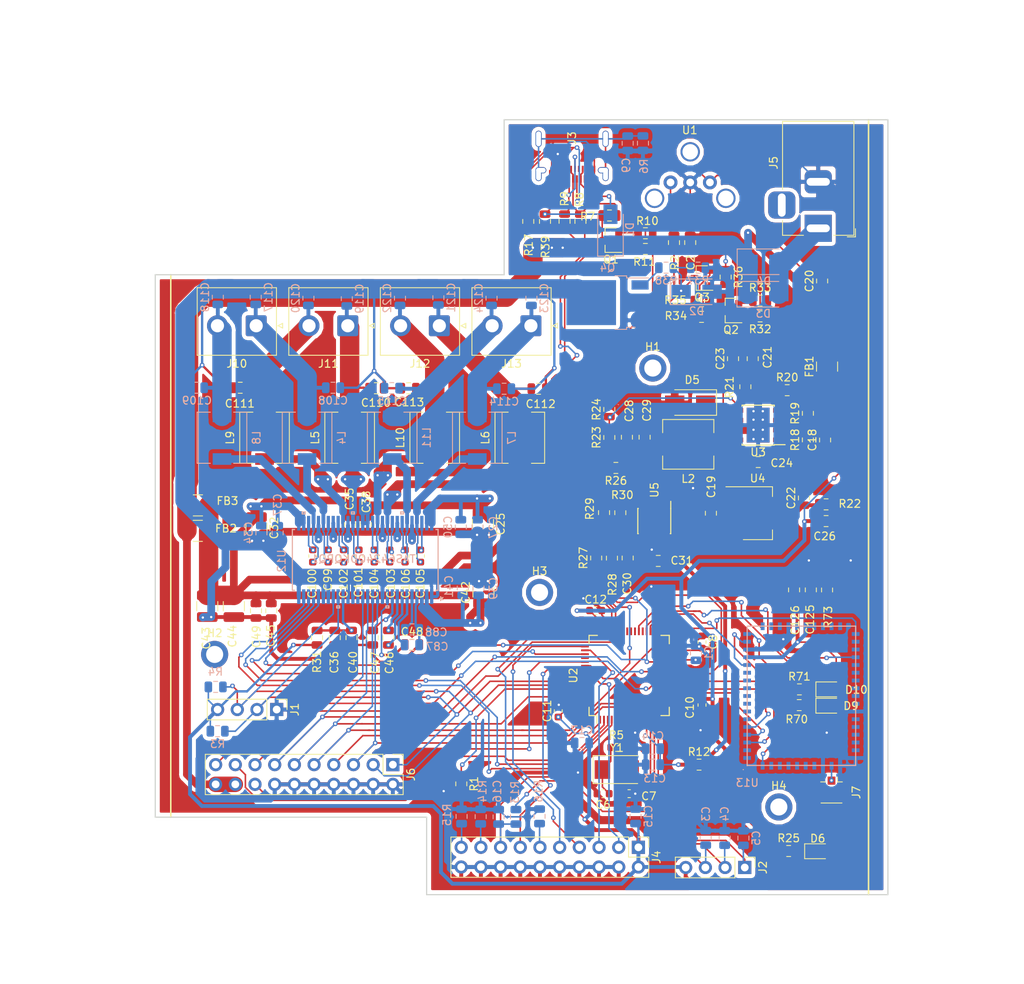
<source format=kicad_pcb>
(kicad_pcb (version 20171130) (host pcbnew 5.0.2+dfsg1-1)
  (layers (0 F.Cu signal) (31 B.Cu signal) (34 B.Paste user) (35 F.Paste user) (36 B.SilkS user) (37 F.SilkS user) (38 B.Mask user) (39 F.Mask user) (44 Edge.Cuts user))
  (net 0 "")
  (net 1 GND)
  (net 2 "Net-(C87-Pad2)")
  (net 3 "Net-(C88-Pad1)")
  (net 4 "Net-(C87-Pad1)")
  (net 5 "Net-(U12-Pad16)")
  (net 6 /SCL)
  (net 7 /SDA)
  (net 8 /tas6424_en)
  (net 9 /tas6424_mute)
  (net 10 /tas6424_fault)
  (net 11 /tas6424_warn)
  (net 12 /TAS6424/BST_1M)
  (net 13 /TAS6424/OUT_1M)
  (net 14 /TAS6424/OUT_1P)
  (net 15 /TAS6424/BST_1P)
  (net 16 /TAS6424/BST_2M)
  (net 17 /TAS6424/OUT_2M)
  (net 18 /TAS6424/OUT_2P)
  (net 19 /TAS6424/BST_2P)
  (net 20 /TAS6424/BST_3M)
  (net 21 /TAS6424/OUT_3M)
  (net 22 /TAS6424/OUT_3P)
  (net 23 /TAS6424/BST_3P)
  (net 24 /TAS6424/BST_4M)
  (net 25 /TAS6424/OUT_4M)
  (net 26 /TAS6424/OUT_4P)
  (net 27 /TAS6424/BST_4P)
  (net 28 "Net-(R2-Pad2)")
  (net 29 +3V3)
  (net 30 "Net-(U13-Pad1)")
  (net 31 /stm32/BOOT)
  (net 32 /stm32/USB_DM)
  (net 33 /stm32/SPDIF_RX)
  (net 34 /stm32/OSC_OUT)
  (net 35 /stm32/OSC_IN)
  (net 36 "Net-(C9-Pad2)")
  (net 37 "Net-(Q1-Pad3)")
  (net 38 /stm32/USB_DP)
  (net 39 "Net-(Q1-Pad2)")
  (net 40 /stm32/USB_CO)
  (net 41 "Net-(R71-Pad1)")
  (net 42 "Net-(D10-Pad1)")
  (net 43 "Net-(D9-Pad1)")
  (net 44 "Net-(R70-Pad1)")
  (net 45 /headphone_in)
  (net 46 +3.3VA)
  (net 47 /headphone_mute)
  (net 48 "Net-(R30-Pad2)")
  (net 49 "Net-(C30-Pad1)")
  (net 50 "Net-(R27-Pad1)")
  (net 51 VDD)
  (net 52 "Net-(R29-Pad1)")
  (net 53 "Net-(R23-Pad2)")
  (net 54 "Net-(R26-Pad1)")
  (net 55 "Net-(D6-Pad1)")
  (net 56 "Net-(C22-Pad1)")
  (net 57 "Net-(C23-Pad1)")
  (net 58 "Net-(C21-Pad1)")
  (net 59 "Net-(R18-Pad2)")
  (net 60 VCC)
  (net 61 "Net-(J4-Pad11)")
  (net 62 "Net-(J4-Pad19)")
  (net 63 "Net-(J4-Pad17)")
  (net 64 /stm32/AVDD)
  (net 65 "Net-(R20-Pad1)")
  (net 66 /headphone_en)
  (net 67 "Net-(C24-Pad1)")
  (net 68 "Net-(C24-Pad2)")
  (net 69 "Net-(U2-Pad10)")
  (net 70 "Net-(U2-Pad11)")
  (net 71 /stm32/encoder_sw)
  (net 72 /stm32/encoder_a)
  (net 73 /stm32/encoder_b)
  (net 74 /I2S1_FS)
  (net 75 /I2S1_SCK)
  (net 76 "Net-(U2-Pad22)")
  (net 77 /I2S1_SD)
  (net 78 /stm32/VCAP)
  (net 79 /BT_state)
  (net 80 /BT_en)
  (net 81 /BT_bn)
  (net 82 "Net-(U2-Pad37)")
  (net 83 /BT_spdif)
  (net 84 "Net-(U2-Pad39)")
  (net 85 "Net-(U2-Pad40)")
  (net 86 "Net-(U2-Pad41)")
  (net 87 "Net-(U2-Pad43)")
  (net 88 /stm32/SWDIO)
  (net 89 /stm32/SWCLK)
  (net 90 /stm32/JTDI)
  (net 91 /stm32/JTDO)
  (net 92 /stm32/JTRST)
  (net 93 "Net-(U2-Pad57)")
  (net 94 "Net-(U2-Pad61)")
  (net 95 "Net-(C108-Pad1)")
  (net 96 "Net-(C114-Pad1)")
  (net 97 "Net-(C109-Pad2)")
  (net 98 "Net-(C111-Pad2)")
  (net 99 "Net-(C113-Pad2)")
  (net 100 "Net-(C112-Pad1)")
  (net 101 "Net-(C110-Pad1)")
  (net 102 "Net-(C115-Pad2)")
  (net 103 "Net-(D1-Pad2)")
  (net 104 "Net-(D3-Pad2)")
  (net 105 "Net-(J5-Pad3)")
  (net 106 "Net-(U13-Pad2)")
  (net 107 "Net-(U13-Pad7)")
  (net 108 "Net-(U13-Pad8)")
  (net 109 "Net-(U13-Pad9)")
  (net 110 "Net-(U13-Pad10)")
  (net 111 "Net-(U13-Pad11)")
  (net 112 "Net-(U13-Pad12)")
  (net 113 "Net-(U13-Pad18)")
  (net 114 "Net-(U13-Pad19)")
  (net 115 "Net-(U13-Pad20)")
  (net 116 "Net-(U13-Pad22)")
  (net 117 "Net-(U13-Pad25)")
  (net 118 "Net-(U13-Pad26)")
  (net 119 "Net-(U13-Pad27)")
  (net 120 "Net-(U13-Pad52)")
  (net 121 "Net-(U13-Pad49)")
  (net 122 "Net-(U13-Pad51)")
  (net 123 "Net-(U13-Pad50)")
  (net 124 "Net-(U13-Pad53)")
  (net 125 "Net-(U13-Pad48)")
  (net 126 "Net-(U13-Pad33)")
  (net 127 "Net-(U13-Pad29)")
  (net 128 "Net-(U13-Pad41)")
  (net 129 "Net-(U13-Pad40)")
  (net 130 "Net-(U13-Pad43)")
  (net 131 "Net-(U13-Pad34)")
  (net 132 "Net-(U13-Pad42)")
  (net 133 "Net-(U13-Pad30)")
  (net 134 "Net-(U13-Pad39)")
  (net 135 "Net-(U13-Pad37)")
  (net 136 "Net-(U13-Pad36)")
  (net 137 "Net-(U13-Pad35)")
  (net 138 "Net-(U13-Pad32)")
  (net 139 "Net-(U2-Pad52)")
  (net 140 /SAI1_B_MCK)
  (net 141 /SAI1_B_CLK)
  (net 142 /SAI1_B_FS)
  (net 143 /SAI1_B_SD)
  (net 144 /SAI1_A_SD)
  (net 145 "Net-(U2-Pad17)")
  (net 146 "Net-(U2-Pad24)")
  (net 147 "Net-(U2-Pad29)")
  (net 148 /headphone_irq)
  (net 149 /TAS6424/gnd_x)
  (net 150 /TAS6424/vcc_x)
  (net 151 "Net-(C46-Pad2)")
  (net 152 "Net-(C46-Pad1)")
  (net 153 "Net-(C47-Pad1)")
  (net 154 "Net-(C48-Pad1)")
  (net 155 /TAS6424/tas6424_power/vdd_33)
  (net 156 "Net-(D2-Pad1)")
  (net 157 "Net-(Q4-Pad1)")
  (net 158 "Net-(Q2-Pad3)")
  (net 159 "Net-(Q3-Pad2)")
  (net 160 "Net-(Q2-Pad2)")
  (net 161 "Net-(C18-Pad1)")
  (net 162 "Net-(J3-PadA6)")
  (net 163 "Net-(J3-PadA10)")
  (net 164 "Net-(J3-PadA8)")
  (net 165 "Net-(J3-PadA2)")
  (net 166 "Net-(J3-PadA5)")
  (net 167 "Net-(J3-PadA7)")
  (net 168 "Net-(J3-PadA3)")
  (net 169 "Net-(J3-PadA11)")
  (net 170 "Net-(J3-PadB2)")
  (net 171 "Net-(J3-PadB3)")
  (net 172 "Net-(J3-PadB8)")
  (net 173 "Net-(J3-PadB10)")
  (net 174 "Net-(J3-PadB11)")
  (net 175 "Net-(Q3-Pad1)")
  (net 176 /stm32/NRST)
  (net 177 "Net-(U13-Pad6)")
  (net 178 /Bluetooth/vdd_x)
  (net 179 "Net-(J7-Pad1)")
  (module MountingHole:MountingHole_2.2mm_M2_ISO7380_Pad (layer F.Cu) (at 130.429 138.684)
    (fp_text reference H4 (at 0 -2.75) (layer F.SilkS))
    (fp_text value m2_4)
    (pad 1 thru_hole circle (at 0 0) (size 3.5 3.5) (drill 2.2) (layers *.Cu *.Mask))
  )
  (module MountingHole:MountingHole_2.2mm_M2_ISO7380_Pad (layer F.Cu) (at 99.568 110.998)
    (fp_text reference H3 (at 0 -2.75) (layer F.SilkS))
    (fp_text value m2_3)
    (pad 1 thru_hole circle (at 0 0) (size 3.5 3.5) (drill 2.2) (layers *.Cu *.Mask))
  )
  (module MountingHole:MountingHole_2.2mm_M2_ISO7380_Pad (layer F.Cu) (at 57.658 118.999)
    (fp_text reference H2 (at 0 -2.75) (layer F.SilkS))
    (fp_text value m2_2)
    (pad 1 thru_hole circle (at 0 0) (size 3.5 3.5) (drill 2.2) (layers *.Cu *.Mask))
  )
  (module MountingHole:MountingHole_2.2mm_M2_ISO7380_Pad (layer F.Cu) (at 114.173 82.042)
    (fp_text reference H1 (at 0 -2.75) (layer F.SilkS))
    (fp_text value m2_1)
    (pad 1 thru_hole circle (at 0 0) (size 3.5 3.5) (drill 2.2) (layers *.Cu *.Mask))
  )
  (module ti:TAS6424QDKQRQ1 (layer B.Cu) (at 77.08142 106.802771 90)
    (fp_text reference U12 (at -0.131229 -10.78742 90) (layer B.SilkS) (effects (justify mirror)))
    (fp_text value TAS6424QDKQRQ1 (at 0.122771 -0.24642) (layer B.SilkS) (effects (justify mirror)))
    (fp_text user * (at -4.993999 10.1355 90) (layer B.SilkS) (effects (justify mirror)))
    (fp_text user * (at -4.993999 10.1355 90) (layer B.SilkS) (effects (justify mirror)))
    (pad 56 smd rect (at 4.740001 8.5725 90) (size 1.889999 0.42) (layers B.Cu B.Paste B.Mask) (net 150 /TAS6424/vcc_x))
    (pad 55 smd rect (at 4.740001 7.9375 90) (size 1.889999 0.42) (layers B.Cu B.Paste B.Mask) (net 150 /TAS6424/vcc_x))
    (pad 54 smd rect (at 4.740001 7.3025 90) (size 1.889999 0.42) (layers B.Cu B.Paste B.Mask) (net 27 /TAS6424/BST_4P))
    (pad 53 smd rect (at 4.740001 6.6675 90) (size 1.889999 0.42) (layers B.Cu B.Paste B.Mask) (net 26 /TAS6424/OUT_4P))
    (pad 52 smd rect (at 4.740001 6.0325 90) (size 1.889999 0.42) (layers B.Cu B.Paste B.Mask) (net 149 /TAS6424/gnd_x))
    (pad 51 smd rect (at 4.740001 5.3975 90) (size 1.889999 0.42) (layers B.Cu B.Paste B.Mask) (net 25 /TAS6424/OUT_4M))
    (pad 50 smd rect (at 4.740001 4.7625 90) (size 1.889999 0.42) (layers B.Cu B.Paste B.Mask) (net 24 /TAS6424/BST_4M))
    (pad 49 smd rect (at 4.740001 4.1275 90) (size 1.889999 0.42) (layers B.Cu B.Paste B.Mask) (net 149 /TAS6424/gnd_x))
    (pad 48 smd rect (at 4.740001 3.4925 90) (size 1.889999 0.42) (layers B.Cu B.Paste B.Mask) (net 23 /TAS6424/BST_3P))
    (pad 47 smd rect (at 4.740001 2.8575 90) (size 1.889999 0.42) (layers B.Cu B.Paste B.Mask) (net 22 /TAS6424/OUT_3P))
    (pad 46 smd rect (at 4.740001 2.2225 90) (size 1.889999 0.42) (layers B.Cu B.Paste B.Mask) (net 149 /TAS6424/gnd_x))
    (pad 45 smd rect (at 4.740001 1.5875 90) (size 1.889999 0.42) (layers B.Cu B.Paste B.Mask) (net 21 /TAS6424/OUT_3M))
    (pad 44 smd rect (at 4.740001 0.9525 90) (size 1.889999 0.42) (layers B.Cu B.Paste B.Mask) (net 20 /TAS6424/BST_3M))
    (pad 43 smd rect (at 4.740001 0.3175 90) (size 1.889999 0.42) (layers B.Cu B.Paste B.Mask) (net 150 /TAS6424/vcc_x))
    (pad 42 smd rect (at 4.740001 -0.3175 90) (size 1.889999 0.42) (layers B.Cu B.Paste B.Mask) (net 150 /TAS6424/vcc_x))
    (pad 41 smd rect (at 4.740001 -0.9525 90) (size 1.889999 0.42) (layers B.Cu B.Paste B.Mask) (net 19 /TAS6424/BST_2P))
    (pad 40 smd rect (at 4.740001 -1.5875 90) (size 1.889999 0.42) (layers B.Cu B.Paste B.Mask) (net 18 /TAS6424/OUT_2P))
    (pad 39 smd rect (at 4.740001 -2.2225 90) (size 1.889999 0.42) (layers B.Cu B.Paste B.Mask) (net 149 /TAS6424/gnd_x))
    (pad 38 smd rect (at 4.740001 -2.8575 90) (size 1.889999 0.42) (layers B.Cu B.Paste B.Mask) (net 17 /TAS6424/OUT_2M))
    (pad 37 smd rect (at 4.740001 -3.4925 90) (size 1.889999 0.42) (layers B.Cu B.Paste B.Mask) (net 16 /TAS6424/BST_2M))
    (pad 36 smd rect (at 4.740001 -4.1275 90) (size 1.889999 0.42) (layers B.Cu B.Paste B.Mask) (net 149 /TAS6424/gnd_x))
    (pad 35 smd rect (at 4.740001 -4.7625 90) (size 1.889999 0.42) (layers B.Cu B.Paste B.Mask) (net 15 /TAS6424/BST_1P))
    (pad 34 smd rect (at 4.740001 -5.3975 90) (size 1.889999 0.42) (layers B.Cu B.Paste B.Mask) (net 14 /TAS6424/OUT_1P))
    (pad 33 smd rect (at 4.740001 -6.0325 90) (size 1.889999 0.42) (layers B.Cu B.Paste B.Mask) (net 149 /TAS6424/gnd_x))
    (pad 32 smd rect (at 4.740001 -6.6675 90) (size 1.889999 0.42) (layers B.Cu B.Paste B.Mask) (net 13 /TAS6424/OUT_1M))
    (pad 31 smd rect (at 4.740001 -7.3025 90) (size 1.889999 0.42) (layers B.Cu B.Paste B.Mask) (net 12 /TAS6424/BST_1M))
    (pad 30 smd rect (at 4.740001 -7.9375 90) (size 1.889999 0.42) (layers B.Cu B.Paste B.Mask) (net 150 /TAS6424/vcc_x))
    (pad 29 smd rect (at 4.740001 -8.5725 90) (size 1.889999 0.42) (layers B.Cu B.Paste B.Mask) (net 150 /TAS6424/vcc_x))
    (pad 28 smd rect (at -4.740001 -8.5725 90) (size 1.889999 0.42) (layers B.Cu B.Paste B.Mask) (net 149 /TAS6424/gnd_x))
    (pad 27 smd rect (at -4.740001 -7.9375 90) (size 1.889999 0.42) (layers B.Cu B.Paste B.Mask) (net 11 /tas6424_warn))
    (pad 26 smd rect (at -4.740001 -7.3025 90) (size 1.889999 0.42) (layers B.Cu B.Paste B.Mask) (net 10 /tas6424_fault))
    (pad 25 smd rect (at -4.740001 -6.6675 90) (size 1.889999 0.42) (layers B.Cu B.Paste B.Mask) (net 9 /tas6424_mute))
    (pad 24 smd rect (at -4.740001 -6.0325 90) (size 1.889999 0.42) (layers B.Cu B.Paste B.Mask) (net 8 /tas6424_en))
    (pad 23 smd rect (at -4.740001 -5.3975 90) (size 1.889999 0.42) (layers B.Cu B.Paste B.Mask) (net 149 /TAS6424/gnd_x))
    (pad 22 smd rect (at -4.740001 -4.7625 90) (size 1.889999 0.42) (layers B.Cu B.Paste B.Mask) (net 149 /TAS6424/gnd_x))
    (pad 21 smd rect (at -4.740001 -4.1275 90) (size 1.889999 0.42) (layers B.Cu B.Paste B.Mask) (net 7 /SDA))
    (pad 20 smd rect (at -4.740001 -3.4925 90) (size 1.889999 0.42) (layers B.Cu B.Paste B.Mask) (net 6 /SCL))
    (pad 19 smd rect (at -4.740001 -2.8575 90) (size 1.889999 0.42) (layers B.Cu B.Paste B.Mask) (net 155 /TAS6424/tas6424_power/vdd_33))
    (pad 18 smd rect (at -4.740001 -2.2225 90) (size 1.889999 0.42) (layers B.Cu B.Paste B.Mask) (net 149 /TAS6424/gnd_x))
    (pad 17 smd rect (at -4.740001 -1.5875 90) (size 1.889999 0.42) (layers B.Cu B.Paste B.Mask) (net 149 /TAS6424/gnd_x))
    (pad 16 smd rect (at -4.740001 -0.9525 90) (size 1.889999 0.42) (layers B.Cu B.Paste B.Mask) (net 5 "Net-(U12-Pad16)"))
    (pad 15 smd rect (at -4.740001 -0.3175 90) (size 1.889999 0.42) (layers B.Cu B.Paste B.Mask) (net 143 /SAI1_B_SD))
    (pad 14 smd rect (at -4.740001 0.3175 90) (size 1.889999 0.42) (layers B.Cu B.Paste B.Mask) (net 142 /SAI1_B_FS))
    (pad 13 smd rect (at -4.740001 0.9525 90) (size 1.889999 0.42) (layers B.Cu B.Paste B.Mask) (net 141 /SAI1_B_CLK))
    (pad 12 smd rect (at -4.740001 1.5875 90) (size 1.889999 0.42) (layers B.Cu B.Paste B.Mask) (net 140 /SAI1_B_MCK))
    (pad 11 smd rect (at -4.740001 2.2225 90) (size 1.889999 0.42) (layers B.Cu B.Paste B.Mask) (net 149 /TAS6424/gnd_x))
    (pad 10 smd rect (at -4.740001 2.8575 90) (size 1.889999 0.42) (layers B.Cu B.Paste B.Mask) (net 154 "Net-(C48-Pad1)"))
    (pad 9 smd rect (at -4.740001 3.4925 90) (size 1.889999 0.42) (layers B.Cu B.Paste B.Mask) (net 153 "Net-(C47-Pad1)"))
    (pad 8 smd rect (at -4.740001 4.1275 90) (size 1.889999 0.42) (layers B.Cu B.Paste B.Mask) (net 152 "Net-(C46-Pad1)"))
    (pad 7 smd rect (at -4.740001 4.7625 90) (size 1.889999 0.42) (layers B.Cu B.Paste B.Mask) (net 151 "Net-(C46-Pad2)"))
    (pad 6 smd rect (at -4.740001 5.3975 90) (size 1.889999 0.42) (layers B.Cu B.Paste B.Mask) (net 4 "Net-(C87-Pad1)"))
    (pad 5 smd rect (at -4.740001 6.0325 90) (size 1.889999 0.42) (layers B.Cu B.Paste B.Mask) (net 3 "Net-(C88-Pad1)"))
    (pad 4 smd rect (at -4.740001 6.6675 90) (size 1.889999 0.42) (layers B.Cu B.Paste B.Mask) (net 2 "Net-(C87-Pad2)"))
    (pad 3 smd rect (at -4.740001 7.3025 90) (size 1.889999 0.42) (layers B.Cu B.Paste B.Mask) (net 150 /TAS6424/vcc_x))
    (pad 2 smd rect (at -4.740001 7.9375 90) (size 1.889999 0.42) (layers B.Cu B.Paste B.Mask) (net 150 /TAS6424/vcc_x))
    (pad 1 smd rect (at -4.740001 8.5725 90) (size 1.889999 0.42) (layers B.Cu B.Paste B.Mask) (net 149 /TAS6424/gnd_x))
  )
  (module Connector_Coaxial:U.FL_Hirose_U.FL-R-SMT-1_Vertical (layer F.Cu) (at 137.2235 136.3345 270)
    (fp_text reference J7 (at 0.475 -3.2 270) (layer F.SilkS))
    (fp_text value Conn_Coaxial)
    (pad 2 smd rect (at 0.475 1.475 270) (size 2.2 1.05) (layers F.Cu F.Paste F.Mask) (net 1 GND))
    (pad 1 smd rect (at -1.05 0 270) (size 1.05 1) (layers F.Cu F.Paste F.Mask) (net 179 "Net-(J7-Pad1)"))
    (pad 2 smd rect (at 0.475 -1.475 270) (size 2.2 1.05) (layers F.Cu F.Paste F.Mask) (net 1 GND))
  )
  (module connector:usb_c_24p_smd (layer F.Cu) (at 103.759 54.737 180)
    (fp_text reference J3 (at 0.00762 2.36982 -90) (layer F.SilkS))
    (fp_text value USB_C_Receptacle)
    (pad A4 smd rect (at -1.125 -2.9 180) (size 0.25 0.95) (layers F.Cu F.Paste F.Mask) (net 103 "Net-(D1-Pad2)"))
    (pad A6 smd rect (at -0.125 -2.9 180) (size 0.25 0.95) (layers F.Cu F.Paste F.Mask) (net 162 "Net-(J3-PadA6)"))
    (pad A10 smd rect (at 1.875 -2.9 180) (size 0.25 0.95) (layers F.Cu F.Paste F.Mask) (net 163 "Net-(J3-PadA10)"))
    (pad A8 smd rect (at 0.875 -2.9 180) (size 0.25 0.95) (layers F.Cu F.Paste F.Mask) (net 164 "Net-(J3-PadA8)"))
    (pad A2 smd rect (at -2.125 -2.9 180) (size 0.25 0.95) (layers F.Cu F.Paste F.Mask) (net 165 "Net-(J3-PadA2)"))
    (pad A5 smd rect (at -0.625 -2.9 180) (size 0.25 0.95) (layers F.Cu F.Paste F.Mask) (net 166 "Net-(J3-PadA5)"))
    (pad A9 smd rect (at 1.375 -2.9 180) (size 0.25 0.95) (layers F.Cu F.Paste F.Mask) (net 103 "Net-(D1-Pad2)"))
    (pad A7 smd rect (at 0.375 -2.9 180) (size 0.25 0.95) (layers F.Cu F.Paste F.Mask) (net 167 "Net-(J3-PadA7)"))
    (pad A3 smd rect (at -1.625 -2.9 180) (size 0.25 0.95) (layers F.Cu F.Paste F.Mask) (net 168 "Net-(J3-PadA3)"))
    (pad A12 smd rect (at 2.875 -2.9 180) (size 0.25 0.95) (layers F.Cu F.Paste F.Mask) (net 1 GND))
    (pad A11 smd rect (at 2.375 -2.9 180) (size 0.25 0.95) (layers F.Cu F.Paste F.Mask) (net 169 "Net-(J3-PadA11)"))
    (pad A1 smd rect (at -2.625 -2.9 180) (size 0.25 0.95) (layers F.Cu F.Paste F.Mask) (net 1 GND))
    (pad B1 smd rect (at 2.625 -1.6 180) (size 0.25 0.8) (layers F.Cu F.Paste F.Mask) (net 1 GND))
    (pad B2 smd rect (at 2.125 -1.6 180) (size 0.25 0.8) (layers F.Cu F.Paste F.Mask) (net 170 "Net-(J3-PadB2)"))
    (pad B3 smd rect (at 1.625 -1.6 180) (size 0.25 0.8) (layers F.Cu F.Paste F.Mask) (net 171 "Net-(J3-PadB3)"))
    (pad B4 smd rect (at 1.125 -1.6 180) (size 0.25 0.8) (layers F.Cu F.Paste F.Mask) (net 103 "Net-(D1-Pad2)"))
    (pad B5 smd rect (at 0.625 -1.6 180) (size 0.25 0.8) (layers F.Cu F.Paste F.Mask) (net 166 "Net-(J3-PadA5)"))
    (pad B6 smd rect (at 0.125 -1.6 180) (size 0.25 0.8) (layers F.Cu F.Paste F.Mask) (net 162 "Net-(J3-PadA6)"))
    (pad B7 smd rect (at -0.375 -1.6 180) (size 0.25 0.8) (layers F.Cu F.Paste F.Mask) (net 167 "Net-(J3-PadA7)"))
    (pad B8 smd rect (at -0.875 -1.6 180) (size 0.25 0.8) (layers F.Cu F.Paste F.Mask) (net 172 "Net-(J3-PadB8)"))
    (pad B9 smd rect (at -1.375 -1.6 180) (size 0.25 0.8) (layers F.Cu F.Paste F.Mask) (net 103 "Net-(D1-Pad2)"))
    (pad B10 smd rect (at -1.875 -1.6 180) (size 0.25 0.8) (layers F.Cu F.Paste F.Mask) (net 173 "Net-(J3-PadB10)"))
    (pad B11 smd rect (at -2.375 -1.6 180) (size 0.25 0.8) (layers F.Cu F.Paste F.Mask) (net 174 "Net-(J3-PadB11)"))
    (pad B12 smd rect (at -2.875 -1.6 180) (size 0.25 0.8) (layers F.Cu F.Paste F.Mask) (net 1 GND))
    (pad "" np_thru_hole circle (at 3.4 -0.925 180) (size 0.5 0.5) (drill 0.5) (layers *.Cu *.Mask))
    (pad "" np_thru_hole circle (at -3.4 -0.925 180) (size 0.5 0.5) (drill 0.5) (layers *.Cu *.Mask))
    (pad S1 thru_hole oval (at 4.02 -1.775 180) (size 1.4 0.8) (drill oval 1.2 0.6) (layers *.Cu *.Mask) (net 36 "Net-(C9-Pad2)"))
    (pad S1 thru_hole oval (at -4.02 -1.775 180) (size 1.4 0.8) (drill oval 1.2 0.6) (layers *.Cu *.Mask) (net 36 "Net-(C9-Pad2)"))
    (pad S1 thru_hole oval (at -4.32 2.275 180) (size 0.8 2.1) (drill oval 0.6 1.9) (layers *.Cu *.Mask) (net 36 "Net-(C9-Pad2)"))
    (pad S1 thru_hole oval (at 4.32 2.275 180) (size 0.8 2.1) (drill oval 0.6 1.9) (layers *.Cu *.Mask) (net 36 "Net-(C9-Pad2)"))
    (pad S1 thru_hole oval (at 4.32 -2.275 180) (size 0.8 1.8) (drill oval 0.6 1.6) (layers *.Cu *.Mask) (net 36 "Net-(C9-Pad2)"))
    (pad S1 thru_hole oval (at -4.32 -2.275 180) (size 0.8 1.8) (drill oval 0.6 1.6) (layers *.Cu *.Mask) (net 36 "Net-(C9-Pad2)"))
  )
  (module Capacitor_SMD:C_1210_3225Metric (layer F.Cu) (at 63.0555 102.6765 270)
    (fp_text reference C32 (at 0 -2.28 270) (layer F.SilkS))
    (fp_text value 100uf)
    (pad 1 smd roundrect (at -1.4 0 270) (size 1.25 2.65) (layers F.Cu F.Paste F.Mask) (roundrect_rratio 0.2) (net 150 /TAS6424/vcc_x))
    (pad 2 smd roundrect (at 1.4 0 270) (size 1.25 2.65) (layers F.Cu F.Paste F.Mask) (roundrect_rratio 0.2) (net 149 /TAS6424/gnd_x))
  )
  (module Capacitor_SMD:C_0805_2012Metric (layer F.Cu) (at 64.9605 113.3625 270)
    (fp_text reference C45 (at 3.2235 0.0635 270) (layer F.SilkS))
    (fp_text value 100nf)
    (pad 1 smd roundrect (at -0.9375 0 270) (size 0.975 1.4) (layers F.Cu F.Paste F.Mask) (net 150 /TAS6424/vcc_x))
    (pad 2 smd roundrect (at 0.9375 0 270) (size 0.975 1.4) (layers F.Cu F.Paste F.Mask) (net 149 /TAS6424/gnd_x))
  )
  (module Resistor_SMD:R_0805_2012Metric (layer F.Cu) (at 98.1075 63.119 270)
    (fp_text reference R17 (at 3.048 -0.0635 270) (layer F.SilkS))
    (fp_text value 5.1k)
    (pad 2 smd roundrect (at 0.9375 0 270) (size 0.975 1.4) (layers F.Cu F.Paste F.Mask) (net 1 GND))
    (pad 1 smd roundrect (at -0.9375 0 270) (size 0.975 1.4) (layers F.Cu F.Paste F.Mask) (net 166 "Net-(J3-PadA5)"))
  )
  (module Resistor_SMD:R_0805_2012Metric (layer F.Cu) (at 100.2665 63.119 270)
    (fp_text reference R39 (at 3.302 -0.0635 270) (layer F.SilkS))
    (fp_text value 1m)
    (pad 1 smd roundrect (at -0.9375 0 270) (size 0.975 1.4) (layers F.Cu F.Paste F.Mask) (net 103 "Net-(D1-Pad2)"))
    (pad 2 smd roundrect (at 0.9375 0 270) (size 0.975 1.4) (layers F.Cu F.Paste F.Mask) (net 1 GND))
  )
  (module Capacitor_SMD:C_0805_2012Metric (layer B.Cu) (at 91.694 110.4265 90)
    (fp_text reference C39 (at -0.0635 1.905 90) (layer B.SilkS) (effects (justify mirror)))
    (fp_text value 10uf)
    (pad 1 smd roundrect (at -0.9375 0 90) (size 0.975 1.4) (layers B.Cu B.Paste B.Mask) (net 150 /TAS6424/vcc_x))
    (pad 2 smd roundrect (at 0.9375 0 90) (size 0.975 1.4) (layers B.Cu B.Paste B.Mask) (net 149 /TAS6424/gnd_x))
  )
  (module Capacitor_SMD:C_0805_2012Metric (layer F.Cu) (at 77.1525 102.235 270)
    (fp_text reference C38 (at -2.921 -0.0635 270) (layer F.SilkS))
    (fp_text value 100nf)
    (pad 1 smd roundrect (at -0.9375 0 270) (size 0.975 1.4) (layers F.Cu F.Paste F.Mask) (net 150 /TAS6424/vcc_x))
    (pad 2 smd roundrect (at 0.9375 0 270) (size 0.975 1.4) (layers F.Cu F.Paste F.Mask) (net 149 /TAS6424/gnd_x))
  )
  (module Capacitor_SMD:C_0805_2012Metric (layer B.Cu) (at 65.786 103.3145 270)
    (fp_text reference C37 (at -3.6195 0 270) (layer B.SilkS) (effects (justify mirror)))
    (fp_text value 100nf)
    (pad 1 smd roundrect (at -0.9375 0 270) (size 0.975 1.4) (layers B.Cu B.Paste B.Mask) (net 150 /TAS6424/vcc_x))
    (pad 2 smd roundrect (at 0.9375 0 270) (size 0.975 1.4) (layers B.Cu B.Paste B.Mask) (net 149 /TAS6424/gnd_x))
  )
  (module Capacitor_SMD:C_0805_2012Metric (layer F.Cu) (at 73.152 116.84 270)
    (fp_text reference C36 (at 3.175 0.0635 270) (layer F.SilkS))
    (fp_text value 10uf)
    (pad 2 smd roundrect (at 0.9375 0 270) (size 0.975 1.4) (layers F.Cu F.Paste F.Mask) (net 149 /TAS6424/gnd_x))
    (pad 1 smd roundrect (at -0.9375 0 270) (size 0.975 1.4) (layers F.Cu F.Paste F.Mask) (net 155 /TAS6424/tas6424_power/vdd_33))
  )
  (module Capacitor_SMD:C_0805_2012Metric (layer F.Cu) (at 75.1205 102.235 270)
    (fp_text reference C35 (at -3.302 0.0635 270) (layer F.SilkS))
    (fp_text value 10uf)
    (pad 1 smd roundrect (at -0.9375 0 270) (size 0.975 1.4) (layers F.Cu F.Paste F.Mask) (net 150 /TAS6424/vcc_x))
    (pad 2 smd roundrect (at 0.9375 0 270) (size 0.975 1.4) (layers F.Cu F.Paste F.Mask) (net 149 /TAS6424/gnd_x))
  )
  (module Capacitor_SMD:C_0805_2012Metric (layer B.Cu) (at 63.6905 103.3145 270)
    (fp_text reference C34 (at 0 1.65 270) (layer B.SilkS) (effects (justify mirror)))
    (fp_text value 10uf)
    (pad 2 smd roundrect (at 0.9375 0 270) (size 0.975 1.4) (layers B.Cu B.Paste B.Mask) (net 149 /TAS6424/gnd_x))
    (pad 1 smd roundrect (at -0.9375 0 270) (size 0.975 1.4) (layers B.Cu B.Paste B.Mask) (net 150 /TAS6424/vcc_x))
  )
  (module Capacitor_SMD:C_0805_2012Metric (layer F.Cu) (at 75.311 116.84 270)
    (fp_text reference C40 (at 3.175 -0.1905 270) (layer F.SilkS))
    (fp_text value 100nf)
    (pad 1 smd roundrect (at -0.9375 0 270) (size 0.975 1.4) (layers F.Cu F.Paste F.Mask) (net 155 /TAS6424/tas6424_power/vdd_33))
    (pad 2 smd roundrect (at 0.9375 0 270) (size 0.975 1.4) (layers F.Cu F.Paste F.Mask) (net 149 /TAS6424/gnd_x))
  )
  (module Capacitor_SMD:C_0805_2012Metric (layer B.Cu) (at 89.408 102.5525 270)
    (fp_text reference C50 (at 0 1.65 270) (layer B.SilkS) (effects (justify mirror)))
    (fp_text value 100nf)
    (pad 2 smd roundrect (at 0.9375 0 270) (size 0.975 1.4) (layers B.Cu B.Paste B.Mask) (net 149 /TAS6424/gnd_x))
    (pad 1 smd roundrect (at -0.9375 0 270) (size 0.975 1.4) (layers B.Cu B.Paste B.Mask) (net 150 /TAS6424/vcc_x))
  )
  (module Capacitor_SMD:C_0805_2012Metric (layer F.Cu) (at 62.992 113.3625 270)
    (fp_text reference C49 (at 3.3505 -0.0635 270) (layer F.SilkS))
    (fp_text value 1uf)
    (pad 1 smd roundrect (at -0.9375 0 270) (size 0.975 1.4) (layers F.Cu F.Paste F.Mask) (net 150 /TAS6424/vcc_x))
    (pad 2 smd roundrect (at 0.9375 0 270) (size 0.975 1.4) (layers F.Cu F.Paste F.Mask) (net 149 /TAS6424/gnd_x))
  )
  (module Capacitor_SMD:C_0805_2012Metric (layer F.Cu) (at 83.1215 117.729)
    (fp_text reference C48 (at 0 -1.65) (layer F.SilkS))
    (fp_text value 2.2uf)
    (pad 2 smd roundrect (at 0.9375 0) (size 0.975 1.4) (layers F.Cu F.Paste F.Mask) (net 149 /TAS6424/gnd_x))
    (pad 1 smd roundrect (at -0.9375 0) (size 0.975 1.4) (layers F.Cu F.Paste F.Mask) (net 154 "Net-(C48-Pad1)"))
  )
  (module Capacitor_SMD:C_0805_2012Metric (layer F.Cu) (at 78.0415 116.84 270)
    (fp_text reference C47 (at 3.2385 -0.3175 270) (layer F.SilkS))
    (fp_text value 2.2uf)
    (pad 1 smd roundrect (at -0.9375 0 270) (size 0.975 1.4) (layers F.Cu F.Paste F.Mask) (net 153 "Net-(C47-Pad1)"))
    (pad 2 smd roundrect (at 0.9375 0 270) (size 0.975 1.4) (layers F.Cu F.Paste F.Mask) (net 149 /TAS6424/gnd_x))
  )
  (module Capacitor_SMD:C_0805_2012Metric (layer F.Cu) (at 80.0735 116.84 270)
    (fp_text reference C46 (at 3.2385 -0.127 270) (layer F.SilkS))
    (fp_text value 1uf)
    (pad 2 smd roundrect (at 0.9375 0 270) (size 0.975 1.4) (layers F.Cu F.Paste F.Mask) (net 151 "Net-(C46-Pad2)"))
    (pad 1 smd roundrect (at -0.9375 0 270) (size 0.975 1.4) (layers F.Cu F.Paste F.Mask) (net 152 "Net-(C46-Pad1)"))
  )
  (module Capacitor_SMD:C_0805_2012Metric (layer B.Cu) (at 89.662 110.4265 90)
    (fp_text reference C41 (at 0.1905 -1.778 90) (layer B.SilkS) (effects (justify mirror)))
    (fp_text value 100nf)
    (pad 1 smd roundrect (at -0.9375 0 90) (size 0.975 1.4) (layers B.Cu B.Paste B.Mask) (net 150 /TAS6424/vcc_x))
    (pad 2 smd roundrect (at 0.9375 0 90) (size 0.975 1.4) (layers B.Cu B.Paste B.Mask) (net 149 /TAS6424/gnd_x))
  )
  (module Capacitor_SMD:C_1210_3225Metric (layer F.Cu) (at 92.329 110.998 90)
    (fp_text reference C42 (at 0 -2.28 90) (layer F.SilkS))
    (fp_text value 100uf)
    (pad 2 smd roundrect (at 1.4 0 90) (size 1.25 2.65) (layers F.Cu F.Paste F.Mask) (roundrect_rratio 0.2) (net 149 /TAS6424/gnd_x))
    (pad 1 smd roundrect (at -1.4 0 90) (size 1.25 2.65) (layers F.Cu F.Paste F.Mask) (roundrect_rratio 0.2) (net 150 /TAS6424/vcc_x))
  )
  (module Capacitor_SMD:C_1210_3225Metric (layer F.Cu) (at 56.7055 112.773 270)
    (fp_text reference C43 (at 4.1305 0.127 270) (layer F.SilkS))
    (fp_text value 100uf)
    (pad 1 smd roundrect (at -1.4 0 270) (size 1.25 2.65) (layers F.Cu F.Paste F.Mask) (roundrect_rratio 0.2) (net 150 /TAS6424/vcc_x))
    (pad 2 smd roundrect (at 1.4 0 270) (size 1.25 2.65) (layers F.Cu F.Paste F.Mask) (roundrect_rratio 0.2) (net 149 /TAS6424/gnd_x))
  )
  (module Capacitor_SMD:C_1210_3225Metric (layer F.Cu) (at 60.1345 112.776 270)
    (fp_text reference C44 (at 3.8735 0.1905 270) (layer F.SilkS))
    (fp_text value 100uf)
    (pad 2 smd roundrect (at 1.4 0 270) (size 1.25 2.65) (layers F.Cu F.Paste F.Mask) (roundrect_rratio 0.2) (net 149 /TAS6424/gnd_x))
    (pad 1 smd roundrect (at -1.4 0 270) (size 1.25 2.65) (layers F.Cu F.Paste F.Mask) (roundrect_rratio 0.2) (net 150 /TAS6424/vcc_x))
  )
  (module Diode_SMD:D_SMA (layer B.Cu) (at 119.8245 72.1995)
    (fp_text reference D2 (at 0 2.5) (layer B.SilkS) (effects (justify mirror)))
    (fp_text value 10v)
    (pad 1 smd rect (at -2 0) (size 2.5 1.8) (layers B.Cu B.Paste B.Mask) (net 156 "Net-(D2-Pad1)"))
    (pad 2 smd rect (at 2 0) (size 2.5 1.8) (layers B.Cu B.Paste B.Mask) (net 1 GND))
  )
  (module Inductor_SMD:L_1210_3225Metric (layer F.Cu) (at 55.501399 99.763309 180)
    (fp_text reference FB3 (at -3.807601 0.576309 180) (layer F.SilkS))
    (fp_text value "300 ohm @100MHz 3.1A")
    (pad 2 smd roundrect (at 1.4 0 180) (size 1.25 2.65) (layers F.Cu F.Paste F.Mask) (roundrect_rratio 0.2) (net 60 VCC))
    (pad 1 smd roundrect (at -1.4 0 180) (size 1.25 2.65) (layers F.Cu F.Paste F.Mask) (roundrect_rratio 0.2) (net 150 /TAS6424/vcc_x))
  )
  (module Inductor_SMD:L_1210_3225Metric (layer F.Cu) (at 55.482398 103.052308 180)
    (fp_text reference FB2 (at -3.636102 0.309308 180) (layer F.SilkS))
    (fp_text value "300 ohm @100MHz 3.1A")
    (pad 1 smd roundrect (at -1.4 0 180) (size 1.25 2.65) (layers F.Cu F.Paste F.Mask) (roundrect_rratio 0.2) (net 150 /TAS6424/vcc_x))
    (pad 2 smd roundrect (at 1.4 0 180) (size 1.25 2.65) (layers F.Cu F.Paste F.Mask) (roundrect_rratio 0.2) (net 60 VCC))
  )
  (module Package_TO_SOT_SMD:SOT-23 (layer F.Cu) (at 124.2695 74.6125 180)
    (fp_text reference Q2 (at 0 -2.5 180) (layer F.SilkS))
    (fp_text value S8050)
    (pad 3 smd rect (at 1 0 180) (size 0.9 0.8) (layers F.Cu F.Paste F.Mask) (net 158 "Net-(Q2-Pad3)"))
    (pad 2 smd rect (at -1 0.95 180) (size 0.9 0.8) (layers F.Cu F.Paste F.Mask) (net 160 "Net-(Q2-Pad2)"))
    (pad 1 smd rect (at -1 -0.95 180) (size 0.9 0.8) (layers F.Cu F.Paste F.Mask) (net 1 GND))
  )
  (module Package_TO_SOT_SMD:SOT-23 (layer F.Cu) (at 120.523 70.4215 180)
    (fp_text reference Q3 (at 0 -2.5 180) (layer F.SilkS))
    (fp_text value S8550)
    (pad 1 smd rect (at -1 -0.95 180) (size 0.9 0.8) (layers F.Cu F.Paste F.Mask) (net 175 "Net-(Q3-Pad1)"))
    (pad 2 smd rect (at -1 0.95 180) (size 0.9 0.8) (layers F.Cu F.Paste F.Mask) (net 159 "Net-(Q3-Pad2)"))
    (pad 3 smd rect (at 1 0 180) (size 0.9 0.8) (layers F.Cu F.Paste F.Mask) (net 156 "Net-(D2-Pad1)"))
  )
  (module Package_TO_SOT_SMD:TO-252-2 (layer B.Cu) (at 108.331 73.5965 180)
    (fp_text reference Q4 (at 0 4.5 180) (layer B.SilkS) (effects (justify mirror)))
    (fp_text value Q_NMOS_GDS)
    (pad 1 smd rect (at -4.2 2.28 180) (size 2.2 1.2) (layers B.Cu B.Paste B.Mask) (net 157 "Net-(Q4-Pad1)"))
    (pad 3 smd rect (at -4.2 -2.28 180) (size 2.2 1.2) (layers B.Cu B.Paste B.Mask) (net 1 GND))
    (pad 2 smd rect (at 2.1 0 180) (size 6.4 5.8) (layers B.Cu B.Mask) (net 149 /TAS6424/gnd_x))
  )
  (module Resistor_SMD:R_0805_2012Metric (layer F.Cu) (at 70.866 116.84 270)
    (fp_text reference R31 (at 3.1115 0 270) (layer F.SilkS))
    (fp_text value 0Ω)
    (pad 2 smd roundrect (at 0.9375 0 270) (size 0.975 1.4) (layers F.Cu F.Paste F.Mask) (net 29 +3V3))
    (pad 1 smd roundrect (at -0.9375 0 270) (size 0.975 1.4) (layers F.Cu F.Paste F.Mask) (net 155 /TAS6424/tas6424_power/vdd_33))
  )
  (module Resistor_SMD:R_0805_2012Metric (layer F.Cu) (at 128.016 75.3745 180)
    (fp_text reference R32 (at 0 -1.65 180) (layer F.SilkS))
    (fp_text value 10k)
    (pad 1 smd roundrect (at -0.9375 0 180) (size 0.975 1.4) (layers F.Cu F.Paste F.Mask) (net 8 /tas6424_en))
    (pad 2 smd roundrect (at 0.9375 0 180) (size 0.975 1.4) (layers F.Cu F.Paste F.Mask) (net 1 GND))
  )
  (module Resistor_SMD:R_0805_2012Metric (layer F.Cu) (at 128.016 73.3425)
    (fp_text reference R33 (at 0 -1.65) (layer F.SilkS))
    (fp_text value 10k)
    (pad 2 smd roundrect (at 0.9375 0) (size 0.975 1.4) (layers F.Cu F.Paste F.Mask) (net 8 /tas6424_en))
    (pad 1 smd roundrect (at -0.9375 0) (size 0.975 1.4) (layers F.Cu F.Paste F.Mask) (net 160 "Net-(Q2-Pad2)"))
  )
  (module Resistor_SMD:R_0805_2012Metric (layer F.Cu) (at 120.4595 75.438)
    (fp_text reference R34 (at -3.302 -0.127) (layer F.SilkS))
    (fp_text value 10k)
    (pad 1 smd roundrect (at -0.9375 0) (size 0.975 1.4) (layers F.Cu F.Paste F.Mask) (net 175 "Net-(Q3-Pad1)"))
    (pad 2 smd roundrect (at 0.9375 0) (size 0.975 1.4) (layers F.Cu F.Paste F.Mask) (net 158 "Net-(Q2-Pad3)"))
  )
  (module Resistor_SMD:R_0805_2012Metric (layer F.Cu) (at 120.4595 73.406)
    (fp_text reference R35 (at -3.3655 -0.127) (layer F.SilkS))
    (fp_text value 10k)
    (pad 2 smd roundrect (at 0.9375 0) (size 0.975 1.4) (layers F.Cu F.Paste F.Mask) (net 158 "Net-(Q2-Pad3)"))
    (pad 1 smd roundrect (at -0.9375 0) (size 0.975 1.4) (layers F.Cu F.Paste F.Mask) (net 159 "Net-(Q3-Pad2)"))
  )
  (module Resistor_SMD:R_0805_2012Metric (layer B.Cu) (at 120.015 69.088)
    (fp_text reference R37 (at 0 1.65) (layer B.SilkS) (effects (justify mirror)))
    (fp_text value 10k)
    (pad 1 smd roundrect (at -0.9375 0) (size 0.975 1.4) (layers B.Cu B.Paste B.Mask) (net 156 "Net-(D2-Pad1)"))
    (pad 2 smd roundrect (at 0.9375 0) (size 0.975 1.4) (layers B.Cu B.Paste B.Mask) (net 1 GND))
  )
  (module Resistor_SMD:R_0805_2012Metric (layer B.Cu) (at 115.8875 69.088)
    (fp_text reference R38 (at 0 1.65) (layer B.SilkS) (effects (justify mirror)))
    (fp_text value 10k)
    (pad 2 smd roundrect (at 0.9375 0) (size 0.975 1.4) (layers B.Cu B.Paste B.Mask) (net 156 "Net-(D2-Pad1)"))
    (pad 1 smd roundrect (at -0.9375 0) (size 0.975 1.4) (layers B.Cu B.Paste B.Mask) (net 157 "Net-(Q4-Pad1)"))
  )
  (module Resistor_SMD:R_0805_2012Metric (layer F.Cu) (at 123.571 70.2945 270)
    (fp_text reference R36 (at 0 -1.65 270) (layer F.SilkS))
    (fp_text value 10kΩ)
    (pad 1 smd roundrect (at -0.9375 0 270) (size 0.975 1.4) (layers F.Cu F.Paste F.Mask) (net 60 VCC))
    (pad 2 smd roundrect (at 0.9375 0 270) (size 0.975 1.4) (layers F.Cu F.Paste F.Mask) (net 175 "Net-(Q3-Pad1)"))
  )
  (module Connector_PinHeader_2.54mm:PinHeader_2x10_P2.54mm_Vertical (layer F.Cu) (at 80.645 133.223 270)
    (fp_text reference J6 (at 1.27 -2.33 270) (layer F.SilkS))
    (fp_text value Conn_02x10_Odd_Even)
    (pad 1 thru_hole rect (at 0 0 270) (size 1.7 1.7) (drill 1) (layers *.Cu *.Mask) (net 6 /SCL))
    (pad 2 thru_hole oval (at 2.54 0 270) (size 1.7 1.7) (drill 1) (layers *.Cu *.Mask) (net 1 GND))
    (pad 3 thru_hole oval (at 0 2.54 270) (size 1.7 1.7) (drill 1) (layers *.Cu *.Mask) (net 7 /SDA))
    (pad 4 thru_hole oval (at 2.54 2.54 270) (size 1.7 1.7) (drill 1) (layers *.Cu *.Mask) (net 1 GND))
    (pad 5 thru_hole oval (at 0 5.08 270) (size 1.7 1.7) (drill 1) (layers *.Cu *.Mask) (net 140 /SAI1_B_MCK))
    (pad 6 thru_hole oval (at 2.54 5.08 270) (size 1.7 1.7) (drill 1) (layers *.Cu *.Mask) (net 1 GND))
    (pad 7 thru_hole oval (at 0 7.62 270) (size 1.7 1.7) (drill 1) (layers *.Cu *.Mask) (net 144 /SAI1_A_SD))
    (pad 8 thru_hole oval (at 2.54 7.62 270) (size 1.7 1.7) (drill 1) (layers *.Cu *.Mask) (net 1 GND))
    (pad 9 thru_hole oval (at 0 10.16 270) (size 1.7 1.7) (drill 1) (layers *.Cu *.Mask) (net 141 /SAI1_B_CLK))
    (pad 10 thru_hole oval (at 2.54 10.16 270) (size 1.7 1.7) (drill 1) (layers *.Cu *.Mask) (net 1 GND))
    (pad 11 thru_hole oval (at 0 12.7 270) (size 1.7 1.7) (drill 1) (layers *.Cu *.Mask) (net 142 /SAI1_B_FS))
    (pad 12 thru_hole oval (at 2.54 12.7 270) (size 1.7 1.7) (drill 1) (layers *.Cu *.Mask) (net 1 GND))
    (pad 13 thru_hole oval (at 0 15.24 270) (size 1.7 1.7) (drill 1) (layers *.Cu *.Mask) (net 143 /SAI1_B_SD))
    (pad 14 thru_hole oval (at 2.54 15.24 270) (size 1.7 1.7) (drill 1) (layers *.Cu *.Mask) (net 1 GND))
    (pad 15 thru_hole oval (at 0 17.78 270) (size 1.7 1.7) (drill 1) (layers *.Cu *.Mask) (net 66 /headphone_en))
    (pad 16 thru_hole oval (at 2.54 17.78 270) (size 1.7 1.7) (drill 1) (layers *.Cu *.Mask) (net 148 /headphone_irq))
    (pad 17 thru_hole oval (at 0 20.32 270) (size 1.7 1.7) (drill 1) (layers *.Cu *.Mask) (net 45 /headphone_in))
    (pad 18 thru_hole oval (at 2.54 20.32 270) (size 1.7 1.7) (drill 1) (layers *.Cu *.Mask) (net 60 VCC))
    (pad 19 thru_hole oval (at 0 22.86 270) (size 1.7 1.7) (drill 1) (layers *.Cu *.Mask) (net 47 /headphone_mute))
    (pad 20 thru_hole oval (at 2.54 22.86 270) (size 1.7 1.7) (drill 1) (layers *.Cu *.Mask) (net 60 VCC))
  )
  (module misc:SJR-BTM331 (layer B.Cu) (at 126.3396 133.3627)
    (fp_text reference U13 (at 0.02032 2.1971) (layer B.SilkS) (effects (justify mirror)))
    (fp_text value SJR-BTM331)
    (pad 1 smd rect (at 0 -1) (size 1 0.5) (layers B.Cu B.Paste B.Mask) (net 30 "Net-(U13-Pad1)"))
    (pad 2 smd rect (at 0 -2) (size 1 0.5) (layers B.Cu B.Paste B.Mask) (net 106 "Net-(U13-Pad2)"))
    (pad 3 smd rect (at 0 -3) (size 1 0.5) (layers B.Cu B.Paste B.Mask) (net 77 /I2S1_SD))
    (pad 4 smd rect (at 0 -4) (size 1 0.5) (layers B.Cu B.Paste B.Mask) (net 74 /I2S1_FS))
    (pad 5 smd rect (at 0 -5) (size 1 0.5) (layers B.Cu B.Paste B.Mask) (net 75 /I2S1_SCK))
    (pad 6 smd rect (at 0 -6) (size 1 0.5) (layers B.Cu B.Paste B.Mask) (net 177 "Net-(U13-Pad6)"))
    (pad 7 smd rect (at 0 -7) (size 1 0.5) (layers B.Cu B.Paste B.Mask) (net 107 "Net-(U13-Pad7)"))
    (pad 8 smd rect (at 0 -8) (size 1 0.5) (layers B.Cu B.Paste B.Mask) (net 108 "Net-(U13-Pad8)"))
    (pad 9 smd rect (at 0 -9) (size 1 0.5) (layers B.Cu B.Paste B.Mask) (net 109 "Net-(U13-Pad9)"))
    (pad 10 smd rect (at 0 -10) (size 1 0.5) (layers B.Cu B.Paste B.Mask) (net 110 "Net-(U13-Pad10)"))
    (pad 11 smd rect (at 0 -11) (size 1 0.5) (layers B.Cu B.Paste B.Mask) (net 111 "Net-(U13-Pad11)"))
    (pad 12 smd rect (at 0 -12) (size 1 0.5) (layers B.Cu B.Paste B.Mask) (net 112 "Net-(U13-Pad12)"))
    (pad 13 smd rect (at 0 -13) (size 1 0.5) (layers B.Cu B.Paste B.Mask) (net 80 /BT_en))
    (pad 14 smd rect (at 0 -14) (size 1 0.5) (layers B.Cu B.Paste B.Mask) (net 178 /Bluetooth/vdd_x))
    (pad 15 smd rect (at 0 -15) (size 1 0.5) (layers B.Cu B.Paste B.Mask) (net 1 GND))
    (pad 16 smd rect (at 0 -16) (size 1 0.5) (layers B.Cu B.Paste B.Mask) (net 44 "Net-(R70-Pad1)"))
    (pad 17 smd rect (at 0 -17) (size 1 0.5) (layers B.Cu B.Paste B.Mask) (net 41 "Net-(R71-Pad1)"))
    (pad 18 smd rect (at 2 -18) (size 0.5 1) (layers B.Cu B.Paste B.Mask) (net 113 "Net-(U13-Pad18)"))
    (pad 19 smd rect (at 3.111111 -18) (size 0.5 1) (layers B.Cu B.Paste B.Mask) (net 114 "Net-(U13-Pad19)"))
    (pad 20 smd rect (at 4.222222 -18) (size 0.5 1) (layers B.Cu B.Paste B.Mask) (net 115 "Net-(U13-Pad20)"))
    (pad 21 smd rect (at 5.333333 -18) (size 0.5 1) (layers B.Cu B.Paste B.Mask) (net 1 GND))
    (pad 22 smd rect (at 6.444444 -18) (size 0.5 1) (layers B.Cu B.Paste B.Mask) (net 116 "Net-(U13-Pad22)"))
    (pad 23 smd rect (at 7.555555 -18) (size 0.5 1) (layers B.Cu B.Paste B.Mask) (net 178 /Bluetooth/vdd_x))
    (pad 24 smd rect (at 8.666666 -18) (size 0.5 1) (layers B.Cu B.Paste B.Mask) (net 178 /Bluetooth/vdd_x))
    (pad 25 smd rect (at 9.777777 -18) (size 0.5 1) (layers B.Cu B.Paste B.Mask) (net 117 "Net-(U13-Pad25)"))
    (pad 26 smd rect (at 10.888888 -18) (size 0.5 1) (layers B.Cu B.Paste B.Mask) (net 118 "Net-(U13-Pad26)"))
    (pad 27 smd rect (at 12 -18) (size 0.5 1) (layers B.Cu B.Paste B.Mask) (net 119 "Net-(U13-Pad27)"))
    (pad 45 smd rect (at 12 0) (size 0.5 1) (layers B.Cu B.Paste B.Mask) (net 1 GND))
    (pad 52 smd rect (at 4.222222 0) (size 0.5 1) (layers B.Cu B.Paste B.Mask) (net 120 "Net-(U13-Pad52)"))
    (pad 49 smd rect (at 7.555555 0) (size 0.5 1) (layers B.Cu B.Paste B.Mask) (net 121 "Net-(U13-Pad49)"))
    (pad 51 smd rect (at 5.333333 0) (size 0.5 1) (layers B.Cu B.Paste B.Mask) (net 122 "Net-(U13-Pad51)"))
    (pad 46 smd rect (at 10.888888 0) (size 0.5 1) (layers B.Cu B.Paste B.Mask) (net 179 "Net-(J7-Pad1)"))
    (pad 50 smd rect (at 6.444444 0) (size 0.5 1) (layers B.Cu B.Paste B.Mask) (net 123 "Net-(U13-Pad50)"))
    (pad 53 smd rect (at 3.111111 0) (size 0.5 1) (layers B.Cu B.Paste B.Mask) (net 124 "Net-(U13-Pad53)"))
    (pad 48 smd rect (at 8.666666 0) (size 0.5 1) (layers B.Cu B.Paste B.Mask) (net 125 "Net-(U13-Pad48)"))
    (pad 47 smd rect (at 9.777777 0) (size 0.5 1) (layers B.Cu B.Paste B.Mask) (net 1 GND))
    (pad 54 smd rect (at 2 0) (size 0.5 1) (layers B.Cu B.Paste B.Mask) (net 83 /BT_spdif))
    (pad 33 smd rect (at 14 -12) (size 1 0.5) (layers B.Cu B.Paste B.Mask) (net 126 "Net-(U13-Pad33)"))
    (pad 29 smd rect (at 14 -16) (size 1 0.5) (layers B.Cu B.Paste B.Mask) (net 127 "Net-(U13-Pad29)"))
    (pad 41 smd rect (at 14 -4) (size 1 0.5) (layers B.Cu B.Paste B.Mask) (net 128 "Net-(U13-Pad41)"))
    (pad 40 smd rect (at 14 -5) (size 1 0.5) (layers B.Cu B.Paste B.Mask) (net 129 "Net-(U13-Pad40)"))
    (pad 43 smd rect (at 14 -2) (size 1 0.5) (layers B.Cu B.Paste B.Mask) (net 130 "Net-(U13-Pad43)"))
    (pad 38 smd rect (at 14 -7) (size 1 0.5) (layers B.Cu B.Paste B.Mask) (net 1 GND))
    (pad 34 smd rect (at 14 -11) (size 1 0.5) (layers B.Cu B.Paste B.Mask) (net 131 "Net-(U13-Pad34)"))
    (pad 31 smd rect (at 14 -14) (size 1 0.5) (layers B.Cu B.Paste B.Mask) (net 81 /BT_bn))
    (pad 42 smd rect (at 14 -3) (size 1 0.5) (layers B.Cu B.Paste B.Mask) (net 132 "Net-(U13-Pad42)"))
    (pad 30 smd rect (at 14 -15) (size 1 0.5) (layers B.Cu B.Paste B.Mask) (net 133 "Net-(U13-Pad30)"))
    (pad 39 smd rect (at 14 -6) (size 1 0.5) (layers B.Cu B.Paste B.Mask) (net 134 "Net-(U13-Pad39)"))
    (pad 37 smd rect (at 14 -8) (size 1 0.5) (layers B.Cu B.Paste B.Mask) (net 135 "Net-(U13-Pad37)"))
    (pad 44 smd rect (at 14 -1) (size 1 0.5) (layers B.Cu B.Paste B.Mask) (net 1 GND))
    (pad 36 smd rect (at 14 -9) (size 1 0.5) (layers B.Cu B.Paste B.Mask) (net 136 "Net-(U13-Pad36)"))
    (pad 35 smd rect (at 14 -10) (size 1 0.5) (layers B.Cu B.Paste B.Mask) (net 137 "Net-(U13-Pad35)"))
    (pad 28 smd rect (at 14 -17) (size 1 0.5) (layers B.Cu B.Paste B.Mask) (net 79 /BT_state))
    (pad 32 smd rect (at 14 -13) (size 1 0.5) (layers B.Cu B.Paste B.Mask) (net 138 "Net-(U13-Pad32)"))
  )
  (module Capacitor_SMD:C_0603_1608Metric (layer F.Cu) (at 107.7595 136.9695 180)
    (fp_text reference C6 (at 0 -1.43 180) (layer F.SilkS))
    (fp_text value 12pf)
    (pad 2 smd roundrect (at 0.7875 0 180) (size 0.875 0.95) (layers F.Cu F.Paste F.Mask) (net 1 GND))
    (pad 1 smd roundrect (at -0.7875 0 180) (size 0.875 0.95) (layers F.Cu F.Paste F.Mask) (net 35 /stm32/OSC_IN))
  )
  (module Capacitor_SMD:C_0603_1608Metric (layer F.Cu) (at 111.125 136.9695)
    (fp_text reference C7 (at 2.54 0.3175) (layer F.SilkS))
    (fp_text value 12pf)
    (pad 1 smd roundrect (at -0.7875 0) (size 0.875 0.95) (layers F.Cu F.Paste F.Mask) (net 34 /stm32/OSC_OUT))
    (pad 2 smd roundrect (at 0.7875 0) (size 0.875 0.95) (layers F.Cu F.Paste F.Mask) (net 1 GND))
  )
  (module Resistor_SMD:R_0603_1608Metric (layer F.Cu) (at 109.5375 131.0005 180)
    (fp_text reference R5 (at 0.0635 1.5875 180) (layer F.SilkS))
    (fp_text value 1mΩ)
    (pad 1 smd roundrect (at -0.7875 0 180) (size 0.875 0.95) (layers F.Cu F.Paste F.Mask) (net 34 /stm32/OSC_OUT))
    (pad 2 smd roundrect (at 0.7875 0 180) (size 0.875 0.95) (layers F.Cu F.Paste F.Mask) (net 35 /stm32/OSC_IN))
  )
  (module Resistor_SMD:R_0805_2012Metric (layer B.Cu) (at 105.029 130.429 180)
    (fp_text reference C17 (at 0 1.65 180) (layer B.SilkS) (effects (justify mirror)))
    (fp_text value 100nf)
    (pad 1 smd roundrect (at -0.9375 0 180) (size 0.975 1.4) (layers B.Cu B.Paste B.Mask) (net 29 +3V3))
    (pad 2 smd roundrect (at 0.9375 0 180) (size 0.975 1.4) (layers B.Cu B.Paste B.Mask) (net 1 GND))
  )
  (module Capacitor_SMD:C_0603_1608Metric (layer F.Cu) (at 106.807 113.3348)
    (fp_text reference C12 (at 0 -1.43) (layer F.SilkS))
    (fp_text value 100nf/10v)
    (pad 2 smd roundrect (at 0.7875 0) (size 0.875 0.95) (layers F.Cu F.Paste F.Mask) (net 1 GND))
    (pad 1 smd roundrect (at -0.7875 0) (size 0.875 0.95) (layers F.Cu F.Paste F.Mask) (net 29 +3V3))
  )
  (module Capacitor_SMD:C_0603_1608Metric (layer F.Cu) (at 101.981 126.2888 90)
    (fp_text reference C11 (at 0 -1.43 90) (layer F.SilkS))
    (fp_text value 100nf/10v)
    (pad 1 smd roundrect (at -0.7875 0 90) (size 0.875 0.95) (layers F.Cu F.Paste F.Mask) (net 29 +3V3))
    (pad 2 smd roundrect (at 0.7875 0 90) (size 0.875 0.95) (layers F.Cu F.Paste F.Mask) (net 1 GND))
  )
  (module Capacitor_SMD:C_0603_1608Metric (layer F.Cu) (at 120.523 125.5268 270)
    (fp_text reference C10 (at 0.3175 1.5748 270) (layer F.SilkS))
    (fp_text value 100nf/10v)
    (pad 2 smd roundrect (at 0.7875 0 270) (size 0.875 0.95) (layers F.Cu F.Paste F.Mask) (net 1 GND))
    (pad 1 smd roundrect (at -0.7875 0 270) (size 0.875 0.95) (layers F.Cu F.Paste F.Mask) (net 29 +3V3))
  )
  (module Capacitor_SMD:C_0603_1608Metric (layer F.Cu) (at 120.523 117.3988 270)
    (fp_text reference C8 (at 0 -1.43 270) (layer F.SilkS))
    (fp_text value 100nf/10v)
    (pad 1 smd roundrect (at -0.7875 0 270) (size 0.875 0.95) (layers F.Cu F.Paste F.Mask) (net 29 +3V3))
    (pad 2 smd roundrect (at 0.7875 0 270) (size 0.875 0.95) (layers F.Cu F.Paste F.Mask) (net 1 GND))
  )
  (module Capacitor_SMD:C_0603_1608Metric (layer F.Cu) (at 72.297152 106.294771 90)
    (fp_text reference C99 (at -3.052229 -0.034152 90) (layer F.SilkS))
    (fp_text value 1uf)
    (pad 2 smd roundrect (at 0.7875 0 90) (size 0.875 0.95) (layers F.Cu F.Paste F.Mask) (net 15 /TAS6424/BST_1P))
    (pad 1 smd roundrect (at -0.7875 0 90) (size 0.875 0.95) (layers F.Cu F.Paste F.Mask) (net 14 /TAS6424/OUT_1P))
  )
  (module Capacitor_SMD:C_0603_1608Metric (layer F.Cu) (at 70.31232 106.294771 270)
    (fp_text reference C100 (at 3.560229 0.08132 270) (layer F.SilkS))
    (fp_text value 1uf)
    (pad 1 smd roundrect (at -0.7875 0 270) (size 0.875 0.95) (layers F.Cu F.Paste F.Mask) (net 12 /TAS6424/BST_1M))
    (pad 2 smd roundrect (at 0.7875 0 270) (size 0.875 0.95) (layers F.Cu F.Paste F.Mask) (net 13 /TAS6424/OUT_1M))
  )
  (module Capacitor_SMD:C_0603_1608Metric (layer F.Cu) (at 76.266808 106.294771 90)
    (fp_text reference C101 (at -3.433229 -0.066808 90) (layer F.SilkS))
    (fp_text value 1uf)
    (pad 2 smd roundrect (at 0.7875 0 90) (size 0.875 0.95) (layers F.Cu F.Paste F.Mask) (net 19 /TAS6424/BST_2P))
    (pad 1 smd roundrect (at -0.7875 0 90) (size 0.875 0.95) (layers F.Cu F.Paste F.Mask) (net 18 /TAS6424/OUT_2P))
  )
  (module Capacitor_SMD:C_0603_1608Metric (layer F.Cu) (at 74.28198 106.294771 270)
    (fp_text reference C102 (at 3.560229 -0.01302 270) (layer F.SilkS))
    (fp_text value 1uf)
    (pad 1 smd roundrect (at -0.7875 0 270) (size 0.875 0.95) (layers F.Cu F.Paste F.Mask) (net 16 /TAS6424/BST_2M))
    (pad 2 smd roundrect (at 0.7875 0 270) (size 0.875 0.95) (layers F.Cu F.Paste F.Mask) (net 17 /TAS6424/OUT_2M))
  )
  (module Capacitor_SMD:C_0603_1608Metric (layer F.Cu) (at 80.236464 106.294771 90)
    (fp_text reference C103 (at -3.560229 0.154536 90) (layer F.SilkS))
    (fp_text value 1uf)
    (pad 2 smd roundrect (at 0.7875 0 90) (size 0.875 0.95) (layers F.Cu F.Paste F.Mask) (net 23 /TAS6424/BST_3P))
    (pad 1 smd roundrect (at -0.7875 0 90) (size 0.875 0.95) (layers F.Cu F.Paste F.Mask) (net 22 /TAS6424/OUT_3P))
  )
  (module Capacitor_SMD:C_0603_1608Metric (layer F.Cu) (at 78.251636 106.294771 270)
    (fp_text reference C104 (at 3.560229 0.019636 270) (layer F.SilkS))
    (fp_text value 1uf)
    (pad 1 smd roundrect (at -0.7875 0 270) (size 0.875 0.95) (layers F.Cu F.Paste F.Mask) (net 20 /TAS6424/BST_3M))
    (pad 2 smd roundrect (at 0.7875 0 270) (size 0.875 0.95) (layers F.Cu F.Paste F.Mask) (net 21 /TAS6424/OUT_3M))
  )
  (module Capacitor_SMD:C_0603_1608Metric (layer F.Cu) (at 84.20612 106.294771 90)
    (fp_text reference C105 (at -3.560229 -0.00512 90) (layer F.SilkS))
    (fp_text value 1uf)
    (pad 2 smd roundrect (at 0.7875 0 90) (size 0.875 0.95) (layers F.Cu F.Paste F.Mask) (net 27 /TAS6424/BST_4P))
    (pad 1 smd roundrect (at -0.7875 0 90) (size 0.875 0.95) (layers F.Cu F.Paste F.Mask) (net 26 /TAS6424/OUT_4P))
  )
  (module Capacitor_SMD:C_0603_1608Metric (layer F.Cu) (at 82.221292 106.294771 270)
    (fp_text reference C106 (at 3.560229 -0.074708 270) (layer F.SilkS))
    (fp_text value 1uf)
    (pad 1 smd roundrect (at -0.7875 0 270) (size 0.875 0.95) (layers F.Cu F.Paste F.Mask) (net 24 /TAS6424/BST_4M))
    (pad 2 smd roundrect (at 0.7875 0 270) (size 0.875 0.95) (layers F.Cu F.Paste F.Mask) (net 25 /TAS6424/OUT_4M))
  )
  (module Package_TO_SOT_SMD:SOT-23 (layer F.Cu) (at 108.7755 65.532 180)
    (fp_text reference Q1 (at 0 -2.5 180) (layer F.SilkS))
    (fp_text value S8550)
    (pad 1 smd rect (at -1 -0.95 180) (size 0.9 0.8) (layers F.Cu F.Paste F.Mask) (net 29 +3V3))
    (pad 2 smd rect (at -1 0.95 180) (size 0.9 0.8) (layers F.Cu F.Paste F.Mask) (net 39 "Net-(Q1-Pad2)"))
    (pad 3 smd rect (at 1 0 180) (size 0.9 0.8) (layers F.Cu F.Paste F.Mask) (net 37 "Net-(Q1-Pad3)"))
  )
  (module Capacitor_SMD:C_1210_3225Metric (layer F.Cu) (at 92.2655 102.1715 270)
    (fp_text reference C25 (at 0 -2.28 270) (layer F.SilkS))
    (fp_text value 100uf)
    (pad 1 smd roundrect (at -1.4 0 270) (size 1.25 2.65) (layers F.Cu F.Paste F.Mask) (roundrect_rratio 0.2) (net 150 /TAS6424/vcc_x))
    (pad 2 smd roundrect (at 1.4 0 270) (size 1.25 2.65) (layers F.Cu F.Paste F.Mask) (roundrect_rratio 0.2) (net 149 /TAS6424/gnd_x))
  )
  (module Diode_SMD:D_SMA (layer F.Cu) (at 118.999 86.487 180)
    (fp_text reference D5 (at -0.254 2.921 180) (layer F.SilkS))
    (fp_text value B560C)
    (pad 1 smd rect (at -2 0 180) (size 2.5 1.8) (layers F.Cu F.Paste F.Mask) (net 67 "Net-(C24-Pad1)"))
    (pad 2 smd rect (at 2 0 180) (size 2.5 1.8) (layers F.Cu F.Paste F.Mask) (net 1 GND))
  )
  (module Diode_SMD:D_SMA (layer B.Cu) (at 128.4605 68.326)
    (fp_text reference D4 (at 0 2.5) (layer B.SilkS) (effects (justify mirror)))
    (fp_text value "40v 5A")
    (pad 2 smd rect (at 2 0) (size 2.5 1.8) (layers B.Cu B.Paste B.Mask) (net 104 "Net-(D3-Pad2)"))
    (pad 1 smd rect (at -2 0) (size 2.5 1.8) (layers B.Cu B.Paste B.Mask) (net 60 VCC))
  )
  (module Diode_SMD:D_SMA (layer B.Cu) (at 108.712 64.1985 90)
    (fp_text reference D1 (at 0 2.5 90) (layer B.SilkS) (effects (justify mirror)))
    (fp_text value "60v 3A")
    (pad 2 smd rect (at 2 0 90) (size 2.5 1.8) (layers B.Cu B.Paste B.Mask) (net 103 "Net-(D1-Pad2)"))
    (pad 1 smd rect (at -2 0 90) (size 2.5 1.8) (layers B.Cu B.Paste B.Mask) (net 60 VCC))
  )
  (module Diode_SMD:D_SMA (layer B.Cu) (at 128.4285 72.517)
    (fp_text reference D3 (at 0 2.5) (layer B.SilkS) (effects (justify mirror)))
    (fp_text value "40v 5A")
    (pad 1 smd rect (at -2 0) (size 2.5 1.8) (layers B.Cu B.Paste B.Mask) (net 60 VCC))
    (pad 2 smd rect (at 2 0) (size 2.5 1.8) (layers B.Cu B.Paste B.Mask) (net 104 "Net-(D3-Pad2)"))
  )
  (module Connector_JST:JST_NV_B02P-NV_1x02_P5.00mm_Vertical (layer F.Cu) (at 86.641131 76.579418 180)
    (fp_text reference J12 (at 2.5 -4.9 180) (layer F.SilkS))
    (fp_text value "Audio outC")
    (pad 2 thru_hole circle (at 5 0 180) (size 2.7 2.7) (drill 1.7) (layers *.Cu *.Mask) (net 99 "Net-(C113-Pad2)"))
    (pad 1 thru_hole roundrect (at 0 0 180) (size 2.7 2.7) (drill 1.7) (layers *.Cu *.Mask) (roundrect_rratio 0.09259299999999999) (net 100 "Net-(C112-Pad1)"))
  )
  (module Connector_JST:JST_NV_B02P-NV_1x02_P5.00mm_Vertical (layer F.Cu) (at 98.452131 76.579418 180)
    (fp_text reference J13 (at 2.5 -4.9 180) (layer F.SilkS))
    (fp_text value "Audio outD")
    (pad 1 thru_hole roundrect (at 0 0 180) (size 2.7 2.7) (drill 1.7) (layers *.Cu *.Mask) (roundrect_rratio 0.09259299999999999) (net 96 "Net-(C114-Pad1)"))
    (pad 2 thru_hole circle (at 5 0 180) (size 2.7 2.7) (drill 1.7) (layers *.Cu *.Mask) (net 102 "Net-(C115-Pad2)"))
  )
  (module Connector_JST:JST_NV_B02P-NV_1x02_P5.00mm_Vertical (layer F.Cu) (at 74.830131 76.579418 180)
    (fp_text reference J11 (at 2.5 -4.9 180) (layer F.SilkS))
    (fp_text value "Audio outB")
    (pad 2 thru_hole circle (at 5 0 180) (size 2.7 2.7) (drill 1.7) (layers *.Cu *.Mask) (net 98 "Net-(C111-Pad2)"))
    (pad 1 thru_hole roundrect (at 0 0 180) (size 2.7 2.7) (drill 1.7) (layers *.Cu *.Mask) (roundrect_rratio 0.09259299999999999) (net 101 "Net-(C110-Pad1)"))
  )
  (module Connector_JST:JST_NV_B02P-NV_1x02_P5.00mm_Vertical (layer F.Cu) (at 63.019131 76.579418 180)
    (fp_text reference J10 (at 2.5 -4.9 180) (layer F.SilkS))
    (fp_text value "Audio outA")
    (pad 1 thru_hole roundrect (at 0 0 180) (size 2.7 2.7) (drill 1.7) (layers *.Cu *.Mask) (roundrect_rratio 0.09259299999999999) (net 95 "Net-(C108-Pad1)"))
    (pad 2 thru_hole circle (at 5 0 180) (size 2.7 2.7) (drill 1.7) (layers *.Cu *.Mask) (net 97 "Net-(C109-Pad2)"))
  )
  (module Capacitor_SMD:C_0805_2012Metric (layer B.Cu) (at 94.2848 139.954 90)
    (fp_text reference C16 (at 3.302 -0.1778 90) (layer B.SilkS) (effects (justify mirror)))
    (fp_text value 100nf)
    (pad 2 smd roundrect (at 0.9375 0 90) (size 0.975 1.4) (layers B.Cu B.Paste B.Mask) (net 1 GND))
    (pad 1 smd roundrect (at -0.9375 0 90) (size 0.975 1.4) (layers B.Cu B.Paste B.Mask) (net 176 /stm32/NRST))
  )
  (module Capacitor_SMD:C_0805_2012Metric (layer B.Cu) (at 119.7483 118.8212 90)
    (fp_text reference C1 (at 0 1.65 90) (layer B.SilkS) (effects (justify mirror)))
    (fp_text value 4.7uf/10v)
    (pad 1 smd roundrect (at -0.9375 0 90) (size 0.975 1.4) (layers B.Cu B.Paste B.Mask) (net 78 /stm32/VCAP))
    (pad 2 smd roundrect (at 0.9375 0 90) (size 0.975 1.4) (layers B.Cu B.Paste B.Mask) (net 1 GND))
  )
  (module Capacitor_SMD:C_0805_2012Metric (layer F.Cu) (at 118.999 65.8495 90)
    (fp_text reference C2 (at -2.6035 0.0635 90) (layer F.SilkS))
    (fp_text value 10pf)
    (pad 2 smd roundrect (at 0.9375 0 90) (size 0.975 1.4) (layers F.Cu F.Paste F.Mask) (net 1 GND))
    (pad 1 smd roundrect (at -0.9375 0 90) (size 0.975 1.4) (layers F.Cu F.Paste F.Mask) (net 33 /stm32/SPDIF_RX))
  )
  (module Capacitor_SMD:C_0805_2012Metric (layer B.Cu) (at 120.9929 142.6718 90)
    (fp_text reference C3 (at 3.0988 0.0381 90) (layer B.SilkS) (effects (justify mirror)))
    (fp_text value 100nf)
    (pad 2 smd roundrect (at 0.9375 0 90) (size 0.975 1.4) (layers B.Cu B.Paste B.Mask) (net 1 GND))
    (pad 1 smd roundrect (at -0.9375 0 90) (size 0.975 1.4) (layers B.Cu B.Paste B.Mask) (net 71 /stm32/encoder_sw))
  )
  (module Capacitor_SMD:C_0805_2012Metric (layer B.Cu) (at 123.444 142.6845 90)
    (fp_text reference C4 (at 3.1115 0 90) (layer B.SilkS) (effects (justify mirror)))
    (fp_text value 100nf)
    (pad 2 smd roundrect (at 0.9375 0 90) (size 0.975 1.4) (layers B.Cu B.Paste B.Mask) (net 1 GND))
    (pad 1 smd roundrect (at -0.9375 0 90) (size 0.975 1.4) (layers B.Cu B.Paste B.Mask) (net 72 /stm32/encoder_a))
  )
  (module Capacitor_SMD:C_0805_2012Metric (layer B.Cu) (at 125.857 142.6972 90)
    (fp_text reference C5 (at 0 1.65 90) (layer B.SilkS) (effects (justify mirror)))
    (fp_text value 100nf)
    (pad 1 smd roundrect (at -0.9375 0 90) (size 0.975 1.4) (layers B.Cu B.Paste B.Mask) (net 73 /stm32/encoder_b))
    (pad 2 smd roundrect (at 0.9375 0 90) (size 0.975 1.4) (layers B.Cu B.Paste B.Mask) (net 1 GND))
  )
  (module Capacitor_SMD:C_0805_2012Metric (layer B.Cu) (at 110.9345 53.0352 90)
    (fp_text reference C9 (at -2.8448 -0.1905 90) (layer B.SilkS) (effects (justify mirror)))
    (fp_text value 1nF/1KV)
    (pad 1 smd roundrect (at -0.9375 0 90) (size 0.975 1.4) (layers B.Cu B.Paste B.Mask) (net 1 GND))
    (pad 2 smd roundrect (at 0.9375 0 90) (size 0.975 1.4) (layers B.Cu B.Paste B.Mask) (net 36 "Net-(C9-Pad2)"))
  )
  (module Capacitor_SMD:C_0805_2012Metric (layer B.Cu) (at 114.1857 133.223 180)
    (fp_text reference C13 (at -0.2413 -1.778 180) (layer B.SilkS) (effects (justify mirror)))
    (fp_text value 10uf)
    (pad 1 smd roundrect (at -0.9375 0 180) (size 0.975 1.4) (layers B.Cu B.Paste B.Mask) (net 64 /stm32/AVDD))
    (pad 2 smd roundrect (at 0.9375 0 180) (size 0.975 1.4) (layers B.Cu B.Paste B.Mask) (net 1 GND))
  )
  (module Capacitor_SMD:C_0805_2012Metric (layer B.Cu) (at 111.9505 139.8905 90)
    (fp_text reference C15 (at 0 1.65 90) (layer B.SilkS) (effects (justify mirror)))
    (fp_text value 100nf)
    (pad 1 smd roundrect (at -0.9375 0 90) (size 0.975 1.4) (layers B.Cu B.Paste B.Mask) (net 29 +3V3))
    (pad 2 smd roundrect (at 0.9375 0 90) (size 0.975 1.4) (layers B.Cu B.Paste B.Mask) (net 1 GND))
  )
  (module Capacitor_SMD:C_0805_2012Metric (layer F.Cu) (at 136.398 91.328 90)
    (fp_text reference C18 (at 0 -1.65 90) (layer F.SilkS))
    (fp_text value 4.7uf)
    (pad 1 smd roundrect (at -0.9375 0 90) (size 0.975 1.4) (layers F.Cu F.Paste F.Mask) (net 161 "Net-(C18-Pad1)"))
    (pad 2 smd roundrect (at 0.9375 0 90) (size 0.975 1.4) (layers F.Cu F.Paste F.Mask) (net 1 GND))
  )
  (module Capacitor_SMD:C_0805_2012Metric (layer F.Cu) (at 121.666 100.7745 90)
    (fp_text reference C19 (at 3.39878 0.038058 90) (layer F.SilkS))
    (fp_text value 10uf)
    (pad 2 smd roundrect (at 0.9375 0 90) (size 0.975 1.4) (layers F.Cu F.Paste F.Mask) (net 1 GND))
    (pad 1 smd roundrect (at -0.9375 0 90) (size 0.975 1.4) (layers F.Cu F.Paste F.Mask) (net 51 VDD))
  )
  (module Capacitor_SMD:C_0805_2012Metric (layer F.Cu) (at 136.017 70.8025 90)
    (fp_text reference C20 (at 0 -1.65 90) (layer F.SilkS))
    (fp_text value 4.7uf)
    (pad 1 smd roundrect (at -0.9375 0 90) (size 0.975 1.4) (layers F.Cu F.Paste F.Mask) (net 60 VCC))
    (pad 2 smd roundrect (at 0.9375 0 90) (size 0.975 1.4) (layers F.Cu F.Paste F.Mask) (net 1 GND))
  )
  (module Capacitor_SMD:C_0805_2012Metric (layer F.Cu) (at 127.0635 80.8355 90)
    (fp_text reference C21 (at 0.1905 1.905 90) (layer F.SilkS))
    (fp_text value 6.8nf)
    (pad 2 smd roundrect (at 0.9375 0 90) (size 0.975 1.4) (layers F.Cu F.Paste F.Mask) (net 1 GND))
    (pad 1 smd roundrect (at -0.9375 0 90) (size 0.975 1.4) (layers F.Cu F.Paste F.Mask) (net 58 "Net-(C21-Pad1)"))
  )
  (module Capacitor_SMD:C_0805_2012Metric (layer F.Cu) (at 133.6675 98.806 90)
    (fp_text reference C22 (at 0 -1.65 90) (layer F.SilkS))
    (fp_text value 100nf)
    (pad 1 smd roundrect (at -0.9375 0 90) (size 0.975 1.4) (layers F.Cu F.Paste F.Mask) (net 56 "Net-(C22-Pad1)"))
    (pad 2 smd roundrect (at 0.9375 0 90) (size 0.975 1.4) (layers F.Cu F.Paste F.Mask) (net 1 GND))
  )
  (module Capacitor_SMD:C_0805_2012Metric (layer F.Cu) (at 124.5235 80.8355 90)
    (fp_text reference C23 (at 0 -1.65 90) (layer F.SilkS))
    (fp_text value 39pf)
    (pad 2 smd roundrect (at 0.9375 0 90) (size 0.975 1.4) (layers F.Cu F.Paste F.Mask) (net 1 GND))
    (pad 1 smd roundrect (at -0.9375 0 90) (size 0.975 1.4) (layers F.Cu F.Paste F.Mask) (net 57 "Net-(C23-Pad1)"))
  )
  (module Capacitor_SMD:C_0805_2012Metric (layer F.Cu) (at 127.762 94.1705)
    (fp_text reference C24 (at 3.048 0.127) (layer F.SilkS))
    (fp_text value 100nf)
    (pad 1 smd roundrect (at -0.9375 0) (size 0.975 1.4) (layers F.Cu F.Paste F.Mask) (net 67 "Net-(C24-Pad1)"))
    (pad 2 smd roundrect (at 0.9375 0) (size 0.975 1.4) (layers F.Cu F.Paste F.Mask) (net 68 "Net-(C24-Pad2)"))
  )
  (module Capacitor_SMD:C_0805_2012Metric (layer B.Cu) (at 91.567 102.5525 270)
    (fp_text reference C27 (at 0.0635 -2.032 270) (layer B.SilkS) (effects (justify mirror)))
    (fp_text value 10uf)
    (pad 1 smd roundrect (at -0.9375 0 270) (size 0.975 1.4) (layers B.Cu B.Paste B.Mask) (net 150 /TAS6424/vcc_x))
    (pad 2 smd roundrect (at 0.9375 0 270) (size 0.975 1.4) (layers B.Cu B.Paste B.Mask) (net 149 /TAS6424/gnd_x))
  )
  (module Capacitor_SMD:C_0805_2012Metric (layer F.Cu) (at 110.832942 90.96528 90)
    (fp_text reference C28 (at 3.39878 0.292058 90) (layer F.SilkS))
    (fp_text value 47uf)
    (pad 2 smd roundrect (at 0.9375 0 90) (size 0.975 1.4) (layers F.Cu F.Paste F.Mask) (net 1 GND))
    (pad 1 smd roundrect (at -0.9375 0 90) (size 0.975 1.4) (layers F.Cu F.Paste F.Mask) (net 51 VDD))
  )
  (module Capacitor_SMD:C_0805_2012Metric (layer F.Cu) (at 113.118942 90.96528 90)
    (fp_text reference C29 (at 3.46228 0.292058 90) (layer F.SilkS))
    (fp_text value 47uf)
    (pad 1 smd roundrect (at -0.9375 0 90) (size 0.975 1.4) (layers F.Cu F.Paste F.Mask) (net 51 VDD))
    (pad 2 smd roundrect (at 0.9375 0 90) (size 0.975 1.4) (layers F.Cu F.Paste F.Mask) (net 1 GND))
  )
  (module Capacitor_SMD:C_0805_2012Metric (layer F.Cu) (at 110.9345 106.553 270)
    (fp_text reference C30 (at 3.302 0.0635 270) (layer F.SilkS))
    (fp_text value 4.7uf)
    (pad 2 smd roundrect (at 0.9375 0 270) (size 0.975 1.4) (layers F.Cu F.Paste F.Mask) (net 1 GND))
    (pad 1 smd roundrect (at -0.9375 0 270) (size 0.975 1.4) (layers F.Cu F.Paste F.Mask) (net 49 "Net-(C30-Pad1)"))
  )
  (module Capacitor_SMD:C_0805_2012Metric (layer F.Cu) (at 114.8715 106.934 180)
    (fp_text reference C31 (at -3.048 0.0508 180) (layer F.SilkS))
    (fp_text value 10uf)
    (pad 1 smd roundrect (at -0.9375 0 180) (size 0.975 1.4) (layers F.Cu F.Paste F.Mask) (net 46 +3.3VA))
    (pad 2 smd roundrect (at 0.9375 0 180) (size 0.975 1.4) (layers F.Cu F.Paste F.Mask) (net 1 GND))
  )
  (module Capacitor_SMD:C_0805_2012Metric (layer B.Cu) (at 114.1857 131.1656 180)
    (fp_text reference C14 (at 0 1.65 180) (layer B.SilkS) (effects (justify mirror)))
    (fp_text value 100nf)
    (pad 2 smd roundrect (at 0.9375 0 180) (size 0.975 1.4) (layers B.Cu B.Paste B.Mask) (net 1 GND))
    (pad 1 smd roundrect (at -0.9375 0 180) (size 0.975 1.4) (layers B.Cu B.Paste B.Mask) (net 64 /stm32/AVDD))
  )
  (module Capacitor_SMD:C_0805_2012Metric (layer F.Cu) (at 136.525 101.7905)
    (fp_text reference C26 (at -0.1778 1.9558) (layer F.SilkS))
    (fp_text value 10uf)
    (pad 1 smd roundrect (at -0.9375 0) (size 0.975 1.4) (layers F.Cu F.Paste F.Mask) (net 29 +3V3))
    (pad 2 smd roundrect (at 0.9375 0) (size 0.975 1.4) (layers F.Cu F.Paste F.Mask) (net 1 GND))
  )
  (module Capacitor_SMD:C_0805_2012Metric (layer B.Cu) (at 93.372131 73.023418 270)
    (fp_text reference C124 (at 0 1.65 270) (layer B.SilkS) (effects (justify mirror)))
    (fp_text value 1nf)
    (pad 2 smd roundrect (at 0.9375 0 270) (size 0.975 1.4) (layers B.Cu B.Paste B.Mask) (net 102 "Net-(C115-Pad2)"))
    (pad 1 smd roundrect (at -0.9375 0 270) (size 0.975 1.4) (layers B.Cu B.Paste B.Mask) (net 149 /TAS6424/gnd_x))
  )
  (module Capacitor_SMD:C_0805_2012Metric (layer F.Cu) (at 134.5565 110.6678 90)
    (fp_text reference C125 (at -3.8227 -0.1016 90) (layer F.SilkS))
    (fp_text value 22uf)
    (pad 2 smd roundrect (at 0.9375 0 90) (size 0.975 1.4) (layers F.Cu F.Paste F.Mask) (net 1 GND))
    (pad 1 smd roundrect (at -0.9375 0 90) (size 0.975 1.4) (layers F.Cu F.Paste F.Mask) (net 178 /Bluetooth/vdd_x))
  )
  (module Capacitor_SMD:C_0805_2012Metric (layer B.Cu) (at 83.08852 117.771897)
    (fp_text reference C87 (at 3.27148 0.211103) (layer B.SilkS) (effects (justify mirror)))
    (fp_text value 1uf)
    (pad 1 smd roundrect (at -0.9375 0) (size 0.975 1.4) (layers B.Cu B.Paste B.Mask) (net 4 "Net-(C87-Pad1)"))
    (pad 2 smd roundrect (at 0.9375 0) (size 0.975 1.4) (layers B.Cu B.Paste B.Mask) (net 2 "Net-(C87-Pad2)"))
  )
  (module Capacitor_SMD:C_0805_2012Metric (layer B.Cu) (at 83.11392 115.765297)
    (fp_text reference C88 (at 3.11908 0.376203) (layer B.SilkS) (effects (justify mirror)))
    (fp_text value 1uf)
    (pad 2 smd roundrect (at 0.9375 0) (size 0.975 1.4) (layers B.Cu B.Paste B.Mask) (net 2 "Net-(C87-Pad2)"))
    (pad 1 smd roundrect (at -0.9375 0) (size 0.975 1.4) (layers B.Cu B.Paste B.Mask) (net 3 "Net-(C88-Pad1)"))
  )
  (module Capacitor_SMD:C_0805_2012Metric (layer B.Cu) (at 72.925131 84.580418)
    (fp_text reference C108 (at 0 1.65) (layer B.SilkS) (effects (justify mirror)))
    (fp_text value 1uf)
    (pad 2 smd roundrect (at 0.9375 0) (size 0.975 1.4) (layers B.Cu B.Paste B.Mask) (net 149 /TAS6424/gnd_x))
    (pad 1 smd roundrect (at -0.9375 0) (size 0.975 1.4) (layers B.Cu B.Paste B.Mask) (net 95 "Net-(C108-Pad1)"))
  )
  (module Capacitor_SMD:C_0805_2012Metric (layer B.Cu) (at 55.372 84.582)
    (fp_text reference C109 (at 0 1.65) (layer B.SilkS) (effects (justify mirror)))
    (fp_text value 1uf)
    (pad 1 smd roundrect (at -0.9375 0) (size 0.975 1.4) (layers B.Cu B.Paste B.Mask) (net 149 /TAS6424/gnd_x))
    (pad 2 smd roundrect (at 0.9375 0) (size 0.975 1.4) (layers B.Cu B.Paste B.Mask) (net 97 "Net-(C109-Pad2)"))
  )
  (module Capacitor_SMD:C_0805_2012Metric (layer F.Cu) (at 60.96 84.580418)
    (fp_text reference C111 (at -0.0508 2.0447) (layer F.SilkS))
    (fp_text value 1uf)
    (pad 2 smd roundrect (at 0.9375 0) (size 0.975 1.4) (layers F.Cu F.Paste F.Mask) (net 98 "Net-(C111-Pad2)"))
    (pad 1 smd roundrect (at -0.9375 0) (size 0.975 1.4) (layers F.Cu F.Paste F.Mask) (net 149 /TAS6424/gnd_x))
  )
  (module Capacitor_SMD:C_0805_2012Metric (layer B.Cu) (at 98.515631 73.023418 90)
    (fp_text reference C123 (at 0 1.65 90) (layer B.SilkS) (effects (justify mirror)))
    (fp_text value 1nf)
    (pad 1 smd roundrect (at -0.9375 0 90) (size 0.975 1.4) (layers B.Cu B.Paste B.Mask) (net 96 "Net-(C114-Pad1)"))
    (pad 2 smd roundrect (at 0.9375 0 90) (size 0.975 1.4) (layers B.Cu B.Paste B.Mask) (net 149 /TAS6424/gnd_x))
  )
  (module Capacitor_SMD:C_0805_2012Metric (layer B.Cu) (at 81.561131 73.023418 270)
    (fp_text reference C122 (at 0 1.65 270) (layer B.SilkS) (effects (justify mirror)))
    (fp_text value 1nf)
    (pad 2 smd roundrect (at 0.9375 0 270) (size 0.975 1.4) (layers B.Cu B.Paste B.Mask) (net 99 "Net-(C113-Pad2)"))
    (pad 1 smd roundrect (at -0.9375 0 270) (size 0.975 1.4) (layers B.Cu B.Paste B.Mask) (net 149 /TAS6424/gnd_x))
  )
  (module Capacitor_SMD:C_0805_2012Metric (layer B.Cu) (at 86.514131 72.959918 90)
    (fp_text reference C121 (at 0 1.65 90) (layer B.SilkS) (effects (justify mirror)))
    (fp_text value 1nf)
    (pad 1 smd roundrect (at -0.9375 0 90) (size 0.975 1.4) (layers B.Cu B.Paste B.Mask) (net 100 "Net-(C112-Pad1)"))
    (pad 2 smd roundrect (at 0.9375 0 90) (size 0.975 1.4) (layers B.Cu B.Paste B.Mask) (net 149 /TAS6424/gnd_x))
  )
  (module Capacitor_SMD:C_0805_2012Metric (layer B.Cu) (at 69.750131 73.023418 270)
    (fp_text reference C120 (at 0 1.65 270) (layer B.SilkS) (effects (justify mirror)))
    (fp_text value 1nf)
    (pad 2 smd roundrect (at 0.9375 0 270) (size 0.975 1.4) (layers B.Cu B.Paste B.Mask) (net 98 "Net-(C111-Pad2)"))
    (pad 1 smd roundrect (at -0.9375 0 270) (size 0.975 1.4) (layers B.Cu B.Paste B.Mask) (net 149 /TAS6424/gnd_x))
  )
  (module Capacitor_SMD:C_0805_2012Metric (layer B.Cu) (at 74.703131 73.086918 90)
    (fp_text reference C119 (at 0 1.65 90) (layer B.SilkS) (effects (justify mirror)))
    (fp_text value 1nf)
    (pad 1 smd roundrect (at -0.9375 0 90) (size 0.975 1.4) (layers B.Cu B.Paste B.Mask) (net 101 "Net-(C110-Pad1)"))
    (pad 2 smd roundrect (at 0.9375 0 90) (size 0.975 1.4) (layers B.Cu B.Paste B.Mask) (net 149 /TAS6424/gnd_x))
  )
  (module Capacitor_SMD:C_0805_2012Metric (layer B.Cu) (at 58.066131 72.896418 270)
    (fp_text reference C118 (at 0 1.65 270) (layer B.SilkS) (effects (justify mirror)))
    (fp_text value 1nf)
    (pad 2 smd roundrect (at 0.9375 0 270) (size 0.975 1.4) (layers B.Cu B.Paste B.Mask) (net 97 "Net-(C109-Pad2)"))
    (pad 1 smd roundrect (at -0.9375 0 270) (size 0.975 1.4) (layers B.Cu B.Paste B.Mask) (net 149 /TAS6424/gnd_x))
  )
  (module Capacitor_SMD:C_0805_2012Metric (layer B.Cu) (at 62.955631 72.896418 90)
    (fp_text reference C117 (at 0 1.65 90) (layer B.SilkS) (effects (justify mirror)))
    (fp_text value 1nf)
    (pad 1 smd roundrect (at -0.9375 0 90) (size 0.975 1.4) (layers B.Cu B.Paste B.Mask) (net 95 "Net-(C108-Pad1)"))
    (pad 2 smd roundrect (at 0.9375 0 90) (size 0.975 1.4) (layers B.Cu B.Paste B.Mask) (net 149 /TAS6424/gnd_x))
  )
  (module Capacitor_SMD:C_0805_2012Metric (layer B.Cu) (at 80.507031 84.631218)
    (fp_text reference C115 (at 0 1.65) (layer B.SilkS) (effects (justify mirror)))
    (fp_text value 1uf)
    (pad 1 smd roundrect (at -0.9375 0) (size 0.975 1.4) (layers B.Cu B.Paste B.Mask) (net 149 /TAS6424/gnd_x))
    (pad 2 smd roundrect (at 0.9375 0) (size 0.975 1.4) (layers B.Cu B.Paste B.Mask) (net 102 "Net-(C115-Pad2)"))
  )
  (module Capacitor_SMD:C_0805_2012Metric (layer B.Cu) (at 94.996 84.709)
    (fp_text reference C114 (at 0 1.65) (layer B.SilkS) (effects (justify mirror)))
    (fp_text value 1uf)
    (pad 2 smd roundrect (at 0.9375 0) (size 0.975 1.4) (layers B.Cu B.Paste B.Mask) (net 149 /TAS6424/gnd_x))
    (pad 1 smd roundrect (at -0.9375 0) (size 0.975 1.4) (layers B.Cu B.Paste B.Mask) (net 96 "Net-(C114-Pad1)"))
  )
  (module Capacitor_SMD:C_0805_2012Metric (layer F.Cu) (at 82.677 84.643918)
    (fp_text reference C113 (at 0.0762 1.8161) (layer F.SilkS))
    (fp_text value 1uf)
    (pad 1 smd roundrect (at -0.9375 0) (size 0.975 1.4) (layers F.Cu F.Paste F.Mask) (net 149 /TAS6424/gnd_x))
    (pad 2 smd roundrect (at 0.9375 0) (size 0.975 1.4) (layers F.Cu F.Paste F.Mask) (net 99 "Net-(C113-Pad2)"))
  )
  (module Capacitor_SMD:C_0805_2012Metric (layer F.Cu) (at 99.441 84.709)
    (fp_text reference C112 (at 0.2667 1.9685) (layer F.SilkS))
    (fp_text value 1uf)
    (pad 2 smd roundrect (at 0.9375 0) (size 0.975 1.4) (layers F.Cu F.Paste F.Mask) (net 149 /TAS6424/gnd_x))
    (pad 1 smd roundrect (at -0.9375 0) (size 0.975 1.4) (layers F.Cu F.Paste F.Mask) (net 100 "Net-(C112-Pad1)"))
  )
  (module Capacitor_SMD:C_0805_2012Metric (layer F.Cu) (at 132.3975 110.6678 90)
    (fp_text reference C126 (at -3.9116 0.127 90) (layer F.SilkS))
    (fp_text value 10uf)
    (pad 2 smd roundrect (at 0.9375 0 90) (size 0.975 1.4) (layers F.Cu F.Paste F.Mask) (net 1 GND))
    (pad 1 smd roundrect (at -0.9375 0 90) (size 0.975 1.4) (layers F.Cu F.Paste F.Mask) (net 178 /Bluetooth/vdd_x))
  )
  (module Capacitor_SMD:C_0805_2012Metric (layer F.Cu) (at 78.513131 84.643918)
    (fp_text reference C110 (at -0.0508 1.8796) (layer F.SilkS))
    (fp_text value 1uf)
    (pad 1 smd roundrect (at -0.9375 0) (size 0.975 1.4) (layers F.Cu F.Paste F.Mask) (net 101 "Net-(C110-Pad1)"))
    (pad 2 smd roundrect (at 0.9375 0) (size 0.975 1.4) (layers F.Cu F.Paste F.Mask) (net 149 /TAS6424/gnd_x))
  )
  (module Connector_BarrelJack:BarrelJack_Horizontal (layer F.Cu) (at 135.509 64.008 270)
    (fp_text reference J5 (at -8.45 5.75 270) (layer F.SilkS))
    (fp_text value Barrel_Jack_Switch)
    (pad 1 thru_hole rect (at 0 0 270) (size 3.5 3.5) (drill oval 1 3) (layers *.Cu *.Mask) (net 104 "Net-(D3-Pad2)"))
    (pad 2 thru_hole roundrect (at -6 0 270) (size 3 3.5) (drill oval 1 3) (layers *.Cu *.Mask) (net 1 GND))
    (pad 3 thru_hole roundrect (at -3 4.7 270) (size 3.5 3.5) (drill oval 3 1) (layers *.Cu *.Mask) (net 105 "Net-(J5-Pad3)"))
  )
  (module Connector_PinHeader_2.54mm:PinHeader_1x04_P2.54mm_Vertical (layer F.Cu) (at 65.659 126.111 270)
    (fp_text reference J1 (at 0 -2.33 270) (layer F.SilkS))
    (fp_text value I2C_oled)
    (pad 4 thru_hole oval (at 0 7.62 270) (size 1.7 1.7) (drill 1) (layers *.Cu *.Mask) (net 29 +3V3))
    (pad 3 thru_hole oval (at 0 5.08 270) (size 1.7 1.7) (drill 1) (layers *.Cu *.Mask) (net 7 /SDA))
    (pad 2 thru_hole oval (at 0 2.54 270) (size 1.7 1.7) (drill 1) (layers *.Cu *.Mask) (net 6 /SCL))
    (pad 1 thru_hole rect (at 0 0 270) (size 1.7 1.7) (drill 1) (layers *.Cu *.Mask) (net 1 GND))
  )
  (module Connector_PinHeader_2.54mm:PinHeader_1x04_P2.54mm_Vertical (layer F.Cu) (at 126.0348 146.4945 270)
    (fp_text reference J2 (at 0 -2.33 270) (layer F.SilkS))
    (fp_text value encoder)
    (pad 1 thru_hole rect (at 0 0 270) (size 1.7 1.7) (drill 1) (layers *.Cu *.Mask) (net 73 /stm32/encoder_b))
    (pad 2 thru_hole oval (at 0 2.54 270) (size 1.7 1.7) (drill 1) (layers *.Cu *.Mask) (net 72 /stm32/encoder_a))
    (pad 3 thru_hole oval (at 0 5.08 270) (size 1.7 1.7) (drill 1) (layers *.Cu *.Mask) (net 71 /stm32/encoder_sw))
    (pad 4 thru_hole oval (at 0 7.62 270) (size 1.7 1.7) (drill 1) (layers *.Cu *.Mask) (net 29 +3V3))
  )
  (module Connector_PinHeader_2.54mm:PinHeader_2x10_P2.54mm_Vertical (layer F.Cu) (at 112.3188 143.891 270)
    (fp_text reference J4 (at 1.27 -2.33 270) (layer F.SilkS))
    (fp_text value Conn_ARM_JTAG_SWD_20)
    (pad 1 thru_hole rect (at 0 0 270) (size 1.7 1.7) (drill 1) (layers *.Cu *.Mask) (net 29 +3V3))
    (pad 2 thru_hole oval (at 2.54 0 270) (size 1.7 1.7) (drill 1) (layers *.Cu *.Mask) (net 29 +3V3))
    (pad 3 thru_hole oval (at 0 2.54 270) (size 1.7 1.7) (drill 1) (layers *.Cu *.Mask) (net 92 /stm32/JTRST))
    (pad 4 thru_hole oval (at 2.54 2.54 270) (size 1.7 1.7) (drill 1) (layers *.Cu *.Mask) (net 1 GND))
    (pad 5 thru_hole oval (at 0 5.08 270) (size 1.7 1.7) (drill 1) (layers *.Cu *.Mask) (net 90 /stm32/JTDI))
    (pad 6 thru_hole oval (at 2.54 5.08 270) (size 1.7 1.7) (drill 1) (layers *.Cu *.Mask) (net 1 GND))
    (pad 7 thru_hole oval (at 0 7.62 270) (size 1.7 1.7) (drill 1) (layers *.Cu *.Mask) (net 88 /stm32/SWDIO))
    (pad 8 thru_hole oval (at 2.54 7.62 270) (size 1.7 1.7) (drill 1) (layers *.Cu *.Mask) (net 1 GND))
    (pad 9 thru_hole oval (at 0 10.16 270) (size 1.7 1.7) (drill 1) (layers *.Cu *.Mask) (net 89 /stm32/SWCLK))
    (pad 10 thru_hole oval (at 2.54 10.16 270) (size 1.7 1.7) (drill 1) (layers *.Cu *.Mask) (net 1 GND))
    (pad 11 thru_hole oval (at 0 12.7 270) (size 1.7 1.7) (drill 1) (layers *.Cu *.Mask) (net 61 "Net-(J4-Pad11)"))
    (pad 12 thru_hole oval (at 2.54 12.7 270) (size 1.7 1.7) (drill 1) (layers *.Cu *.Mask) (net 1 GND))
    (pad 13 thru_hole oval (at 0 15.24 270) (size 1.7 1.7) (drill 1) (layers *.Cu *.Mask) (net 91 /stm32/JTDO))
    (pad 14 thru_hole oval (at 2.54 15.24 270) (size 1.7 1.7) (drill 1) (layers *.Cu *.Mask) (net 1 GND))
    (pad 15 thru_hole oval (at 0 17.78 270) (size 1.7 1.7) (drill 1) (layers *.Cu *.Mask) (net 176 /stm32/NRST))
    (pad 16 thru_hole oval (at 2.54 17.78 270) (size 1.7 1.7) (drill 1) (layers *.Cu *.Mask) (net 1 GND))
    (pad 17 thru_hole oval (at 0 20.32 270) (size 1.7 1.7) (drill 1) (layers *.Cu *.Mask) (net 63 "Net-(J4-Pad17)"))
    (pad 18 thru_hole oval (at 2.54 20.32 270) (size 1.7 1.7) (drill 1) (layers *.Cu *.Mask) (net 1 GND))
    (pad 19 thru_hole oval (at 0 22.86 270) (size 1.7 1.7) (drill 1) (layers *.Cu *.Mask) (net 62 "Net-(J4-Pad19)"))
    (pad 20 thru_hole oval (at 2.54 22.86 270) (size 1.7 1.7) (drill 1) (layers *.Cu *.Mask) (net 1 GND))
  )
  (module Crystal:Crystal_SMD_5032-2Pin_5.0x3.2mm (layer F.Cu) (at 109.5248 133.858)
    (fp_text reference Y1 (at 0 -2.8) (layer F.SilkS))
    (fp_text value "5032 8m")
    (pad 1 smd rect (at -1.85 0) (size 2 2.4) (layers F.Cu F.Paste F.Mask) (net 35 /stm32/OSC_IN))
    (pad 2 smd rect (at 1.85 0) (size 2 2.4) (layers F.Cu F.Paste F.Mask) (net 34 /stm32/OSC_OUT))
  )
  (module Inductor_SMD:L_1210_3225Metric (layer F.Cu) (at 136.652 81.8515 90)
    (fp_text reference FB1 (at 0 -2.28 90) (layer F.SilkS))
    (fp_text value "300 ohm @100MHz 3.1A")
    (pad 1 smd roundrect (at -1.4 0 90) (size 1.25 2.65) (layers F.Cu F.Paste F.Mask) (roundrect_rratio 0.2) (net 161 "Net-(C18-Pad1)"))
    (pad 2 smd roundrect (at 1.4 0 90) (size 1.25 2.65) (layers F.Cu F.Paste F.Mask) (roundrect_rratio 0.2) (net 60 VCC))
  )
  (module Inductor_SMD:L_6.3x6.3_H3 (layer B.Cu) (at 80.557402 91.032325 90)
    (fp_text reference L11 (at 0 4.45 90) (layer B.SilkS) (effects (justify mirror)))
    (fp_text value 3.3uh)
    (pad 2 smd rect (at 2.75 0 90) (size 1.5 2.4) (layers B.Cu B.Paste B.Mask) (net 102 "Net-(C115-Pad2)"))
    (pad 1 smd rect (at -2.75 0 90) (size 1.5 2.4) (layers B.Cu B.Paste B.Mask) (net 25 /TAS6424/OUT_4M))
  )
  (module Inductor_SMD:L_6.3x6.3_H3 (layer F.Cu) (at 75.069188 91.032325 90)
    (fp_text reference L5 (at 0 -4.45 90) (layer F.SilkS))
    (fp_text value 3.3uh)
    (pad 1 smd rect (at -2.75 0 90) (size 1.5 2.4) (layers F.Cu F.Paste F.Mask) (net 18 /TAS6424/OUT_2P))
    (pad 2 smd rect (at 2.75 0 90) (size 1.5 2.4) (layers F.Cu F.Paste F.Mask) (net 101 "Net-(C110-Pad1)"))
  )
  (module Inductor_SMD:L_6.3x6.3_H3 (layer F.Cu) (at 118.745 91.8845 180)
    (fp_text reference L2 (at 0 -4.45 180) (layer F.SilkS))
    (fp_text value 8.2uh)
    (pad 1 smd rect (at -2.75 0 180) (size 1.5 2.4) (layers F.Cu F.Paste F.Mask) (net 67 "Net-(C24-Pad1)"))
    (pad 2 smd rect (at 2.75 0 180) (size 1.5 2.4) (layers F.Cu F.Paste F.Mask) (net 51 VDD))
  )
  (module Inductor_SMD:L_6.3x6.3_H3 (layer F.Cu) (at 97.022044 91.032325 90)
    (fp_text reference L6 (at 0 -4.45 90) (layer F.SilkS))
    (fp_text value 3.3uh)
    (pad 2 smd rect (at 2.75 0 90) (size 1.5 2.4) (layers F.Cu F.Paste F.Mask) (net 100 "Net-(C112-Pad1)"))
    (pad 1 smd rect (at -2.75 0 90) (size 1.5 2.4) (layers F.Cu F.Paste F.Mask) (net 22 /TAS6424/OUT_3P))
  )
  (module Inductor_SMD:L_6.3x6.3_H3 (layer F.Cu) (at 86.045616 91.032325 90)
    (fp_text reference L10 (at 0 -4.45 90) (layer F.SilkS))
    (fp_text value 3.3uh)
    (pad 1 smd rect (at -2.75 0 90) (size 1.5 2.4) (layers F.Cu F.Paste F.Mask) (net 21 /TAS6424/OUT_3M))
    (pad 2 smd rect (at 2.75 0 90) (size 1.5 2.4) (layers F.Cu F.Paste F.Mask) (net 99 "Net-(C113-Pad2)"))
  )
  (module Inductor_SMD:L_6.3x6.3_H3 (layer F.Cu) (at 64.09276 91.032325 90)
    (fp_text reference L9 (at 0 -4.45 90) (layer F.SilkS))
    (fp_text value 3.3uh)
    (pad 2 smd rect (at 2.75 0 90) (size 1.5 2.4) (layers F.Cu F.Paste F.Mask) (net 98 "Net-(C111-Pad2)"))
    (pad 1 smd rect (at -2.75 0 90) (size 1.5 2.4) (layers F.Cu F.Paste F.Mask) (net 17 /TAS6424/OUT_2M))
  )
  (module Inductor_SMD:L_6.3x6.3_H3 (layer B.Cu) (at 58.604546 91.032325 90)
    (fp_text reference L8 (at 0 4.45 90) (layer B.SilkS) (effects (justify mirror)))
    (fp_text value 3.3uh)
    (pad 1 smd rect (at -2.75 0 90) (size 1.5 2.4) (layers B.Cu B.Paste B.Mask) (net 13 /TAS6424/OUT_1M))
    (pad 2 smd rect (at 2.75 0 90) (size 1.5 2.4) (layers B.Cu B.Paste B.Mask) (net 97 "Net-(C109-Pad2)"))
  )
  (module Inductor_SMD:L_6.3x6.3_H3 (layer B.Cu) (at 91.53383 91.032325 90)
    (fp_text reference L7 (at 0 4.45 90) (layer B.SilkS) (effects (justify mirror)))
    (fp_text value 3.3uh)
    (pad 2 smd rect (at 2.75 0 90) (size 1.5 2.4) (layers B.Cu B.Paste B.Mask) (net 96 "Net-(C114-Pad1)"))
    (pad 1 smd rect (at -2.75 0 90) (size 1.5 2.4) (layers B.Cu B.Paste B.Mask) (net 26 /TAS6424/OUT_4P))
  )
  (module Inductor_SMD:L_6.3x6.3_H3 (layer B.Cu) (at 69.580974 91.032325 90)
    (fp_text reference L4 (at 0 4.45 90) (layer B.SilkS) (effects (justify mirror)))
    (fp_text value 3.3uh)
    (pad 1 smd rect (at -2.75 0 90) (size 1.5 2.4) (layers B.Cu B.Paste B.Mask) (net 14 /TAS6424/OUT_1P))
    (pad 2 smd rect (at 2.75 0 90) (size 1.5 2.4) (layers B.Cu B.Paste B.Mask) (net 95 "Net-(C108-Pad1)"))
  )
  (module LED_SMD:LED_0805_2012Metric (layer F.Cu) (at 136.8933 125.6157)
    (fp_text reference D9 (at 2.8448 0.0254) (layer F.SilkS))
    (fp_text value LED)
    (pad 1 smd roundrect (at -0.9375 0) (size 0.975 1.4) (layers F.Cu F.Paste F.Mask) (net 43 "Net-(D9-Pad1)"))
    (pad 2 smd roundrect (at 0.9375 0) (size 0.975 1.4) (layers F.Cu F.Paste F.Mask) (net 178 /Bluetooth/vdd_x))
  )
  (module LED_SMD:LED_0805_2012Metric (layer F.Cu) (at 136.8933 123.5075)
    (fp_text reference D10 (at 3.5306 0.0508) (layer F.SilkS))
    (fp_text value LED)
    (pad 2 smd roundrect (at 0.9375 0) (size 0.975 1.4) (layers F.Cu F.Paste F.Mask) (net 178 /Bluetooth/vdd_x))
    (pad 1 smd roundrect (at -0.9375 0) (size 0.975 1.4) (layers F.Cu F.Paste F.Mask) (net 42 "Net-(D10-Pad1)"))
  )
  (module LED_SMD:LED_0805_2012Metric (layer F.Cu) (at 135.4455 144.399)
    (fp_text reference D6 (at 0 -1.65) (layer F.SilkS))
    (fp_text value 0805)
    (pad 1 smd roundrect (at -0.9375 0) (size 0.975 1.4) (layers F.Cu F.Paste F.Mask) (net 55 "Net-(D6-Pad1)"))
    (pad 2 smd roundrect (at 0.9375 0) (size 0.975 1.4) (layers F.Cu F.Paste F.Mask) (net 1 GND))
  )
  (module Package_QFP:LQFP-64_10x10mm_P0.5mm (layer F.Cu) (at 111.125 121.7168 90)
    (fp_text reference U2 (at 0 -7.2 90) (layer F.SilkS))
    (fp_text value STM32F446RETx)
    (pad 1 smd rect (at -5.7 -3.75 90) (size 1 0.25) (layers F.Cu F.Paste F.Mask) (net 29 +3V3))
    (pad 2 smd rect (at -5.7 -3.25 90) (size 1 0.25) (layers F.Cu F.Paste F.Mask) (net 45 /headphone_in))
    (pad 3 smd rect (at -5.7 -2.75 90) (size 1 0.25) (layers F.Cu F.Paste F.Mask) (net 10 /tas6424_fault))
    (pad 4 smd rect (at -5.7 -2.25 90) (size 1 0.25) (layers F.Cu F.Paste F.Mask) (net 11 /tas6424_warn))
    (pad 5 smd rect (at -5.7 -1.75 90) (size 1 0.25) (layers F.Cu F.Paste F.Mask) (net 35 /stm32/OSC_IN))
    (pad 6 smd rect (at -5.7 -1.25 90) (size 1 0.25) (layers F.Cu F.Paste F.Mask) (net 34 /stm32/OSC_OUT))
    (pad 7 smd rect (at -5.7 -0.75 90) (size 1 0.25) (layers F.Cu F.Paste F.Mask) (net 176 /stm32/NRST))
    (pad 8 smd rect (at -5.7 -0.25 90) (size 1 0.25) (layers F.Cu F.Paste F.Mask) (net 140 /SAI1_B_MCK))
    (pad 9 smd rect (at -5.7 0.25 90) (size 1 0.25) (layers F.Cu F.Paste F.Mask) (net 144 /SAI1_A_SD))
    (pad 10 smd rect (at -5.7 0.75 90) (size 1 0.25) (layers F.Cu F.Paste F.Mask) (net 69 "Net-(U2-Pad10)"))
    (pad 11 smd rect (at -5.7 1.25 90) (size 1 0.25) (layers F.Cu F.Paste F.Mask) (net 70 "Net-(U2-Pad11)"))
    (pad 12 smd rect (at -5.7 1.75 90) (size 1 0.25) (layers F.Cu F.Paste F.Mask) (net 1 GND))
    (pad 13 smd rect (at -5.7 2.25 90) (size 1 0.25) (layers F.Cu F.Paste F.Mask) (net 64 /stm32/AVDD))
    (pad 14 smd rect (at -5.7 2.75 90) (size 1 0.25) (layers F.Cu F.Paste F.Mask) (net 71 /stm32/encoder_sw))
    (pad 15 smd rect (at -5.7 3.25 90) (size 1 0.25) (layers F.Cu F.Paste F.Mask) (net 72 /stm32/encoder_a))
    (pad 16 smd rect (at -5.7 3.75 90) (size 1 0.25) (layers F.Cu F.Paste F.Mask) (net 73 /stm32/encoder_b))
    (pad 17 smd rect (at -3.75 5.7 180) (size 1 0.25) (layers F.Cu F.Paste F.Mask) (net 145 "Net-(U2-Pad17)"))
    (pad 18 smd rect (at -3.25 5.7 180) (size 1 0.25) (layers F.Cu F.Paste F.Mask) (net 1 GND))
    (pad 19 smd rect (at -2.75 5.7 180) (size 1 0.25) (layers F.Cu F.Paste F.Mask) (net 29 +3V3))
    (pad 20 smd rect (at -2.25 5.7 180) (size 1 0.25) (layers F.Cu F.Paste F.Mask) (net 74 /I2S1_FS))
    (pad 21 smd rect (at -1.75 5.7 180) (size 1 0.25) (layers F.Cu F.Paste F.Mask) (net 75 /I2S1_SCK))
    (pad 22 smd rect (at -1.25 5.7 180) (size 1 0.25) (layers F.Cu F.Paste F.Mask) (net 76 "Net-(U2-Pad22)"))
    (pad 23 smd rect (at -0.75 5.7 180) (size 1 0.25) (layers F.Cu F.Paste F.Mask) (net 77 /I2S1_SD))
    (pad 24 smd rect (at -0.25 5.7 180) (size 1 0.25) (layers F.Cu F.Paste F.Mask) (net 146 "Net-(U2-Pad24)"))
    (pad 25 smd rect (at 0.25 5.7 180) (size 1 0.25) (layers F.Cu F.Paste F.Mask) (net 33 /stm32/SPDIF_RX))
    (pad 26 smd rect (at 0.75 5.7 180) (size 1 0.25) (layers F.Cu F.Paste F.Mask) (net 47 /headphone_mute))
    (pad 27 smd rect (at 1.25 5.7 180) (size 1 0.25) (layers F.Cu F.Paste F.Mask) (net 66 /headphone_en))
    (pad 28 smd rect (at 1.75 5.7 180) (size 1 0.25) (layers F.Cu F.Paste F.Mask) (net 8 /tas6424_en))
    (pad 29 smd rect (at 2.25 5.7 180) (size 1 0.25) (layers F.Cu F.Paste F.Mask) (net 147 "Net-(U2-Pad29)"))
    (pad 30 smd rect (at 2.75 5.7 180) (size 1 0.25) (layers F.Cu F.Paste F.Mask) (net 78 /stm32/VCAP))
    (pad 31 smd rect (at 3.25 5.7 180) (size 1 0.25) (layers F.Cu F.Paste F.Mask) (net 1 GND))
    (pad 32 smd rect (at 3.75 5.7 180) (size 1 0.25) (layers F.Cu F.Paste F.Mask) (net 29 +3V3))
    (pad 33 smd rect (at 5.7 3.75 90) (size 1 0.25) (layers F.Cu F.Paste F.Mask) (net 141 /SAI1_B_CLK))
    (pad 34 smd rect (at 5.7 3.25 90) (size 1 0.25) (layers F.Cu F.Paste F.Mask) (net 79 /BT_state))
    (pad 35 smd rect (at 5.7 2.75 90) (size 1 0.25) (layers F.Cu F.Paste F.Mask) (net 80 /BT_en))
    (pad 36 smd rect (at 5.7 2.25 90) (size 1 0.25) (layers F.Cu F.Paste F.Mask) (net 81 /BT_bn))
    (pad 37 smd rect (at 5.7 1.75 90) (size 1 0.25) (layers F.Cu F.Paste F.Mask) (net 82 "Net-(U2-Pad37)"))
    (pad 38 smd rect (at 5.7 1.25 90) (size 1 0.25) (layers F.Cu F.Paste F.Mask) (net 83 /BT_spdif))
    (pad 39 smd rect (at 5.7 0.75 90) (size 1 0.25) (layers F.Cu F.Paste F.Mask) (net 84 "Net-(U2-Pad39)"))
    (pad 40 smd rect (at 5.7 0.25 90) (size 1 0.25) (layers F.Cu F.Paste F.Mask) (net 85 "Net-(U2-Pad40)"))
    (pad 41 smd rect (at 5.7 -0.25 90) (size 1 0.25) (layers F.Cu F.Paste F.Mask) (net 86 "Net-(U2-Pad41)"))
    (pad 42 smd rect (at 5.7 -0.75 90) (size 1 0.25) (layers F.Cu F.Paste F.Mask) (net 143 /SAI1_B_SD))
    (pad 43 smd rect (at 5.7 -1.25 90) (size 1 0.25) (layers F.Cu F.Paste F.Mask) (net 87 "Net-(U2-Pad43)"))
    (pad 44 smd rect (at 5.7 -1.75 90) (size 1 0.25) (layers F.Cu F.Paste F.Mask) (net 32 /stm32/USB_DM))
    (pad 45 smd rect (at 5.7 -2.25 90) (size 1 0.25) (layers F.Cu F.Paste F.Mask) (net 38 /stm32/USB_DP))
    (pad 46 smd rect (at 5.7 -2.75 90) (size 1 0.25) (layers F.Cu F.Paste F.Mask) (net 88 /stm32/SWDIO))
    (pad 47 smd rect (at 5.7 -3.25 90) (size 1 0.25) (layers F.Cu F.Paste F.Mask) (net 1 GND))
    (pad 48 smd rect (at 5.7 -3.75 90) (size 1 0.25) (layers F.Cu F.Paste F.Mask) (net 29 +3V3))
    (pad 49 smd rect (at 3.75 -5.7 180) (size 1 0.25) (layers F.Cu F.Paste F.Mask) (net 89 /stm32/SWCLK))
    (pad 50 smd rect (at 3.25 -5.7 180) (size 1 0.25) (layers F.Cu F.Paste F.Mask) (net 90 /stm32/JTDI))
    (pad 51 smd rect (at 2.75 -5.7 180) (size 1 0.25) (layers F.Cu F.Paste F.Mask) (net 9 /tas6424_mute))
    (pad 52 smd rect (at 2.25 -5.7 180) (size 1 0.25) (layers F.Cu F.Paste F.Mask) (net 139 "Net-(U2-Pad52)"))
    (pad 53 smd rect (at 1.75 -5.7 180) (size 1 0.25) (layers F.Cu F.Paste F.Mask) (net 148 /headphone_irq))
    (pad 54 smd rect (at 1.25 -5.7 180) (size 1 0.25) (layers F.Cu F.Paste F.Mask) (net 40 /stm32/USB_CO))
    (pad 55 smd rect (at 0.75 -5.7 180) (size 1 0.25) (layers F.Cu F.Paste F.Mask) (net 91 /stm32/JTDO))
    (pad 56 smd rect (at 0.25 -5.7 180) (size 1 0.25) (layers F.Cu F.Paste F.Mask) (net 92 /stm32/JTRST))
    (pad 57 smd rect (at -0.25 -5.7 180) (size 1 0.25) (layers F.Cu F.Paste F.Mask) (net 93 "Net-(U2-Pad57)"))
    (pad 58 smd rect (at -0.75 -5.7 180) (size 1 0.25) (layers F.Cu F.Paste F.Mask) (net 6 /SCL))
    (pad 59 smd rect (at -1.25 -5.7 180) (size 1 0.25) (layers F.Cu F.Paste F.Mask) (net 7 /SDA))
    (pad 60 smd rect (at -1.75 -5.7 180) (size 1 0.25) (layers F.Cu F.Paste F.Mask) (net 31 /stm32/BOOT))
    (pad 61 smd rect (at -2.25 -5.7 180) (size 1 0.25) (layers F.Cu F.Paste F.Mask) (net 94 "Net-(U2-Pad61)"))
    (pad 62 smd rect (at -2.75 -5.7 180) (size 1 0.25) (layers F.Cu F.Paste F.Mask) (net 142 /SAI1_B_FS))
    (pad 63 smd rect (at -3.25 -5.7 180) (size 1 0.25) (layers F.Cu F.Paste F.Mask) (net 1 GND))
    (pad 64 smd rect (at -3.75 -5.7 180) (size 1 0.25) (layers F.Cu F.Paste F.Mask) (net 29 +3V3))
  )
  (module Package_SO:MSOP-12-1EP_3x4mm_P0.65mm_EP1.65x2.85mm (layer F.Cu) (at 114.3635 101.7905 270)
    (fp_text reference U5 (at -4.0132 -0.0254 270) (layer F.SilkS))
    (fp_text value LT3045xMSE-1)
    (pad 1 smd rect (at -2.105 -1.625 270) (size 0.89 0.42) (layers F.Cu F.Paste F.Mask) (net 51 VDD))
    (pad 2 smd rect (at -2.105 -0.975 270) (size 0.89 0.42) (layers F.Cu F.Paste F.Mask) (net 51 VDD))
    (pad 3 smd rect (at -2.105 -0.325 270) (size 0.89 0.42) (layers F.Cu F.Paste F.Mask) (net 54 "Net-(R26-Pad1)"))
    (pad 4 smd rect (at -2.105 0.325 270) (size 0.89 0.42) (layers F.Cu F.Paste F.Mask) (net 51 VDD))
    (pad 5 smd rect (at -2.105 0.975 270) (size 0.89 0.42) (layers F.Cu F.Paste F.Mask) (net 52 "Net-(R29-Pad1)"))
    (pad 6 smd rect (at -2.105 1.625 270) (size 0.89 0.42) (layers F.Cu F.Paste F.Mask) (net 48 "Net-(R30-Pad2)"))
    (pad 7 smd rect (at 2.105 1.625 270) (size 0.89 0.42) (layers F.Cu F.Paste F.Mask) (net 51 VDD))
    (pad 8 smd rect (at 2.105 0.975 270) (size 0.89 0.42) (layers F.Cu F.Paste F.Mask) (net 49 "Net-(C30-Pad1)"))
    (pad 9 smd rect (at 2.105 0.325 270) (size 0.89 0.42) (layers F.Cu F.Paste F.Mask) (net 1 GND))
    (pad 10 smd rect (at 2.105 -0.325 270) (size 0.89 0.42) (layers F.Cu F.Paste F.Mask) (net 46 +3.3VA))
    (pad 11 smd rect (at 2.105 -0.975 270) (size 0.89 0.42) (layers F.Cu F.Paste F.Mask) (net 46 +3.3VA))
    (pad 12 smd rect (at 2.105 -1.625 270) (size 0.89 0.42) (layers F.Cu F.Paste F.Mask) (net 46 +3.3VA))
    (pad 13 smd rect (at 0 0 270) (size 1.65 2.85) (layers F.Cu F.Mask) (net 46 +3.3VA))
  )
  (module Package_SO:TI_SO-PowerPAD-8_ThermalVias (layer F.Cu) (at 127.762 89.408 180)
    (fp_text reference U3 (at 0 -3.5 180) (layer F.SilkS))
    (fp_text value TPS54360DDA)
    (pad 9 thru_hole circle (at 0.6 1.8 180) (size 0.6 0.6) (drill 0.3) (layers *.Cu) (net 1 GND))
    (pad 9 thru_hole circle (at 0.6 0.7 180) (size 0.6 0.6) (drill 0.3) (layers *.Cu) (net 1 GND))
    (pad 9 thru_hole circle (at -0.6 0.7 180) (size 0.6 0.6) (drill 0.3) (layers *.Cu) (net 1 GND))
    (pad 9 thru_hole circle (at -0.6 1.8 180) (size 0.6 0.6) (drill 0.3) (layers *.Cu) (net 1 GND))
    (pad 9 thru_hole circle (at 0.6 -1.8 180) (size 0.6 0.6) (drill 0.3) (layers *.Cu) (net 1 GND))
    (pad 9 thru_hole circle (at 0.6 -0.6 180) (size 0.6 0.6) (drill 0.3) (layers *.Cu) (net 1 GND))
    (pad 9 thru_hole circle (at -0.6 -0.6 180) (size 0.6 0.6) (drill 0.3) (layers *.Cu) (net 1 GND))
    (pad 9 thru_hole circle (at -0.6 -1.8 180) (size 0.6 0.6) (drill 0.3) (layers *.Cu) (net 1 GND))
    (pad 9 smd rect (at 0 0 180) (size 2.95 4.5) (layers B.Cu) (net 1 GND))
    (pad 8 smd rect (at 2.7 -1.905 180) (size 1.55 0.6) (layers F.Cu F.Paste F.Mask) (net 67 "Net-(C24-Pad1)"))
    (pad 7 smd rect (at 2.7 -0.635 180) (size 1.55 0.6) (layers F.Cu F.Paste F.Mask) (net 1 GND))
    (pad 6 smd rect (at 2.7 0.635 180) (size 1.55 0.6) (layers F.Cu F.Paste F.Mask) (net 57 "Net-(C23-Pad1)"))
    (pad 5 smd rect (at 2.7 1.905 180) (size 1.55 0.6) (layers F.Cu F.Paste F.Mask) (net 53 "Net-(R23-Pad2)"))
    (pad 4 smd rect (at -2.7 1.905 180) (size 1.55 0.6) (layers F.Cu F.Paste F.Mask) (net 65 "Net-(R20-Pad1)"))
    (pad 3 smd rect (at -2.7 0.635 180) (size 1.55 0.6) (layers F.Cu F.Paste F.Mask) (net 59 "Net-(R18-Pad2)"))
    (pad 2 smd rect (at -2.7 -0.635 180) (size 1.55 0.6) (layers F.Cu F.Paste F.Mask) (net 161 "Net-(C18-Pad1)"))
    (pad 1 smd rect (at -2.7 -1.905 180) (size 1.55 0.6) (layers F.Cu F.Paste F.Mask) (net 68 "Net-(C24-Pad2)"))
    (pad 9 smd rect (at 0 0 180) (size 2.95 4.5) (layers F.Cu) (net 1 GND))
    (pad 9 smd rect (at 0 0 180) (size 2.6 3.1) (layers F.Cu F.Paste F.Mask) (net 1 GND))
  )
  (module Package_TO_SOT_SMD:SOT-223-3_TabPin2 (layer F.Cu) (at 127.6985 100.7745)
    (fp_text reference U4 (at 0 -4.5) (layer F.SilkS))
    (fp_text value AMS1117-3.3)
    (pad 2 smd rect (at 3.15 0) (size 2 3.8) (layers F.Cu F.Paste F.Mask) (net 56 "Net-(C22-Pad1)"))
    (pad 2 smd rect (at -3.15 0) (size 2 1.5) (layers F.Cu F.Paste F.Mask) (net 56 "Net-(C22-Pad1)"))
    (pad 3 smd rect (at -3.15 2.3) (size 2 1.5) (layers F.Cu F.Paste F.Mask) (net 51 VDD))
    (pad 1 smd rect (at -3.15 -2.3) (size 2 1.5) (layers F.Cu F.Paste F.Mask) (net 1 GND))
  )
  (module Resistor_SMD:R_0805_2012Metric (layer F.Cu) (at 131.5085 84.8995)
    (fp_text reference R20 (at 0 -1.65) (layer F.SilkS))
    (fp_text value 162k)
    (pad 1 smd roundrect (at -0.9375 0) (size 0.975 1.4) (layers F.Cu F.Paste F.Mask) (net 65 "Net-(R20-Pad1)"))
    (pad 2 smd roundrect (at 0.9375 0) (size 0.975 1.4) (layers F.Cu F.Paste F.Mask) (net 1 GND))
  )
  (module Resistor_SMD:R_0805_2012Metric (layer F.Cu) (at 120.142 133.223)
    (fp_text reference R12 (at 0 -1.65) (layer F.SilkS))
    (fp_text value 0Ω)
    (pad 2 smd roundrect (at 0.9375 0) (size 0.975 1.4) (layers F.Cu F.Paste F.Mask) (net 46 +3.3VA))
    (pad 1 smd roundrect (at -0.9375 0) (size 0.975 1.4) (layers F.Cu F.Paste F.Mask) (net 64 /stm32/AVDD))
  )
  (module Resistor_SMD:R_0805_2012Metric (layer B.Cu) (at 96.52 139.954 270)
    (fp_text reference R13 (at -3.175 0.127 270) (layer B.SilkS) (effects (justify mirror)))
    (fp_text value 22k)
    (pad 1 smd roundrect (at -0.9375 0 270) (size 0.975 1.4) (layers B.Cu B.Paste B.Mask) (net 29 +3V3))
    (pad 2 smd roundrect (at 0.9375 0 270) (size 0.975 1.4) (layers B.Cu B.Paste B.Mask) (net 176 /stm32/NRST))
  )
  (module Resistor_SMD:R_0805_2012Metric (layer B.Cu) (at 91.9734 139.9286 90)
    (fp_text reference R14 (at 3.2766 0.2286 90) (layer B.SilkS) (effects (justify mirror)))
    (fp_text value 10k)
    (pad 2 smd roundrect (at 0.9375 0 90) (size 0.975 1.4) (layers B.Cu B.Paste B.Mask) (net 1 GND))
    (pad 1 smd roundrect (at -0.9375 0 90) (size 0.975 1.4) (layers B.Cu B.Paste B.Mask) (net 63 "Net-(J4-Pad17)"))
  )
  (module Resistor_SMD:R_0805_2012Metric (layer B.Cu) (at 89.5096 139.9032 90)
    (fp_text reference R15 (at 0.2032 -1.8796 90) (layer B.SilkS) (effects (justify mirror)))
    (fp_text value 10k)
    (pad 1 smd roundrect (at -0.9375 0 90) (size 0.975 1.4) (layers B.Cu B.Paste B.Mask) (net 62 "Net-(J4-Pad19)"))
    (pad 2 smd roundrect (at 0.9375 0 90) (size 0.975 1.4) (layers B.Cu B.Paste B.Mask) (net 1 GND))
  )
  (module Resistor_SMD:R_0805_2012Metric (layer B.Cu) (at 99.568 139.8905 90)
    (fp_text reference R16 (at 3.2385 -0.127 90) (layer B.SilkS) (effects (justify mirror)))
    (fp_text value 10k)
    (pad 2 smd roundrect (at 0.9375 0 90) (size 0.975 1.4) (layers B.Cu B.Paste B.Mask) (net 1 GND))
    (pad 1 smd roundrect (at -0.9375 0 90) (size 0.975 1.4) (layers B.Cu B.Paste B.Mask) (net 61 "Net-(J4-Pad11)"))
  )
  (module Resistor_SMD:R_0805_2012Metric (layer F.Cu) (at 134.1755 91.313 90)
    (fp_text reference R18 (at 0 -1.65 90) (layer F.SilkS))
    (fp_text value 523k)
    (pad 2 smd roundrect (at 0.9375 0 90) (size 0.975 1.4) (layers F.Cu F.Paste F.Mask) (net 59 "Net-(R18-Pad2)"))
    (pad 1 smd roundrect (at -0.9375 0 90) (size 0.975 1.4) (layers F.Cu F.Paste F.Mask) (net 161 "Net-(C18-Pad1)"))
  )
  (module Resistor_SMD:R_0805_2012Metric (layer F.Cu) (at 134.1755 87.884 90)
    (fp_text reference R19 (at 0 -1.65 90) (layer F.SilkS))
    (fp_text value 84.5k)
    (pad 1 smd roundrect (at -0.9375 0 90) (size 0.975 1.4) (layers F.Cu F.Paste F.Mask) (net 59 "Net-(R18-Pad2)"))
    (pad 2 smd roundrect (at 0.9375 0 90) (size 0.975 1.4) (layers F.Cu F.Paste F.Mask) (net 1 GND))
  )
  (module Resistor_SMD:R_0805_2012Metric (layer F.Cu) (at 126.111 84.455 90)
    (fp_text reference R21 (at -0.0635 -2.032 90) (layer F.SilkS))
    (fp_text value 13k)
    (pad 1 smd roundrect (at -0.9375 0 90) (size 0.975 1.4) (layers F.Cu F.Paste F.Mask) (net 57 "Net-(C23-Pad1)"))
    (pad 2 smd roundrect (at 0.9375 0 90) (size 0.975 1.4) (layers F.Cu F.Paste F.Mask) (net 58 "Net-(C21-Pad1)"))
  )
  (module Resistor_SMD:R_0805_2012Metric (layer F.Cu) (at 136.525 99.6315 180)
    (fp_text reference R22 (at -3.0607 0.0762 180) (layer F.SilkS))
    (fp_text value 0Ω)
    (pad 2 smd roundrect (at 0.9375 0 180) (size 0.975 1.4) (layers F.Cu F.Paste F.Mask) (net 56 "Net-(C22-Pad1)"))
    (pad 1 smd roundrect (at -0.9375 0 180) (size 0.975 1.4) (layers F.Cu F.Paste F.Mask) (net 29 +3V3))
  )
  (module Resistor_SMD:R_0805_2012Metric (layer F.Cu) (at 108.563102 90.998335 90)
    (fp_text reference R23 (at 0 -1.65 90) (layer F.SilkS))
    (fp_text value 53.6k)
    (pad 1 smd roundrect (at -0.9375 0 90) (size 0.975 1.4) (layers F.Cu F.Paste F.Mask) (net 51 VDD))
    (pad 2 smd roundrect (at 0.9375 0 90) (size 0.975 1.4) (layers F.Cu F.Paste F.Mask) (net 53 "Net-(R23-Pad2)"))
  )
  (module Resistor_SMD:R_0805_2012Metric (layer F.Cu) (at 108.563102 87.376 90)
    (fp_text reference R24 (at 0 -1.65 90) (layer F.SilkS))
    (fp_text value 10.2k)
    (pad 2 smd roundrect (at 0.9375 0 90) (size 0.975 1.4) (layers F.Cu F.Paste F.Mask) (net 1 GND))
    (pad 1 smd roundrect (at -0.9375 0 90) (size 0.975 1.4) (layers F.Cu F.Paste F.Mask) (net 53 "Net-(R23-Pad2)"))
  )
  (module Resistor_SMD:R_0805_2012Metric (layer F.Cu) (at 131.697582 144.36494)
    (fp_text reference R25 (at 0 -1.65) (layer F.SilkS))
    (fp_text value 20k)
    (pad 1 smd roundrect (at -0.9375 0) (size 0.975 1.4) (layers F.Cu F.Paste F.Mask) (net 29 +3V3))
    (pad 2 smd roundrect (at 0.9375 0) (size 0.975 1.4) (layers F.Cu F.Paste F.Mask) (net 55 "Net-(D6-Pad1)"))
  )
  (module Resistor_SMD:R_0805_2012Metric (layer F.Cu) (at 109.4105 94.9325 180)
    (fp_text reference R26 (at 0 -1.65 180) (layer F.SilkS))
    (fp_text value "test point")
    (pad 2 smd roundrect (at 0.9375 0 180) (size 0.975 1.4) (layers F.Cu F.Paste F.Mask) (net 53 "Net-(R23-Pad2)"))
    (pad 1 smd roundrect (at -0.9375 0 180) (size 0.975 1.4) (layers F.Cu F.Paste F.Mask) (net 54 "Net-(R26-Pad1)"))
  )
  (module Resistor_SMD:R_0805_2012Metric (layer F.Cu) (at 106.8705 106.553 90)
    (fp_text reference R27 (at 0 -1.65 90) (layer F.SilkS))
    (fp_text value 33.2k)
    (pad 1 smd roundrect (at -0.9375 0 90) (size 0.975 1.4) (layers F.Cu F.Paste F.Mask) (net 50 "Net-(R27-Pad1)"))
    (pad 2 smd roundrect (at 0.9375 0 90) (size 0.975 1.4) (layers F.Cu F.Paste F.Mask) (net 1 GND))
  )
  (module Resistor_SMD:R_0805_2012Metric (layer F.Cu) (at 107.8865 100.696 270)
    (fp_text reference R29 (at -0.493 1.8415 270) (layer F.SilkS))
    (fp_text value 200k)
    (pad 2 smd roundrect (at 0.9375 0 270) (size 0.975 1.4) (layers F.Cu F.Paste F.Mask) (net 51 VDD))
    (pad 1 smd roundrect (at -0.9375 0 270) (size 0.975 1.4) (layers F.Cu F.Paste F.Mask) (net 52 "Net-(R29-Pad1)"))
  )
  (module Resistor_SMD:R_0805_2012Metric (layer F.Cu) (at 108.900579 106.569477 270)
    (fp_text reference R28 (at 3.412523 -0.065421 270) (layer F.SilkS))
    (fp_text value 0Ω)
    (pad 1 smd roundrect (at -0.9375 0 270) (size 0.975 1.4) (layers F.Cu F.Paste F.Mask) (net 49 "Net-(C30-Pad1)"))
    (pad 2 smd roundrect (at 0.9375 0 270) (size 0.975 1.4) (layers F.Cu F.Paste F.Mask) (net 50 "Net-(R27-Pad1)"))
  )
  (module Resistor_SMD:R_0805_2012Metric (layer F.Cu) (at 109.982 100.711 90)
    (fp_text reference R30 (at 2.286 0.254 180) (layer F.SilkS))
    (fp_text value 0Ω)
    (pad 2 smd roundrect (at 0.9375 0 90) (size 0.975 1.4) (layers F.Cu F.Paste F.Mask) (net 48 "Net-(R30-Pad2)"))
    (pad 1 smd roundrect (at -0.9375 0 90) (size 0.975 1.4) (layers F.Cu F.Paste F.Mask) (net 1 GND))
  )
  (module Resistor_SMD:R_0805_2012Metric (layer F.Cu) (at 113.2205 66.675)
    (fp_text reference R11 (at -0.127 1.651) (layer F.SilkS))
    (fp_text value 22k)
    (pad 2 smd roundrect (at 0.9375 0) (size 0.975 1.4) (layers F.Cu F.Paste F.Mask) (net 40 /stm32/USB_CO))
    (pad 1 smd roundrect (at -0.9375 0) (size 0.975 1.4) (layers F.Cu F.Paste F.Mask) (net 29 +3V3))
  )
  (module Resistor_SMD:R_0805_2012Metric (layer B.Cu) (at 57.785 123.19)
    (fp_text reference R4 (at -0.0254 -1.9558) (layer B.SilkS) (effects (justify mirror)))
    (fp_text value 4.7k)
    (pad 2 smd roundrect (at 0.9375 0) (size 0.975 1.4) (layers B.Cu B.Paste B.Mask) (net 7 /SDA))
    (pad 1 smd roundrect (at -0.9375 0) (size 0.975 1.4) (layers B.Cu B.Paste B.Mask) (net 29 +3V3))
  )
  (module Resistor_SMD:R_0805_2012Metric (layer F.Cu) (at 133.0579 125.5395)
    (fp_text reference R70 (at -0.3175 1.8288) (layer F.SilkS))
    (fp_text value 1k)
    (pad 2 smd roundrect (at 0.9375 0) (size 0.975 1.4) (layers F.Cu F.Paste F.Mask) (net 43 "Net-(D9-Pad1)"))
    (pad 1 smd roundrect (at -0.9375 0) (size 0.975 1.4) (layers F.Cu F.Paste F.Mask) (net 44 "Net-(R70-Pad1)"))
  )
  (module Resistor_SMD:R_0805_2012Metric (layer F.Cu) (at 133.0833 123.5075)
    (fp_text reference R71 (at 0 -1.65) (layer F.SilkS))
    (fp_text value 1k)
    (pad 1 smd roundrect (at -0.9375 0) (size 0.975 1.4) (layers F.Cu F.Paste F.Mask) (net 41 "Net-(R71-Pad1)"))
    (pad 2 smd roundrect (at 0.9375 0) (size 0.975 1.4) (layers F.Cu F.Paste F.Mask) (net 42 "Net-(D10-Pad1)"))
  )
  (module Resistor_SMD:R_0805_2012Metric (layer F.Cu) (at 136.652 110.6805 90)
    (fp_text reference R73 (at -3.5052 0.1397 90) (layer F.SilkS))
    (fp_text value 0Ω)
    (pad 1 smd roundrect (at -0.9375 0 90) (size 0.975 1.4) (layers F.Cu F.Paste F.Mask) (net 178 /Bluetooth/vdd_x))
    (pad 2 smd roundrect (at 0.9375 0 90) (size 0.975 1.4) (layers F.Cu F.Paste F.Mask) (net 29 +3V3))
  )
  (module Resistor_SMD:R_0805_2012Metric (layer F.Cu) (at 113.2205 64.643 180)
    (fp_text reference R10 (at -0.254 1.5875 180) (layer F.SilkS))
    (fp_text value 5.1k)
    (pad 2 smd roundrect (at 0.9375 0 180) (size 0.975 1.4) (layers F.Cu F.Paste F.Mask) (net 39 "Net-(Q1-Pad2)"))
    (pad 1 smd roundrect (at -0.9375 0 180) (size 0.975 1.4) (layers F.Cu F.Paste F.Mask) (net 40 /stm32/USB_CO))
  )
  (module Resistor_SMD:R_0805_2012Metric (layer F.Cu) (at 104.8385 63.119 90)
    (fp_text reference R8 (at 2.8067 -0.127 90) (layer F.SilkS))
    (fp_text value 12Ω)
    (pad 2 smd roundrect (at 0.9375 0 90) (size 0.975 1.4) (layers F.Cu F.Paste F.Mask) (net 162 "Net-(J3-PadA6)"))
    (pad 1 smd roundrect (at -0.9375 0 90) (size 0.975 1.4) (layers F.Cu F.Paste F.Mask) (net 38 /stm32/USB_DP))
  )
  (module Resistor_SMD:R_0805_2012Metric (layer F.Cu) (at 108.585 62.357 180)
    (fp_text reference R7 (at 2.8194 -0.127 180) (layer F.SilkS))
    (fp_text value 1.5k)
    (pad 1 smd roundrect (at -0.9375 0 180) (size 0.975 1.4) (layers F.Cu F.Paste F.Mask) (net 162 "Net-(J3-PadA6)"))
    (pad 2 smd roundrect (at 0.9375 0 180) (size 0.975 1.4) (layers F.Cu F.Paste F.Mask) (net 37 "Net-(Q1-Pad3)"))
  )
  (module Resistor_SMD:R_0805_2012Metric (layer B.Cu) (at 112.903 53.0225 90)
    (fp_text reference R6 (at -2.9845 0.127 90) (layer B.SilkS) (effects (justify mirror)))
    (fp_text value 1m)
    (pad 2 smd roundrect (at 0.9375 0 90) (size 0.975 1.4) (layers B.Cu B.Paste B.Mask) (net 36 "Net-(C9-Pad2)"))
    (pad 1 smd roundrect (at -0.9375 0 90) (size 0.975 1.4) (layers B.Cu B.Paste B.Mask) (net 1 GND))
  )
  (module Resistor_SMD:R_0805_2012Metric (layer B.Cu) (at 58.039 128.905)
    (fp_text reference R3 (at 0 1.65) (layer B.SilkS) (effects (justify mirror)))
    (fp_text value 4.7k)
    (pad 2 smd roundrect (at 0.9375 0) (size 0.975 1.4) (layers B.Cu B.Paste B.Mask) (net 6 /SCL))
    (pad 1 smd roundrect (at -0.9375 0) (size 0.975 1.4) (layers B.Cu B.Paste B.Mask) (net 29 +3V3))
  )
  (module Resistor_SMD:R_0805_2012Metric (layer F.Cu) (at 116.9035 65.8495 90)
    (fp_text reference R2 (at -2.6035 0.127 90) (layer F.SilkS))
    (fp_text value 49.9Ω)
    (pad 1 smd roundrect (at -0.9375 0 90) (size 0.975 1.4) (layers F.Cu F.Paste F.Mask) (net 33 /stm32/SPDIF_RX))
    (pad 2 smd roundrect (at 0.9375 0 90) (size 0.975 1.4) (layers F.Cu F.Paste F.Mask) (net 28 "Net-(R2-Pad2)"))
  )
  (module Resistor_SMD:R_0805_2012Metric (layer F.Cu) (at 102.7938 63.1063 90)
    (fp_text reference R9 (at 2.9083 0.0127 90) (layer F.SilkS))
    (fp_text value 12Ω)
    (pad 2 smd roundrect (at 0.9375 0 90) (size 0.975 1.4) (layers F.Cu F.Paste F.Mask) (net 167 "Net-(J3-PadA7)"))
    (pad 1 smd roundrect (at -0.9375 0 90) (size 0.975 1.4) (layers F.Cu F.Paste F.Mask) (net 32 /stm32/USB_DM))
  )
  (module Resistor_SMD:R_0805_2012Metric (layer F.Cu) (at 89.4715 135.6995 270)
    (fp_text reference R1 (at 0 -1.65 270) (layer F.SilkS))
    (fp_text value 9.53kΩ)
    (pad 1 smd roundrect (at -0.9375 0 270) (size 0.975 1.4) (layers F.Cu F.Paste F.Mask) (net 31 /stm32/BOOT))
    (pad 2 smd roundrect (at 0.9375 0 270) (size 0.975 1.4) (layers F.Cu F.Paste F.Mask) (net 1 GND))
  )
  (module connector:spdif-DLT11H0 (layer F.Cu) (at 118.999 57.404 180)
    (fp_text reference U1 (at 0.0579 6.06081 180) (layer F.SilkS))
    (fp_text value DLT11H0)
    (pad "" np_thru_hole circle (at -4.6 -2.73325 180) (size 2.5 2.5) (drill 2) (layers *.Cu *.Mask))
    (pad "" np_thru_hole circle (at 4.6 -2.73325 180) (size 2.5 2.5) (drill 2) (layers *.Cu *.Mask))
    (pad "" np_thru_hole circle (at 0 3.26675 180) (size 2.5 2.5) (drill 2) (layers *.Cu *.Mask))
    (pad 2 thru_hole circle (at 0 -0.68325 180) (size 1.8 1.8) (drill 1) (layers *.Cu *.Mask) (net 1 GND))
    (pad 1 thru_hole circle (at 2.54 -0.68325 180) (size 1.8 1.8) (drill 1) (layers *.Cu *.Mask) (net 28 "Net-(R2-Pad2)"))
    (pad 3 thru_hole circle (at -2.54 -0.68325 180) (size 1.8 1.8) (drill 1) (layers *.Cu *.Mask) (net 29 +3V3))
  )
  (gr_line (start 85 140) (end 85 150) (layer Edge.Cuts) (width 0.15))
  (gr_line (start 50 140) (end 85 140) (layer Edge.Cuts) (width 0.15))
  (gr_line (start 52 70) (end 52 140) (layer F.SilkS) (width 0.2))
  (gr_line (start 142 50) (end 142 150) (layer F.SilkS) (width 0.2))
  (gr_line (start 95 70) (end 95 50) (layer Edge.Cuts) (width 0.15))
  (gr_line (start 50 70) (end 95 70) (layer Edge.Cuts) (width 0.15))
  (gr_line (start 95 50) (end 144.5 50) (layer Edge.Cuts) (width 0.15))
  (gr_line (start 144.5 150) (end 144.5 50) (layer Edge.Cuts) (width 0.15))
  (gr_line (start 85 150) (end 144.5 150) (layer Edge.Cuts) (width 0.15))
  (gr_line (start 50 70) (end 50 140) (layer Edge.Cuts) (width 0.15))
  (via (at 120.142 117.983) (size 0.6) (drill 0.3) (layers F.Cu B.Cu) (net 1))
  (segment (start 100.884 56.587) (end 101.134 56.337) (width 0.2) (layer F.Cu) (net 1))
  (segment (start 100.884 57.637) (end 100.884 56.587) (width 0.2) (layer F.Cu) (net 1))
  (segment (start 106.634 57.387) (end 106.384 57.637) (width 0.2) (layer F.Cu) (net 1))
  (segment (start 106.634 56.337) (end 106.634 57.387) (width 0.2) (layer F.Cu) (net 1))
  (segment (start 118.999 64.912) (end 118.999 58.08725) (width 0.2) (layer F.Cu) (net 1))
  (segment (start 118.999 58.08725) (end 122.22225 54.864) (width 0.2) (layer B.Cu) (net 1))
  (segment (start 132.365 54.864) (end 135.509 58.008) (width 0.2) (layer B.Cu) (net 1))
  (segment (start 122.22225 54.864) (end 132.365 54.864) (width 0.2) (layer B.Cu) (net 1))
  (segment (start 115.14075 54.229) (end 118.999 58.08725) (width 0.2) (layer B.Cu) (net 1))
  (segment (start 106.634 56.337) (end 106.634 53.9925) (width 0.2) (layer F.Cu) (net 1))
  (segment (start 100.2665 64.0565) (end 98.1075 64.0565) (width 0.2) (layer F.Cu) (net 1))
  (segment (start 97.551263 63.500263) (end 97.282263 63.500263) (width 0.2) (layer F.Cu) (net 1))
  (segment (start 98.1075 64.0565) (end 97.551263 63.500263) (width 0.2) (layer F.Cu) (net 1))
  (segment (start 97.282263 63.500263) (end 96.5835 62.8015) (width 0.2) (layer F.Cu) (net 1))
  (segment (start 96.5835 62.8015) (end 96.5835 57.7215) (width 0.2) (layer F.Cu) (net 1))
  (segment (start 96.5835 57.7215) (end 101.5365 52.7685) (width 0.2) (layer F.Cu) (net 1))
  (segment (start 101.5365 52.7685) (end 105.41 52.7685) (width 0.2) (layer F.Cu) (net 1))
  (segment (start 105.41 52.7685) (end 106.68 54.0385) (width 0.2) (layer F.Cu) (net 1))
  (segment (start 116.131 75.8765) (end 117.788 77.5335) (width 2.5) (layer B.Cu) (net 1))
  (segment (start 112.531 75.8765) (end 116.131 75.8765) (width 2.5) (layer B.Cu) (net 1))
  (segment (start 138.173502 77.5335) (end 140.208 75.499002) (width 2.5) (layer B.Cu) (net 1))
  (segment (start 140.208 62.707) (end 135.509 58.008) (width 2.5) (layer B.Cu) (net 1))
  (segment (start 140.208 75.499002) (end 140.208 62.707) (width 2.5) (layer B.Cu) (net 1))
  (segment (start 120.9525 71.3275) (end 121.8245 72.1995) (width 0.2) (layer B.Cu) (net 1))
  (segment (start 120.9525 69.088) (end 120.9525 71.3275) (width 0.2) (layer B.Cu) (net 1))
  (segment (start 121.8245 72.1995) (end 121.8245 77.248) (width 0.2) (layer B.Cu) (net 1))
  (segment (start 117.788 77.5335) (end 121.539 77.5335) (width 2.5) (layer B.Cu) (net 1))
  (segment (start 121.8245 77.248) (end 121.539 77.5335) (width 0.2) (layer B.Cu) (net 1))
  (segment (start 126.8905 75.5625) (end 127.0785 75.3745) (width 0.2) (layer F.Cu) (net 1))
  (segment (start 125.2695 75.5625) (end 126.8905 75.5625) (width 0.2) (layer F.Cu) (net 1))
  (segment (start 127.666 75.3745) (end 128.016 75.0245) (width 0.2) (layer F.Cu) (net 1))
  (segment (start 127.0785 75.3745) (end 127.666 75.3745) (width 0.2) (layer F.Cu) (net 1))
  (segment (start 128.016 75.0245) (end 128.016 70.0405) (width 0.2) (layer F.Cu) (net 1))
  (segment (start 122.8875 64.912) (end 118.999 64.912) (width 0.2) (layer F.Cu) (net 1))
  (segment (start 128.016 70.0405) (end 122.8875 64.912) (width 0.2) (layer F.Cu) (net 1))
  (segment (start 131.214 82.8675) (end 128.5875 82.8675) (width 0.2) (layer F.Cu) (net 1))
  (segment (start 127.762 87.008) (end 128.062001 87.308001) (width 0.2) (layer F.Cu) (net 1))
  (segment (start 128.062001 87.308001) (end 128.362 87.608) (width 0.2) (layer F.Cu) (net 1))
  (segment (start 129.3495 84.5705) (end 129.3495 77.5335) (width 1) (layer B.Cu) (net 1))
  (segment (start 127.762 86.158) (end 129.3495 84.5705) (width 1) (layer B.Cu) (net 1))
  (segment (start 121.539 77.5335) (end 129.3495 77.5335) (width 2.5) (layer B.Cu) (net 1))
  (segment (start 127.762 89.408) (end 127.762 86.158) (width 1) (layer B.Cu) (net 1))
  (segment (start 129.3495 77.5335) (end 138.173502 77.5335) (width 2.5) (layer B.Cu) (net 1))
  (segment (start 127.127 90.043) (end 127.162 90.008) (width 1) (layer F.Cu) (net 1))
  (segment (start 125.062 90.043) (end 127.127 90.043) (width 1) (layer F.Cu) (net 1))
  (segment (start 127.762 86.158) (end 128.7145 85.2055) (width 1) (layer F.Cu) (net 1))
  (segment (start 127.762 89.408) (end 127.762 86.158) (width 1) (layer F.Cu) (net 1))
  (segment (start 127.8635 79.898) (end 127.0635 79.898) (width 1) (layer F.Cu) (net 1))
  (segment (start 128.7145 80.749) (end 127.8635 79.898) (width 1) (layer F.Cu) (net 1))
  (segment (start 127.0635 79.898) (end 124.5235 79.898) (width 1) (layer F.Cu) (net 1))
  (segment (start 116.999 84.587) (end 116.999 86.487) (width 1) (layer F.Cu) (net 1))
  (segment (start 121.688 79.898) (end 116.999 84.587) (width 1) (layer F.Cu) (net 1))
  (segment (start 124.5235 79.898) (end 121.688 79.898) (width 1) (layer F.Cu) (net 1))
  (segment (start 116.659722 86.487) (end 113.118942 90.02778) (width 1) (layer F.Cu) (net 1))
  (segment (start 116.999 86.487) (end 116.659722 86.487) (width 1) (layer F.Cu) (net 1))
  (segment (start 113.118942 90.02778) (end 110.832942 90.02778) (width 1) (layer F.Cu) (net 1))
  (segment (start 109.119339 86.994737) (end 108.563102 86.4385) (width 1) (layer F.Cu) (net 1))
  (segment (start 109.208309 86.994737) (end 109.119339 86.994737) (width 1) (layer F.Cu) (net 1))
  (segment (start 110.832942 88.61937) (end 109.208309 86.994737) (width 1) (layer F.Cu) (net 1))
  (segment (start 110.832942 90.02778) (end 110.832942 88.61937) (width 1) (layer F.Cu) (net 1))
  (segment (start 134.9755 86.9465) (end 134.1755 86.9465) (width 1) (layer F.Cu) (net 1))
  (segment (start 136.398 88.369) (end 134.9755 86.9465) (width 1) (layer F.Cu) (net 1))
  (segment (start 136.398 90.3905) (end 136.398 88.369) (width 1) (layer F.Cu) (net 1))
  (segment (start 134.1755 86.629) (end 132.446 84.8995) (width 1) (layer F.Cu) (net 1))
  (segment (start 134.1755 86.9465) (end 134.1755 86.629) (width 1) (layer F.Cu) (net 1))
  (segment (start 131.214 82.8675) (end 128.7145 82.8675) (width 1) (layer F.Cu) (net 1))
  (segment (start 132.446 84.0995) (end 131.214 82.8675) (width 1) (layer F.Cu) (net 1))
  (segment (start 132.446 84.8995) (end 132.446 84.0995) (width 1) (layer F.Cu) (net 1))
  (segment (start 128.7145 85.2055) (end 128.7145 82.8675) (width 1) (layer F.Cu) (net 1))
  (segment (start 128.7145 82.8675) (end 128.7145 80.749) (width 1) (layer F.Cu) (net 1))
  (segment (start 123.0285 98.4745) (end 124.5485 98.4745) (width 1) (layer F.Cu) (net 1))
  (segment (start 121.666 99.837) (end 123.0285 98.4745) (width 1) (layer F.Cu) (net 1))
  (segment (start 121.666 99.837) (end 119.365 97.536) (width 1) (layer F.Cu) (net 1))
  (segment (start 116.999 88.387) (end 116.999 86.487) (width 1) (layer F.Cu) (net 1))
  (segment (start 118.237 89.625) (end 116.999 88.387) (width 1) (layer F.Cu) (net 1))
  (segment (start 118.237 96.408) (end 118.237 89.625) (width 1) (layer F.Cu) (net 1))
  (segment (start 114.0385 104.5405) (end 114.0385 103.8955) (width 0.2) (layer F.Cu) (net 1))
  (segment (start 114.0385 106.8295) (end 113.934 106.934) (width 0.5) (layer F.Cu) (net 1))
  (segment (start 114.0385 103.8955) (end 114.0385 105.4735) (width 0.5) (layer F.Cu) (net 1))
  (segment (start 111.491 106.934) (end 113.934 106.934) (width 0.2) (layer F.Cu) (net 1))
  (segment (start 110.9345 107.4905) (end 111.491 106.934) (width 0.2) (layer F.Cu) (net 1))
  (segment (start 109.982 102.504) (end 106.8705 105.6155) (width 0.2) (layer F.Cu) (net 1))
  (segment (start 109.982 101.6485) (end 109.982 102.504) (width 0.2) (layer F.Cu) (net 1))
  (segment (start 109.813487 106.369487) (end 110.9345 107.4905) (width 0.2) (layer F.Cu) (net 1))
  (segment (start 107.624487 106.369487) (end 109.813487 106.369487) (width 0.2) (layer F.Cu) (net 1))
  (segment (start 106.8705 105.6155) (end 107.624487 106.369487) (width 0.2) (layer F.Cu) (net 1))
  (segment (start 137.4625 101.7905) (end 138.8745 100.3785) (width 0.5) (layer F.Cu) (net 1))
  (segment (start 138.8745 99.433084) (end 137.167916 97.7265) (width 0.5) (layer F.Cu) (net 1))
  (segment (start 138.8745 100.3785) (end 138.8745 99.433084) (width 0.5) (layer F.Cu) (net 1))
  (segment (start 137.025916 97.8685) (end 133.6675 97.8685) (width 0.5) (layer F.Cu) (net 1))
  (segment (start 137.167916 97.7265) (end 137.025916 97.8685) (width 0.5) (layer F.Cu) (net 1))
  (segment (start 125.1545 97.8685) (end 124.5485 98.4745) (width 0.5) (layer F.Cu) (net 1))
  (segment (start 133.6675 97.8685) (end 125.1545 97.8685) (width 0.5) (layer F.Cu) (net 1))
  (segment (start 114.0385 105.4735) (end 114.0385 106.8295) (width 0.5) (layer F.Cu) (net 1))
  (via (at 114.0385 105.4735) (size 0.6) (drill 0.3) (layers F.Cu B.Cu) (net 1))
  (segment (start 119.365 97.536) (end 118.237 96.408) (width 1) (layer F.Cu) (net 1))
  (via (at 119.365 97.536) (size 0.6) (drill 0.3) (layers F.Cu B.Cu) (net 1))
  (segment (start 114.0385 102.8625) (end 119.365 97.536) (width 0.5) (layer B.Cu) (net 1))
  (segment (start 114.0385 105.4735) (end 114.0385 102.8625) (width 0.5) (layer B.Cu) (net 1))
  (segment (start 112.8903 53.9727) (end 112.903 53.96) (width 0.2) (layer B.Cu) (net 1))
  (segment (start 110.9345 53.9727) (end 112.8903 53.9727) (width 0.2) (layer B.Cu) (net 1))
  (segment (start 112.103 53.96) (end 112.014 54.049) (width 0.2) (layer B.Cu) (net 1))
  (segment (start 112.903 53.96) (end 112.103 53.96) (width 0.2) (layer B.Cu) (net 1))
  (segment (start 112.014 54.049) (end 112.014 54.229) (width 0.2) (layer B.Cu) (net 1))
  (segment (start 112.014 54.229) (end 115.14075 54.229) (width 0.2) (layer B.Cu) (net 1))
  (segment (start 106.634 53.9925) (end 105.41 52.7685) (width 0.2) (layer F.Cu) (net 1))
  (segment (start 105.41 52.7685) (end 105.4735 52.7685) (width 0.2) (layer F.Cu) (net 1))
  (segment (start 105.4735 52.7685) (end 107.2515 50.9905) (width 0.2) (layer F.Cu) (net 1))
  (segment (start 115.3795 50.9905) (end 116.713 52.324) (width 0.2) (layer F.Cu) (net 1))
  (segment (start 107.2515 50.9905) (end 115.3795 50.9905) (width 0.2) (layer F.Cu) (net 1))
  (segment (start 138.811 61.31) (end 135.509 58.008) (width 0.5) (layer F.Cu) (net 1))
  (segment (start 136.017 69.865) (end 138.811 67.071) (width 0.5) (layer F.Cu) (net 1))
  (segment (start 138.811 67.071) (end 138.811 61.31) (width 0.5) (layer F.Cu) (net 1))
  (segment (start 91.948 138.9657) (end 91.9734 138.9911) (width 0.2) (layer B.Cu) (net 1))
  (segment (start 89.5096 138.9657) (end 91.948 138.9657) (width 0.2) (layer B.Cu) (net 1))
  (segment (start 94.2594 138.9911) (end 94.2848 139.0165) (width 0.2) (layer B.Cu) (net 1))
  (segment (start 91.9734 138.9911) (end 94.2594 138.9911) (width 0.2) (layer B.Cu) (net 1))
  (segment (start 94.2848 139.0165) (end 95.2223 139.954) (width 0.2) (layer B.Cu) (net 1))
  (segment (start 98.567 139.954) (end 99.568 138.953) (width 0.2) (layer B.Cu) (net 1))
  (segment (start 95.2223 139.954) (end 98.567 139.954) (width 0.2) (layer B.Cu) (net 1))
  (segment (start 65.405 135.763) (end 67.945 135.763) (width 0.5) (layer F.Cu) (net 1))
  (segment (start 67.945 135.763) (end 73.025 135.763) (width 0.5) (layer F.Cu) (net 1))
  (segment (start 73.025 135.763) (end 75.565 135.763) (width 0.5) (layer F.Cu) (net 1))
  (segment (start 75.565 135.763) (end 78.105 135.763) (width 0.5) (layer F.Cu) (net 1))
  (segment (start 78.105 135.763) (end 80.645 135.763) (width 0.5) (layer F.Cu) (net 1))
  (segment (start 109.7788 146.431) (end 107.2388 146.431) (width 0.5) (layer B.Cu) (net 1))
  (segment (start 107.2388 146.431) (end 104.6988 146.431) (width 0.5) (layer B.Cu) (net 1))
  (segment (start 104.6988 146.431) (end 102.1588 146.431) (width 0.5) (layer B.Cu) (net 1))
  (segment (start 102.1588 146.431) (end 99.6188 146.431) (width 0.5) (layer B.Cu) (net 1))
  (segment (start 99.6188 146.431) (end 97.0788 146.431) (width 0.5) (layer B.Cu) (net 1))
  (segment (start 97.0788 146.431) (end 94.5388 146.431) (width 0.5) (layer B.Cu) (net 1))
  (segment (start 94.5388 146.431) (end 91.9988 146.431) (width 0.5) (layer B.Cu) (net 1))
  (segment (start 91.9988 146.431) (end 89.4588 146.431) (width 0.5) (layer B.Cu) (net 1))
  (segment (start 89.4588 146.431) (end 88.256719 146.431) (width 0.5) (layer B.Cu) (net 1))
  (segment (start 88.256719 146.431) (end 87.503 145.677281) (width 0.5) (layer B.Cu) (net 1))
  (segment (start 87.503 145.677281) (end 87.503 139.192) (width 0.5) (layer B.Cu) (net 1))
  (segment (start 87.7293 138.9657) (end 89.5096 138.9657) (width 0.5) (layer B.Cu) (net 1))
  (segment (start 87.503 139.192) (end 87.7293 138.9657) (width 0.5) (layer B.Cu) (net 1))
  (segment (start 81.494999 136.612999) (end 84.923999 136.612999) (width 0.5) (layer B.Cu) (net 1))
  (segment (start 80.645 135.763) (end 81.494999 136.612999) (width 0.5) (layer B.Cu) (net 1))
  (segment (start 103.0905 124.9668) (end 105.425 124.9668) (width 0.2) (layer F.Cu) (net 1))
  (segment (start 102.556 125.5013) (end 103.0905 124.9668) (width 0.2) (layer F.Cu) (net 1))
  (segment (start 101.981 125.5013) (end 102.0445 125.5013) (width 0.2) (layer F.Cu) (net 1))
  (segment (start 119.1755 124.9668) (end 116.825 124.9668) (width 0.2) (layer F.Cu) (net 1))
  (segment (start 120.523 126.3143) (end 119.1755 124.9668) (width 0.2) (layer F.Cu) (net 1))
  (segment (start 120.2425 118.4668) (end 120.523 118.1863) (width 0.2) (layer F.Cu) (net 1))
  (segment (start 116.825 118.4668) (end 120.2425 118.4668) (width 0.2) (layer F.Cu) (net 1))
  (segment (start 107.875 114.1903) (end 107.875 116.0168) (width 0.2) (layer F.Cu) (net 1))
  (segment (start 107.5945 113.9098) (end 107.875 114.1903) (width 0.2) (layer F.Cu) (net 1))
  (segment (start 107.5945 113.3348) (end 107.5945 113.9098) (width 0.2) (layer F.Cu) (net 1))
  (segment (start 118.999 64.912) (end 122.7305 64.912) (width 0.2) (layer F.Cu) (net 1))
  (segment (start 106.9975 54.229) (end 112.014 54.229) (width 0.2) (layer B.Cu) (net 1))
  (segment (start 103.524989 52.812011) (end 105.580511 52.812011) (width 0.2) (layer B.Cu) (net 1))
  (segment (start 105.580511 52.812011) (end 106.9975 54.229) (width 0.2) (layer B.Cu) (net 1))
  (segment (start 101.134 56.337) (end 101.134 55.203) (width 0.2) (layer F.Cu) (net 1))
  (via (at 101.9175 54.4195) (size 0.6) (drill 0.3) (layers F.Cu B.Cu) (net 1))
  (segment (start 101.134 55.203) (end 101.9175 54.4195) (width 0.2) (layer F.Cu) (net 1))
  (segment (start 101.9175 54.4195) (end 103.524989 52.812011) (width 0.2) (layer B.Cu) (net 1))
  (segment (start 116.713 52.324) (end 125.7935 52.324) (width 0.2) (layer F.Cu) (net 1))
  (segment (start 125.7935 52.324) (end 131.4775 58.008) (width 0.2) (layer F.Cu) (net 1))
  (segment (start 131.4775 58.008) (end 135.509 58.008) (width 0.2) (layer F.Cu) (net 1))
  (segment (start 123.4313 141.7343) (end 123.444 141.747) (width 0.2) (layer B.Cu) (net 1))
  (segment (start 120.9929 141.7343) (end 123.4313 141.7343) (width 0.2) (layer B.Cu) (net 1))
  (segment (start 125.8443 141.747) (end 125.857 141.7597) (width 0.2) (layer B.Cu) (net 1))
  (segment (start 123.444 141.747) (end 125.8443 141.747) (width 0.2) (layer B.Cu) (net 1))
  (segment (start 112.875 128.1168) (end 111.8963 129.0955) (width 0.2) (layer F.Cu) (net 1))
  (segment (start 112.875 127.4168) (end 112.875 128.1168) (width 0.2) (layer F.Cu) (net 1))
  (via (at 111.8963 129.0955) (size 0.6) (drill 0.3) (layers F.Cu B.Cu) (net 1))
  (segment (start 111.8963 129.8137) (end 111.8963 129.0955) (width 0.2) (layer B.Cu) (net 1))
  (segment (start 113.2482 131.1656) (end 111.8963 129.8137) (width 0.2) (layer B.Cu) (net 1))
  (via (at 87.2005 136.637) (size 0.6) (drill 0.3) (layers F.Cu B.Cu) (net 1))
  (segment (start 84.923999 136.612999) (end 85.9155 137.6045) (width 0.5) (layer B.Cu) (net 1))
  (segment (start 85.9155 137.6045) (end 87.503 139.192) (width 0.5) (layer B.Cu) (net 1))
  (segment (start 102.0445 125.5013) (end 102.556 125.5013) (width 0.2) (layer F.Cu) (net 1))
  (via (at 102.0445 125.5013) (size 0.6) (drill 0.3) (layers F.Cu B.Cu) (net 1))
  (segment (start 102.0445 125.5013) (end 100.584 126.9618) (width 0.2) (layer B.Cu) (net 1))
  (segment (start 100.584 126.9618) (end 100.584 129.921) (width 0.2) (layer B.Cu) (net 1))
  (segment (start 101.092 130.429) (end 104.0915 130.429) (width 0.2) (layer B.Cu) (net 1))
  (segment (start 100.584 129.921) (end 101.092 130.429) (width 0.2) (layer B.Cu) (net 1))
  (segment (start 104.0915 130.429) (end 104.0915 131.229) (width 0.2) (layer B.Cu) (net 1))
  (segment (start 104.0915 131.229) (end 104.521 131.6585) (width 0.5) (layer B.Cu) (net 1))
  (segment (start 104.521 131.6585) (end 104.521 134.239) (width 0.5) (layer B.Cu) (net 1))
  (segment (start 104.521 134.239) (end 104.521 134.3025) (width 0.5) (layer B.Cu) (net 1))
  (via (at 104.521 134.239) (size 0.6) (drill 0.3) (layers F.Cu B.Cu) (net 1))
  (segment (start 104.521 134.239) (end 96.393 134.239) (width 0.5) (layer F.Cu) (net 1))
  (segment (start 93.995 136.637) (end 89.4715 136.637) (width 0.5) (layer F.Cu) (net 1))
  (segment (start 96.393 134.239) (end 93.995 136.637) (width 0.5) (layer F.Cu) (net 1))
  (segment (start 89.4715 136.637) (end 87.2005 136.637) (width 0.5) (layer F.Cu) (net 1))
  (segment (start 86.233 137.6045) (end 87.2005 136.637) (width 0.5) (layer B.Cu) (net 1))
  (segment (start 85.9155 137.6045) (end 86.233 137.6045) (width 0.5) (layer B.Cu) (net 1))
  (segment (start 107.5945 113.3348) (end 106.0197 111.76) (width 0.5) (layer F.Cu) (net 1))
  (segment (start 106.0197 111.76) (end 105.2195 111.76) (width 0.5) (layer F.Cu) (net 1))
  (segment (start 105.2195 111.76) (end 105.156 111.76) (width 0.5) (layer F.Cu) (net 1))
  (via (at 105.2195 111.76) (size 0.6) (drill 0.3) (layers F.Cu B.Cu) (net 1))
  (segment (start 107.752 111.76) (end 114.0385 105.4735) (width 0.5) (layer B.Cu) (net 1))
  (segment (start 105.2195 111.76) (end 107.752 111.76) (width 0.5) (layer B.Cu) (net 1))
  (segment (start 106.972 136.69) (end 104.521 134.239) (width 0.5) (layer F.Cu) (net 1))
  (segment (start 106.972 136.9695) (end 106.972 136.69) (width 0.5) (layer F.Cu) (net 1))
  (segment (start 106.972 136.9695) (end 108.1785 138.176) (width 0.5) (layer F.Cu) (net 1))
  (segment (start 110.706 138.176) (end 111.9125 136.9695) (width 0.5) (layer F.Cu) (net 1))
  (segment (start 108.1785 138.176) (end 110.706 138.176) (width 0.5) (layer F.Cu) (net 1))
  (via (at 111.9125 136.9695) (size 0.6) (drill 0.3) (layers F.Cu B.Cu) (net 1))
  (segment (start 113.2482 135.6338) (end 111.9125 136.9695) (width 0.5) (layer B.Cu) (net 1))
  (segment (start 113.2482 133.223) (end 113.2482 135.6338) (width 0.5) (layer B.Cu) (net 1))
  (segment (start 113.2482 133.223) (end 113.2482 131.1656) (width 0.5) (layer B.Cu) (net 1))
  (segment (start 116.2281 136.9695) (end 120.9929 141.7343) (width 0.5) (layer B.Cu) (net 1))
  (segment (start 111.9125 136.9695) (end 116.2281 136.9695) (width 0.5) (layer B.Cu) (net 1))
  (via (at 120.3325 128.778) (size 0.6) (drill 0.3) (layers F.Cu B.Cu) (net 1))
  (segment (start 120.523 128.5875) (end 120.3325 128.778) (width 0.5) (layer F.Cu) (net 1))
  (segment (start 120.523 126.3143) (end 120.523 128.5875) (width 0.5) (layer F.Cu) (net 1))
  (segment (start 120.3453 118.1863) (end 120.142 117.983) (width 0.5) (layer F.Cu) (net 1))
  (segment (start 120.523 118.1863) (end 120.3453 118.1863) (width 0.5) (layer F.Cu) (net 1))
  (segment (start 120.0427 117.8837) (end 120.142 117.983) (width 0.5) (layer B.Cu) (net 1))
  (segment (start 119.7483 117.8837) (end 120.0427 117.8837) (width 0.5) (layer B.Cu) (net 1))
  (segment (start 120.142 117.983) (end 121.2215 119.0625) (width 0.5) (layer B.Cu) (net 1))
  (segment (start 121.2215 119.0625) (end 121.2215 123.2535) (width 0.5) (layer B.Cu) (net 1))
  (segment (start 120.3325 124.1425) (end 120.3325 128.778) (width 0.5) (layer B.Cu) (net 1))
  (segment (start 121.2215 123.2535) (end 120.3325 124.1425) (width 0.5) (layer B.Cu) (net 1))
  (segment (start 120.9929 141.7343) (end 120.9929 129.4384) (width 0.5) (layer B.Cu) (net 1))
  (segment (start 120.9929 129.4384) (end 120.3325 128.778) (width 0.5) (layer B.Cu) (net 1))
  (segment (start 119.7483 117.8837) (end 119.192063 117.327463) (width 0.5) (layer B.Cu) (net 1))
  (segment (start 119.192063 117.327463) (end 119.192063 116.080563) (width 0.5) (layer B.Cu) (net 1))
  (segment (start 119.192063 116.080563) (end 113.9825 110.871) (width 0.5) (layer B.Cu) (net 1))
  (segment (start 113.9825 110.871) (end 113.9825 110.236) (width 0.5) (layer B.Cu) (net 1))
  (via (at 113.9825 110.236) (size 0.6) (drill 0.3) (layers F.Cu B.Cu) (net 1))
  (segment (start 113.9825 106.9825) (end 113.934 106.934) (width 0.5) (layer F.Cu) (net 1))
  (segment (start 113.9825 110.236) (end 113.9825 106.9825) (width 0.5) (layer F.Cu) (net 1))
  (segment (start 134.5565 109.7303) (end 132.3975 109.7303) (width 0.5) (layer F.Cu) (net 1))
  (segment (start 129.672933 118.3627) (end 131.005133 117.0305) (width 0.5) (layer B.Cu) (net 1))
  (segment (start 131.672933 116.3627) (end 131.672933 115.3627) (width 0.5) (layer B.Cu) (net 1))
  (segment (start 126.3396 118.3627) (end 129.672933 118.3627) (width 0.5) (layer B.Cu) (net 1))
  (segment (start 131.005133 117.0305) (end 131.672933 116.3627) (width 0.5) (layer B.Cu) (net 1))
  (via (at 131.005133 117.0305) (size 0.6) (drill 0.3) (layers F.Cu B.Cu) (net 1))
  (segment (start 111.9505 137.0075) (end 111.9125 136.9695) (width 0.3) (layer B.Cu) (net 1))
  (segment (start 111.9505 138.953) (end 111.9505 137.0075) (width 0.3) (layer B.Cu) (net 1))
  (segment (start 131.005133 116.606236) (end 130.6195 116.220603) (width 0.5) (layer F.Cu) (net 1))
  (segment (start 131.005133 117.0305) (end 131.005133 116.606236) (width 0.5) (layer F.Cu) (net 1))
  (segment (start 130.6195 111.5083) (end 132.3975 109.7303) (width 0.5) (layer F.Cu) (net 1))
  (segment (start 130.6195 116.220603) (end 130.6195 111.5083) (width 0.5) (layer F.Cu) (net 1))
  (segment (start 136.117377 129.794) (end 136.117377 133.3627) (width 0.5) (layer B.Cu) (net 1))
  (segment (start 139.3396 126.3627) (end 136.6068 129.0955) (width 0.5) (layer B.Cu) (net 1))
  (segment (start 140.3396 126.3627) (end 139.3396 126.3627) (width 0.5) (layer B.Cu) (net 1))
  (segment (start 138.3396 133.3627) (end 138.3396 132.016223) (width 0.5) (layer B.Cu) (net 1))
  (segment (start 136.117377 129.584923) (end 136.117377 129.794) (width 0.5) (layer B.Cu) (net 1))
  (segment (start 138.686077 132.3627) (end 138.149377 131.826) (width 0.5) (layer B.Cu) (net 1))
  (segment (start 138.3396 132.016223) (end 138.149377 131.826) (width 0.5) (layer B.Cu) (net 1))
  (segment (start 140.3396 132.3627) (end 138.686077 132.3627) (width 0.5) (layer B.Cu) (net 1))
  (segment (start 138.149377 131.826) (end 136.117377 129.794) (width 0.5) (layer B.Cu) (net 1))
  (segment (start 136.6068 129.0955) (end 136.117377 129.584923) (width 0.5) (layer B.Cu) (net 1))
  (via (at 136.6068 129.0955) (size 0.6) (drill 0.3) (layers F.Cu B.Cu) (net 1))
  (segment (start 137.8585 129.0955) (end 136.6068 129.0955) (width 0.5) (layer F.Cu) (net 1))
  (segment (start 139.7 127.254) (end 137.8585 129.0955) (width 0.5) (layer F.Cu) (net 1))
  (segment (start 139.7 104.828) (end 139.7 106.8705) (width 0.5) (layer F.Cu) (net 1))
  (segment (start 137.4625 101.7905) (end 137.4625 102.5905) (width 0.5) (layer F.Cu) (net 1))
  (segment (start 137.4625 102.5905) (end 139.7 104.828) (width 0.5) (layer F.Cu) (net 1))
  (segment (start 132.3975 109.7303) (end 132.3975 108.7755) (width 0.5) (layer F.Cu) (net 1))
  (segment (start 132.3975 108.7755) (end 134.3025 106.8705) (width 0.5) (layer F.Cu) (net 1))
  (via (at 134.3025 106.8705) (size 0.6) (drill 0.3) (layers F.Cu B.Cu) (net 1))
  (segment (start 139.7 106.8705) (end 139.7 127.254) (width 0.5) (layer F.Cu) (net 1))
  (via (at 139.7 106.8705) (size 0.6) (drill 0.3) (layers F.Cu B.Cu) (net 1))
  (segment (start 134.3025 106.8705) (end 139.7 106.8705) (width 0.5) (layer B.Cu) (net 1))
  (segment (start 135.7485 136.8095) (end 135.7485 134.19) (width 0.2) (layer F.Cu) (net 1))
  (segment (start 135.7485 134.19) (end 136.3345 133.604) (width 0.2) (layer F.Cu) (net 1))
  (segment (start 138.6985 133.936) (end 138.6985 136.8095) (width 0.2) (layer F.Cu) (net 1))
  (segment (start 138.3665 133.604) (end 138.6985 133.936) (width 0.2) (layer F.Cu) (net 1))
  (segment (start 136.3345 133.604) (end 138.3665 133.604) (width 0.2) (layer F.Cu) (net 1))
  (segment (start 65.659 127.461) (end 65.659 126.111) (width 0.5) (layer B.Cu) (net 1))
  (segment (start 57.404 130.683) (end 62.437 130.683) (width 0.5) (layer B.Cu) (net 1))
  (segment (start 55.626 132.461) (end 57.404 130.683) (width 0.5) (layer B.Cu) (net 1))
  (segment (start 65.405 137.3505) (end 64.897 137.8585) (width 0.5) (layer B.Cu) (net 1))
  (segment (start 65.405 135.763) (end 65.405 137.3505) (width 0.5) (layer B.Cu) (net 1))
  (segment (start 64.897 137.8585) (end 56.388 137.8585) (width 0.5) (layer B.Cu) (net 1))
  (segment (start 56.388 137.8585) (end 55.4355 136.906) (width 0.5) (layer B.Cu) (net 1))
  (segment (start 55.4355 136.906) (end 55.4355 132.461) (width 0.5) (layer B.Cu) (net 1))
  (segment (start 62.437 130.683) (end 65.659 127.461) (width 0.5) (layer B.Cu) (net 1))
  (segment (start 55.4355 132.461) (end 55.626 132.461) (width 0.5) (layer B.Cu) (net 1))
  (segment (start 135.7485 129.9538) (end 136.6068 129.0955) (width 0.2) (layer F.Cu) (net 1))
  (segment (start 135.7485 136.8095) (end 135.7485 129.9538) (width 0.2) (layer F.Cu) (net 1))
  (segment (start 135.7485 143.7645) (end 136.383 144.399) (width 0.2) (layer F.Cu) (net 1))
  (segment (start 135.7485 136.8095) (end 135.7485 143.7645) (width 0.2) (layer F.Cu) (net 1))
  (segment (start 83.583912 112.656395) (end 83.583912 115.297789) (width 0.3) (layer B.Cu) (net 2))
  (segment (start 83.583912 115.297789) (end 84.05142 115.765297) (width 0.3) (layer B.Cu) (net 2))
  (segment (start 83.74892 112.491387) (end 83.583912 112.656395) (width 0.3) (layer B.Cu) (net 2))
  (segment (start 83.74892 111.542772) (end 83.74892 112.491387) (width 0.3) (layer B.Cu) (net 2))
  (segment (start 84.05142 117.746497) (end 84.02602 117.771897) (width 0.3) (layer B.Cu) (net 2))
  (segment (start 84.05142 115.765297) (end 84.05142 117.746497) (width 0.3) (layer B.Cu) (net 2))
  (segment (start 83.11392 114.827797) (end 82.17642 115.765297) (width 0.3) (layer B.Cu) (net 3))
  (segment (start 83.11392 111.542772) (end 83.11392 114.827797) (width 0.3) (layer B.Cu) (net 3))
  (segment (start 82.47892 111.542772) (end 82.47892 113.80099) (width 0.3) (layer B.Cu) (net 4))
  (segment (start 81.38891 117.009787) (end 82.15102 117.771897) (width 0.3) (layer B.Cu) (net 4))
  (segment (start 82.47892 113.80099) (end 81.38891 114.891) (width 0.3) (layer B.Cu) (net 4))
  (segment (start 81.38891 114.891) (end 81.38891 117.009787) (width 0.3) (layer B.Cu) (net 4))
  (segment (start 73.58892 115.64108) (end 73.58892 111.542772) (width 0.2) (layer B.Cu) (net 6))
  (segment (start 63.119 126.111) (end 73.58892 115.64108) (width 0.2) (layer B.Cu) (net 6))
  (segment (start 93.1792 122.4668) (end 90.025499 125.620501) (width 0.2) (layer F.Cu) (net 6))
  (via (at 88.9 126.746) (size 0.6) (drill 0.3) (layers F.Cu B.Cu) (net 6))
  (segment (start 105.425 122.4668) (end 93.1792 122.4668) (width 0.2) (layer F.Cu) (net 6))
  (segment (start 90.060501 125.620501) (end 90.025499 125.620501) (width 0.2) (layer F.Cu) (net 6))
  (segment (start 82.423 133.223) (end 88.9 126.746) (width 0.2) (layer B.Cu) (net 6))
  (segment (start 90.025499 125.620501) (end 88.9 126.746) (width 0.2) (layer F.Cu) (net 6))
  (segment (start 80.645 133.223) (end 82.423 133.223) (width 0.2) (layer B.Cu) (net 6))
  (via (at 85.217 124.5235) (size 0.6) (drill 0.3) (layers F.Cu B.Cu) (net 6))
  (segment (start 88.9 126.746) (end 86.6775 124.5235) (width 0.2) (layer B.Cu) (net 6))
  (segment (start 86.6775 124.5235) (end 85.217 124.5235) (width 0.2) (layer B.Cu) (net 6))
  (segment (start 64.7065 124.5235) (end 85.217 124.5235) (width 0.2) (layer F.Cu) (net 6))
  (segment (start 63.119 126.111) (end 64.7065 124.5235) (width 0.2) (layer F.Cu) (net 6))
  (segment (start 60.325 128.905) (end 63.119 126.111) (width 0.2) (layer B.Cu) (net 6))
  (segment (start 58.9765 128.905) (end 60.325 128.905) (width 0.2) (layer B.Cu) (net 6))
  (segment (start 72.95392 113.73608) (end 60.579 126.111) (width 0.2) (layer B.Cu) (net 7))
  (segment (start 72.95392 111.542772) (end 72.95392 113.73608) (width 0.2) (layer B.Cu) (net 7))
  (segment (start 105.425 122.9668) (end 94.2667 122.9668) (width 0.2) (layer F.Cu) (net 7))
  (segment (start 94.2667 122.9668) (end 90.678 126.5555) (width 0.2) (layer F.Cu) (net 7))
  (via (at 90.678 126.5555) (size 0.6) (drill 0.3) (layers F.Cu B.Cu) (net 7))
  (segment (start 78.954999 134.072999) (end 78.105 133.223) (width 0.2) (layer B.Cu) (net 7))
  (segment (start 79.544999 134.662999) (end 78.954999 134.072999) (width 0.2) (layer B.Cu) (net 7))
  (segment (start 90.678 126.5555) (end 82.570501 134.662999) (width 0.2) (layer B.Cu) (net 7))
  (segment (start 82.570501 134.662999) (end 79.544999 134.662999) (width 0.2) (layer B.Cu) (net 7))
  (segment (start 60.579 123.6843) (end 60.579 126.111) (width 0.2) (layer F.Cu) (net 7))
  (via (at 86.232996 123.760089) (size 0.6) (drill 0.3) (layers F.Cu B.Cu) (net 7))
  (segment (start 62.929911 123.760089) (end 86.232996 123.760089) (width 0.2) (layer F.Cu) (net 7))
  (segment (start 87.882589 123.760089) (end 86.232996 123.760089) (width 0.2) (layer B.Cu) (net 7))
  (segment (start 60.579 126.111) (end 62.929911 123.760089) (width 0.2) (layer F.Cu) (net 7))
  (segment (start 90.678 126.5555) (end 87.882589 123.760089) (width 0.2) (layer B.Cu) (net 7))
  (segment (start 59.9577 123.063) (end 60.579 123.6843) (width 0.2) (layer F.Cu) (net 7))
  (via (at 59.9577 123.063) (size 0.6) (drill 0.3) (layers F.Cu B.Cu) (net 7))
  (segment (start 59.8307 123.19) (end 59.9577 123.063) (width 0.2) (layer B.Cu) (net 7))
  (segment (start 58.7225 123.19) (end 59.8307 123.19) (width 0.2) (layer B.Cu) (net 7))
  (segment (start 128.9535 75.3745) (end 128.9535 73.3425) (width 0.2) (layer F.Cu) (net 8))
  (segment (start 71.04892 112.687771) (end 64.262 119.474691) (width 0.2) (layer B.Cu) (net 8))
  (segment (start 71.04892 111.542772) (end 71.04892 112.687771) (width 0.2) (layer B.Cu) (net 8))
  (segment (start 64.262 119.474691) (end 64.262 120.0785) (width 0.2) (layer B.Cu) (net 8))
  (segment (start 64.262 119.8245) (end 64.262 120.0785) (width 0.2) (layer B.Cu) (net 8))
  (via (at 64.262 120.0785) (size 0.6) (drill 0.3) (layers F.Cu B.Cu) (net 8))
  (segment (start 64.561999 120.378499) (end 87.711001 120.378499) (width 0.2) (layer F.Cu) (net 8))
  (segment (start 64.262 120.0785) (end 64.561999 120.378499) (width 0.2) (layer F.Cu) (net 8))
  (segment (start 87.711001 120.378499) (end 90.297 117.7925) (width 0.2) (layer F.Cu) (net 8))
  (segment (start 90.297 117.7925) (end 94.869 117.7925) (width 0.2) (layer F.Cu) (net 8))
  (via (at 94.869 117.7925) (size 0.6) (drill 0.3) (layers F.Cu B.Cu) (net 8))
  (via (at 113.411 119.9515) (size 0.6) (drill 0.3) (layers F.Cu B.Cu) (net 8))
  (segment (start 116.825 119.9668) (end 113.4263 119.9668) (width 0.2) (layer F.Cu) (net 8))
  (segment (start 113.4263 119.9668) (end 113.411 119.9515) (width 0.2) (layer F.Cu) (net 8))
  (segment (start 113.111001 119.651501) (end 113.411 119.9515) (width 0.2) (layer B.Cu) (net 8))
  (segment (start 110.126501 119.651501) (end 113.111001 119.651501) (width 0.2) (layer B.Cu) (net 8))
  (segment (start 94.869 117.7925) (end 108.2675 117.7925) (width 0.2) (layer B.Cu) (net 8))
  (segment (start 108.2675 117.7925) (end 110.126501 119.651501) (width 0.2) (layer B.Cu) (net 8))
  (segment (start 113.411 119.9515) (end 113.411 113.2205) (width 0.2) (layer B.Cu) (net 8))
  (segment (start 104.7115 86.4235) (end 104.7115 106.8705) (width 0.2) (layer F.Cu) (net 8))
  (via (at 111.920859 111.730359) (size 0.6) (drill 0.3) (layers F.Cu B.Cu) (net 8))
  (segment (start 109.571359 111.730359) (end 111.920859 111.730359) (width 0.2) (layer F.Cu) (net 8))
  (segment (start 113.411 113.2205) (end 111.920859 111.730359) (width 0.2) (layer B.Cu) (net 8))
  (segment (start 104.7115 106.8705) (end 109.571359 111.730359) (width 0.2) (layer F.Cu) (net 8))
  (segment (start 126.9215 77.4065) (end 113.7285 77.4065) (width 0.2) (layer F.Cu) (net 8))
  (segment (start 113.7285 77.4065) (end 104.7115 86.4235) (width 0.2) (layer F.Cu) (net 8))
  (segment (start 128.9535 75.3745) (end 126.9215 77.4065) (width 0.2) (layer F.Cu) (net 8))
  (via (at 89.0905 120.4595) (size 0.6) (drill 0.3) (layers F.Cu B.Cu) (net 9))
  (via (at 62.484 119.761) (size 0.6) (drill 0.3) (layers F.Cu B.Cu) (net 9))
  (segment (start 70.41392 111.542772) (end 70.41392 112.687771) (width 0.2) (layer B.Cu) (net 9))
  (segment (start 63.340691 119.761) (end 62.484 119.761) (width 0.2) (layer B.Cu) (net 9))
  (segment (start 70.41392 112.687771) (end 63.340691 119.761) (width 0.2) (layer B.Cu) (net 9))
  (segment (start 64.1985 121.4755) (end 62.484 119.761) (width 0.2) (layer F.Cu) (net 9))
  (segment (start 89.0905 120.4595) (end 88.0745 121.4755) (width 0.2) (layer F.Cu) (net 9))
  (segment (start 88.0745 121.4755) (end 64.1985 121.4755) (width 0.2) (layer F.Cu) (net 9))
  (segment (start 99.0278 118.9668) (end 98.680411 118.619411) (width 0.2) (layer F.Cu) (net 9))
  (segment (start 89.0905 120.4595) (end 90.930589 118.619411) (width 0.2) (layer B.Cu) (net 9))
  (segment (start 90.930589 118.619411) (end 98.680411 118.619411) (width 0.2) (layer B.Cu) (net 9))
  (via (at 98.680411 118.619411) (size 0.6) (drill 0.3) (layers F.Cu B.Cu) (net 9))
  (segment (start 105.425 118.9668) (end 99.0278 118.9668) (width 0.2) (layer F.Cu) (net 9))
  (segment (start 103.3323 133.1595) (end 94.107 133.1595) (width 0.2) (layer F.Cu) (net 10))
  (segment (start 108.375 128.1168) (end 103.3323 133.1595) (width 0.2) (layer F.Cu) (net 10))
  (via (at 94.107 133.1595) (size 0.6) (drill 0.3) (layers F.Cu B.Cu) (net 10))
  (segment (start 108.375 127.4168) (end 108.375 128.1168) (width 0.2) (layer F.Cu) (net 10))
  (via (at 84.8995 122.364476) (size 0.6) (drill 0.3) (layers F.Cu B.Cu) (net 10))
  (segment (start 84.8995 122.364476) (end 63.690476 122.364476) (width 0.2) (layer F.Cu) (net 10))
  (segment (start 69.77892 111.542772) (end 69.77892 112.687771) (width 0.2) (layer B.Cu) (net 10))
  (segment (start 63.690476 122.364476) (end 61.6585 120.3325) (width 0.2) (layer F.Cu) (net 10))
  (via (at 61.6585 120.3325) (size 0.6) (drill 0.3) (layers F.Cu B.Cu) (net 10))
  (segment (start 61.6585 120.3325) (end 61.6585 119.5705) (width 0.2) (layer B.Cu) (net 10))
  (segment (start 62.992 118.237) (end 64.229691 118.237) (width 0.2) (layer B.Cu) (net 10))
  (segment (start 61.6585 119.5705) (end 62.992 118.237) (width 0.2) (layer B.Cu) (net 10))
  (segment (start 69.77892 112.687771) (end 64.229691 118.237) (width 0.2) (layer B.Cu) (net 10))
  (segment (start 94.107 133.1595) (end 94.107 127.14001) (width 0.2) (layer B.Cu) (net 10))
  (segment (start 94.107 127.14001) (end 89.331466 122.364476) (width 0.2) (layer B.Cu) (net 10))
  (segment (start 89.331466 122.364476) (end 84.8995 122.364476) (width 0.2) (layer B.Cu) (net 10))
  (segment (start 69.14392 112.687771) (end 64.483691 117.348) (width 0.2) (layer B.Cu) (net 11))
  (segment (start 69.14392 111.542772) (end 69.14392 112.687771) (width 0.2) (layer B.Cu) (net 11))
  (segment (start 64.483691 117.348) (end 62.8015 117.348) (width 0.2) (layer B.Cu) (net 11))
  (segment (start 62.8015 117.348) (end 61.087 119.0625) (width 0.2) (layer B.Cu) (net 11))
  (via (at 61.087 119.0625) (size 0.6) (drill 0.3) (layers F.Cu B.Cu) (net 11))
  (via (at 93.0275 134.112) (size 0.6) (drill 0.3) (layers F.Cu B.Cu) (net 11))
  (via (at 84.074006 122.9995) (size 0.6) (drill 0.3) (layers F.Cu B.Cu) (net 11))
  (segment (start 63.1825 122.9995) (end 84.074006 122.9995) (width 0.2) (layer F.Cu) (net 11))
  (segment (start 60.787001 120.604001) (end 63.1825 122.9995) (width 0.2) (layer F.Cu) (net 11))
  (segment (start 61.087 119.0625) (end 60.787001 119.362499) (width 0.2) (layer F.Cu) (net 11))
  (segment (start 60.787001 119.362499) (end 60.787001 120.604001) (width 0.2) (layer F.Cu) (net 11))
  (segment (start 89.4715 122.9995) (end 84.074006 122.9995) (width 0.2) (layer B.Cu) (net 11))
  (segment (start 93.0275 134.112) (end 93.0275 126.5555) (width 0.2) (layer B.Cu) (net 11))
  (segment (start 93.0275 126.5555) (end 89.4715 122.9995) (width 0.2) (layer B.Cu) (net 11))
  (segment (start 93.400511 133.738989) (end 93.0275 134.112) (width 0.2) (layer F.Cu) (net 11))
  (segment (start 108.875 128.1168) (end 103.252811 133.738989) (width 0.2) (layer F.Cu) (net 11))
  (segment (start 108.875 127.4168) (end 108.875 128.1168) (width 0.2) (layer F.Cu) (net 11))
  (segment (start 103.252811 133.738989) (end 93.400511 133.738989) (width 0.2) (layer F.Cu) (net 11))
  (via (at 70.358 105.537) (size 0.6) (drill 0.3) (layers F.Cu B.Cu) (net 12))
  (segment (start 69.77892 104.95792) (end 70.358 105.537) (width 0.2) (layer B.Cu) (net 12))
  (segment (start 69.77892 102.06277) (end 69.77892 104.95792) (width 0.2) (layer B.Cu) (net 12))
  (via (at 70.358 107.061) (size 0.6) (drill 0.3) (layers F.Cu B.Cu) (net 13))
  (segment (start 70.41392 102.06277) (end 70.41392 100.617771) (width 0.5) (layer B.Cu) (net 13))
  (segment (start 63.578474 93.782325) (end 58.604546 93.782325) (width 1) (layer B.Cu) (net 13))
  (segment (start 70.41392 100.617771) (end 70.231 100.434851) (width 0.5) (layer B.Cu) (net 13))
  (segment (start 70.231 100.434851) (end 63.578474 93.782325) (width 1) (layer B.Cu) (net 13))
  (segment (start 70.99159 105.283) (end 70.99159 106.42741) (width 0.2) (layer B.Cu) (net 13))
  (segment (start 70.41392 102.06277) (end 70.41392 103.207769) (width 0.2) (layer B.Cu) (net 13))
  (segment (start 70.306489 104.597899) (end 70.99159 105.283) (width 0.2) (layer B.Cu) (net 13))
  (segment (start 70.99159 106.42741) (end 70.358 107.061) (width 0.2) (layer B.Cu) (net 13))
  (segment (start 70.306489 103.3152) (end 70.306489 104.597899) (width 0.2) (layer B.Cu) (net 13))
  (segment (start 70.41392 103.207769) (end 70.306489 103.3152) (width 0.2) (layer B.Cu) (net 13))
  (via (at 72.263 107.061) (size 0.6) (drill 0.3) (layers F.Cu B.Cu) (net 14))
  (segment (start 71.68392 102.06277) (end 71.68392 100.457) (width 0.5) (layer B.Cu) (net 14))
  (segment (start 71.68392 99.87792) (end 71.68392 100.457) (width 1) (layer B.Cu) (net 14))
  (segment (start 69.580974 97.774974) (end 71.68392 99.87792) (width 1) (layer B.Cu) (net 14))
  (segment (start 69.580974 93.782325) (end 69.580974 97.774974) (width 1) (layer B.Cu) (net 14))
  (segment (start 71.68392 102.06277) (end 71.68392 103.207769) (width 0.2) (layer B.Cu) (net 14))
  (segment (start 71.806511 103.33036) (end 71.806511 106.604511) (width 0.2) (layer B.Cu) (net 14))
  (segment (start 71.68392 103.207769) (end 71.806511 103.33036) (width 0.2) (layer B.Cu) (net 14))
  (segment (start 71.806511 106.604511) (end 72.263 107.061) (width 0.2) (layer B.Cu) (net 14))
  (via (at 72.39 105.537) (size 0.6) (drill 0.3) (layers F.Cu B.Cu) (net 15))
  (segment (start 72.31892 102.06277) (end 72.31892 103.207769) (width 0.2) (layer B.Cu) (net 15))
  (segment (start 72.39 105.112736) (end 72.39 105.537) (width 0.2) (layer B.Cu) (net 15))
  (segment (start 72.31892 103.207769) (end 72.211489 103.3152) (width 0.2) (layer B.Cu) (net 15))
  (segment (start 72.211489 104.934225) (end 72.39 105.112736) (width 0.2) (layer B.Cu) (net 15))
  (segment (start 72.211489 103.3152) (end 72.211489 104.934225) (width 0.2) (layer B.Cu) (net 15))
  (via (at 74.295 105.537) (size 0.6) (drill 0.3) (layers F.Cu B.Cu) (net 16))
  (segment (start 73.711511 104.953511) (end 74.295 105.537) (width 0.2) (layer B.Cu) (net 16))
  (segment (start 73.58892 102.06277) (end 73.58892 103.207769) (width 0.2) (layer B.Cu) (net 16))
  (segment (start 73.711511 103.33036) (end 73.711511 104.953511) (width 0.2) (layer B.Cu) (net 16))
  (segment (start 73.58892 103.207769) (end 73.711511 103.33036) (width 0.2) (layer B.Cu) (net 16))
  (via (at 74.295 107.188) (size 0.6) (drill 0.3) (layers F.Cu B.Cu) (net 17))
  (segment (start 74.22392 100.617771) (end 74.2315 100.610191) (width 0.5) (layer B.Cu) (net 17))
  (segment (start 74.22392 102.06277) (end 74.22392 100.617771) (width 0.5) (layer B.Cu) (net 17))
  (via (at 72.263 96.393) (size 0.6) (drill 0.3) (layers F.Cu B.Cu) (net 17))
  (segment (start 72.263 96.393) (end 72.263 97.2185) (width 1) (layer B.Cu) (net 17))
  (segment (start 74.2315 100.610191) (end 74.2315 99.6315) (width 1) (layer B.Cu) (net 17))
  (via (at 70.993 96.393) (size 0.6) (drill 0.3) (layers F.Cu B.Cu) (net 17))
  (segment (start 72.263 97.663) (end 70.993 96.393) (width 1) (layer B.Cu) (net 17))
  (segment (start 70.993 96.393) (end 74.2315 99.6315) (width 1) (layer B.Cu) (net 17))
  (segment (start 72.263 97.663) (end 74.2315 99.6315) (width 1) (layer B.Cu) (net 17))
  (segment (start 72.263 96.393) (end 72.263 97.663) (width 1) (layer B.Cu) (net 17))
  (segment (start 70.993 96.393) (end 72.263 96.393) (width 1) (layer B.Cu) (net 17))
  (segment (start 66.29276 93.782325) (end 66.299935 93.7895) (width 1) (layer F.Cu) (net 17))
  (segment (start 64.09276 93.782325) (end 66.29276 93.782325) (width 1) (layer F.Cu) (net 17))
  (segment (start 66.299935 93.7895) (end 69.6595 93.7895) (width 1) (layer F.Cu) (net 17))
  (segment (start 70.993 95.123) (end 70.9295 95.0595) (width 1) (layer F.Cu) (net 17))
  (segment (start 70.993 96.393) (end 70.993 95.123) (width 1) (layer F.Cu) (net 17))
  (segment (start 69.6595 93.7895) (end 70.9295 95.0595) (width 1) (layer F.Cu) (net 17))
  (segment (start 70.9295 95.0595) (end 72.263 96.393) (width 1) (layer F.Cu) (net 17))
  (segment (start 74.853409 105.2195) (end 74.853409 106.629591) (width 0.2) (layer B.Cu) (net 17))
  (segment (start 74.22392 102.06277) (end 74.22392 103.207769) (width 0.2) (layer B.Cu) (net 17))
  (segment (start 74.22392 103.207769) (end 74.108909 103.32278) (width 0.2) (layer B.Cu) (net 17))
  (segment (start 74.108909 103.32278) (end 74.108909 104.475) (width 0.2) (layer B.Cu) (net 17))
  (segment (start 74.108909 104.475) (end 74.853409 105.2195) (width 0.2) (layer B.Cu) (net 17))
  (segment (start 74.853409 106.629591) (end 74.295 107.188) (width 0.2) (layer B.Cu) (net 17))
  (via (at 76.327 107.061) (size 0.6) (drill 0.3) (layers F.Cu B.Cu) (net 18))
  (segment (start 75.49392 100.617771) (end 75.5015 100.610191) (width 0.5) (layer B.Cu) (net 18))
  (segment (start 75.49392 102.06277) (end 75.49392 100.617771) (width 0.5) (layer B.Cu) (net 18))
  (via (at 76.5175 96.393) (size 0.6) (drill 0.3) (layers F.Cu B.Cu) (net 18))
  (via (at 74.4855 96.393) (size 0.6) (drill 0.3) (layers F.Cu B.Cu) (net 18))
  (segment (start 74.422 96.393) (end 76.581 96.393) (width 1) (layer B.Cu) (net 18))
  (segment (start 75.5015 100.610191) (end 75.5015 97.409) (width 1) (layer B.Cu) (net 18))
  (segment (start 75.5015 97.409) (end 76.5175 96.393) (width 1) (layer B.Cu) (net 18))
  (segment (start 75.069188 95.809312) (end 74.4855 96.393) (width 1) (layer F.Cu) (net 18))
  (segment (start 75.069188 93.782325) (end 75.069188 95.809312) (width 1) (layer F.Cu) (net 18))
  (segment (start 75.069188 94.944688) (end 76.5175 96.393) (width 1) (layer F.Cu) (net 18))
  (segment (start 75.069188 93.782325) (end 75.069188 94.944688) (width 1) (layer F.Cu) (net 18))
  (segment (start 74.4855 96.393) (end 76.5175 96.393) (width 1) (layer F.Cu) (net 18))
  (segment (start 75.5015 97.409) (end 74.4855 96.393) (width 1) (layer B.Cu) (net 18))
  (segment (start 75.608931 106.342931) (end 76.327 107.061) (width 0.2) (layer B.Cu) (net 18))
  (segment (start 75.49392 103.207769) (end 75.608931 103.32278) (width 0.2) (layer B.Cu) (net 18))
  (segment (start 75.49392 102.06277) (end 75.49392 103.207769) (width 0.2) (layer B.Cu) (net 18))
  (segment (start 75.608931 103.32278) (end 75.608931 106.342931) (width 0.2) (layer B.Cu) (net 18))
  (via (at 76.2 105.537) (size 0.6) (drill 0.3) (layers F.Cu B.Cu) (net 19))
  (segment (start 76.12892 105.46592) (end 76.2 105.537) (width 0.2) (layer B.Cu) (net 19))
  (segment (start 76.12892 102.06277) (end 76.12892 105.46592) (width 0.2) (layer B.Cu) (net 19))
  (via (at 78.11891 105.603725) (size 0.6) (drill 0.3) (layers F.Cu B.Cu) (net 20))
  (segment (start 78.03392 105.518735) (end 78.11891 105.603725) (width 0.2) (layer B.Cu) (net 20))
  (segment (start 78.03392 102.06277) (end 78.03392 105.518735) (width 0.2) (layer B.Cu) (net 20))
  (via (at 78.232 107.061) (size 0.6) (drill 0.3) (layers F.Cu B.Cu) (net 21))
  (segment (start 78.66892 100.617771) (end 78.6765 100.610191) (width 0.5) (layer B.Cu) (net 21))
  (segment (start 78.66892 102.06277) (end 78.66892 100.617771) (width 0.5) (layer B.Cu) (net 21))
  (via (at 78.676496 95.885) (size 0.6) (drill 0.3) (layers F.Cu B.Cu) (net 21))
  (segment (start 78.6765 100.610191) (end 78.6765 97.155) (width 1) (layer B.Cu) (net 21))
  (via (at 80.01 95.885) (size 0.6) (drill 0.3) (layers F.Cu B.Cu) (net 21))
  (segment (start 78.6765 95.885004) (end 78.676496 95.885) (width 1) (layer B.Cu) (net 21))
  (segment (start 78.6765 97.155) (end 78.6765 95.885004) (width 1) (layer B.Cu) (net 21))
  (segment (start 78.74 97.155) (end 80.01 95.885) (width 1) (layer B.Cu) (net 21))
  (segment (start 78.6765 97.155) (end 78.74 97.155) (width 1) (layer B.Cu) (net 21))
  (segment (start 78.676496 95.885) (end 78.676496 95.440504) (width 1) (layer F.Cu) (net 21))
  (segment (start 80.334675 93.782325) (end 86.045616 93.782325) (width 1) (layer F.Cu) (net 21))
  (segment (start 80.01 94.107) (end 80.137 93.98) (width 1) (layer F.Cu) (net 21))
  (segment (start 78.676496 95.440504) (end 80.137 93.98) (width 1) (layer F.Cu) (net 21))
  (segment (start 80.01 95.885) (end 80.01 94.107) (width 1) (layer F.Cu) (net 21))
  (segment (start 80.137 93.98) (end 80.334675 93.782325) (width 1) (layer F.Cu) (net 21))
  (segment (start 78.676496 95.885) (end 80.01 95.885) (width 1) (layer B.Cu) (net 21))
  (segment (start 78.561489 103.3152) (end 78.561489 104.323664) (width 0.2) (layer B.Cu) (net 21))
  (segment (start 78.66892 104.431095) (end 78.66892 106.62408) (width 0.2) (layer B.Cu) (net 21))
  (segment (start 78.66892 106.62408) (end 78.232 107.061) (width 0.2) (layer B.Cu) (net 21))
  (segment (start 78.66892 102.06277) (end 78.66892 103.207769) (width 0.2) (layer B.Cu) (net 21))
  (segment (start 78.66892 103.207769) (end 78.561489 103.3152) (width 0.2) (layer B.Cu) (net 21))
  (segment (start 78.561489 104.323664) (end 78.66892 104.431095) (width 0.2) (layer B.Cu) (net 21))
  (via (at 80.264 107.061) (size 0.6) (drill 0.3) (layers F.Cu B.Cu) (net 22))
  (segment (start 79.93892 100.617771) (end 79.9465 100.610191) (width 0.5) (layer B.Cu) (net 22))
  (segment (start 79.93892 102.06277) (end 79.93892 100.617771) (width 0.5) (layer B.Cu) (net 22))
  (segment (start 79.9465 100.610191) (end 79.9465 99.6315) (width 1) (layer B.Cu) (net 22))
  (via (at 79.9465 98.3615) (size 0.6) (drill 0.3) (layers F.Cu B.Cu) (net 22))
  (via (at 81.2165 98.3615) (size 0.6) (drill 0.3) (layers F.Cu B.Cu) (net 22))
  (segment (start 79.9465 99.6315) (end 79.9465 98.3615) (width 1) (layer B.Cu) (net 22))
  (segment (start 79.9465 99.6315) (end 81.2165 98.3615) (width 1) (layer B.Cu) (net 22))
  (segment (start 94.822044 93.782325) (end 97.022044 93.782325) (width 1) (layer F.Cu) (net 22))
  (segment (start 91.576369 97.028) (end 94.822044 93.782325) (width 1) (layer F.Cu) (net 22))
  (segment (start 79.9465 98.3615) (end 81.28 97.028) (width 1) (layer F.Cu) (net 22))
  (segment (start 81.2165 97.5995) (end 81.788 97.028) (width 1) (layer F.Cu) (net 22))
  (segment (start 81.2165 98.3615) (end 81.2165 97.5995) (width 1) (layer F.Cu) (net 22))
  (segment (start 81.28 97.028) (end 81.788 97.028) (width 1) (layer F.Cu) (net 22))
  (segment (start 81.788 97.028) (end 91.576369 97.028) (width 1) (layer F.Cu) (net 22))
  (segment (start 79.9465 98.3615) (end 81.2165 98.3615) (width 1) (layer B.Cu) (net 22))
  (segment (start 80.061511 103.33036) (end 80.061511 104.323664) (width 0.2) (layer B.Cu) (net 22))
  (segment (start 80.061511 104.323664) (end 79.93892 104.446255) (width 0.2) (layer B.Cu) (net 22))
  (segment (start 79.93892 106.73592) (end 80.264 107.061) (width 0.2) (layer B.Cu) (net 22))
  (segment (start 79.93892 103.207769) (end 80.061511 103.33036) (width 0.2) (layer B.Cu) (net 22))
  (segment (start 79.93892 104.446255) (end 79.93892 106.73592) (width 0.2) (layer B.Cu) (net 22))
  (segment (start 79.93892 102.06277) (end 79.93892 103.207769) (width 0.2) (layer B.Cu) (net 22))
  (via (at 80.48893 105.787795) (size 0.6) (drill 0.3) (layers F.Cu B.Cu) (net 23))
  (segment (start 80.466489 103.3152) (end 80.466489 105.34109) (width 0.2) (layer B.Cu) (net 23))
  (segment (start 80.57392 102.06277) (end 80.57392 103.207769) (width 0.2) (layer B.Cu) (net 23))
  (segment (start 80.57392 103.207769) (end 80.466489 103.3152) (width 0.2) (layer B.Cu) (net 23))
  (segment (start 80.48893 105.363531) (end 80.48893 105.787795) (width 0.2) (layer B.Cu) (net 23))
  (segment (start 80.466489 105.34109) (end 80.48893 105.363531) (width 0.2) (layer B.Cu) (net 23))
  (via (at 81.92891 105.654548) (size 0.6) (drill 0.3) (layers F.Cu B.Cu) (net 24))
  (segment (start 81.966511 105.192683) (end 81.92891 105.230284) (width 0.2) (layer B.Cu) (net 24))
  (segment (start 81.966511 103.33036) (end 81.966511 105.192683) (width 0.2) (layer B.Cu) (net 24))
  (segment (start 81.84392 103.207769) (end 81.966511 103.33036) (width 0.2) (layer B.Cu) (net 24))
  (segment (start 81.92891 105.230284) (end 81.92891 105.654548) (width 0.2) (layer B.Cu) (net 24))
  (segment (start 81.84392 102.06277) (end 81.84392 103.207769) (width 0.2) (layer B.Cu) (net 24))
  (via (at 82.169 107.061) (size 0.6) (drill 0.3) (layers F.Cu B.Cu) (net 25))
  (segment (start 82.47892 102.06277) (end 82.47892 100.33) (width 0.5) (layer B.Cu) (net 25))
  (segment (start 82.47892 100.33) (end 82.47892 95.253843) (width 1) (layer B.Cu) (net 25))
  (segment (start 81.007402 93.782325) (end 82.47892 95.253843) (width 1) (layer B.Cu) (net 25))
  (segment (start 80.557402 93.782325) (end 81.007402 93.782325) (width 1) (layer B.Cu) (net 25))
  (segment (start 82.47892 104.748595) (end 82.47892 106.75108) (width 0.2) (layer B.Cu) (net 25))
  (segment (start 82.363909 104.633584) (end 82.47892 104.748595) (width 0.2) (layer B.Cu) (net 25))
  (segment (start 82.47892 102.06277) (end 82.47892 103.207769) (width 0.2) (layer B.Cu) (net 25))
  (segment (start 82.363909 103.32278) (end 82.363909 104.633584) (width 0.2) (layer B.Cu) (net 25))
  (segment (start 82.47892 106.75108) (end 82.169 107.061) (width 0.2) (layer B.Cu) (net 25))
  (segment (start 82.47892 103.207769) (end 82.363909 103.32278) (width 0.2) (layer B.Cu) (net 25))
  (via (at 84.201 107.061) (size 0.6) (drill 0.3) (layers F.Cu B.Cu) (net 26))
  (segment (start 83.74892 102.06277) (end 83.74892 100.617771) (width 0.5) (layer B.Cu) (net 26))
  (segment (start 89.33383 93.782325) (end 83.7565 99.359655) (width 1) (layer B.Cu) (net 26))
  (segment (start 83.7565 99.359655) (end 83.7565 100.610191) (width 1) (layer B.Cu) (net 26))
  (segment (start 91.53383 93.782325) (end 89.33383 93.782325) (width 1) (layer B.Cu) (net 26))
  (segment (start 83.74892 100.617771) (end 83.7565 100.610191) (width 0.5) (layer B.Cu) (net 26))
  (segment (start 83.74892 102.06277) (end 83.74892 103.207769) (width 0.2) (layer B.Cu) (net 26))
  (segment (start 83.74892 106.60892) (end 84.201 107.061) (width 0.2) (layer B.Cu) (net 26))
  (segment (start 83.74892 103.207769) (end 83.863931 103.32278) (width 0.2) (layer B.Cu) (net 26))
  (segment (start 83.863931 103.32278) (end 83.863931 104.633584) (width 0.2) (layer B.Cu) (net 26))
  (segment (start 83.863931 104.633584) (end 83.74892 104.748595) (width 0.2) (layer B.Cu) (net 26))
  (segment (start 83.74892 104.748595) (end 83.74892 106.60892) (width 0.2) (layer B.Cu) (net 26))
  (via (at 84.29893 105.57853) (size 0.6) (drill 0.3) (layers F.Cu B.Cu) (net 27))
  (segment (start 84.38392 105.49354) (end 84.29893 105.57853) (width 0.2) (layer B.Cu) (net 27))
  (segment (start 84.38392 102.06277) (end 84.38392 105.49354) (width 0.2) (layer B.Cu) (net 27))
  (segment (start 116.459 64.4675) (end 116.9035 64.912) (width 0.2) (layer F.Cu) (net 28))
  (segment (start 116.459 58.08725) (end 116.459 64.4675) (width 0.2) (layer F.Cu) (net 28))
  (segment (start 112.09 66.482) (end 112.283 66.675) (width 0.2) (layer F.Cu) (net 29))
  (segment (start 109.7755 66.482) (end 112.09 66.482) (width 0.2) (layer F.Cu) (net 29))
  (segment (start 113.2205 65.7375) (end 112.283 66.675) (width 0.2) (layer F.Cu) (net 29))
  (segment (start 119.58575 56.134) (end 113.284 56.134) (width 0.2) (layer F.Cu) (net 29))
  (segment (start 112.141 57.277) (end 112.141 61.341) (width 0.2) (layer F.Cu) (net 29))
  (segment (start 112.141 61.341) (end 113.2205 62.4205) (width 0.2) (layer F.Cu) (net 29))
  (segment (start 121.539 58.08725) (end 119.58575 56.134) (width 0.2) (layer F.Cu) (net 29))
  (segment (start 113.284 56.134) (end 112.141 57.277) (width 0.2) (layer F.Cu) (net 29))
  (segment (start 113.2205 62.4205) (end 113.2205 65.7375) (width 0.2) (layer F.Cu) (net 29))
  (segment (start 137.4625 99.9155) (end 135.5875 101.7905) (width 0.5) (layer F.Cu) (net 29))
  (segment (start 137.4625 99.6315) (end 137.4625 99.9155) (width 0.5) (layer F.Cu) (net 29))
  (via (at 67.818 117.7775) (size 0.6) (drill 0.3) (layers F.Cu B.Cu) (net 29))
  (segment (start 70.866 117.7775) (end 67.818 117.7775) (width 0.3) (layer F.Cu) (net 29))
  (segment (start 61.834 123.7615) (end 67.818 117.7775) (width 0.3) (layer B.Cu) (net 29))
  (segment (start 58.039 126.111) (end 60.3885 123.7615) (width 0.3) (layer B.Cu) (net 29))
  (segment (start 60.3885 123.7615) (end 61.834 123.7615) (width 0.3) (layer B.Cu) (net 29))
  (segment (start 85.852 138.557) (end 86.852989 139.557989) (width 0.5) (layer B.Cu) (net 29))
  (segment (start 111.468801 147.280999) (end 112.3188 146.431) (width 0.5) (layer B.Cu) (net 29))
  (segment (start 88.3285 148.59) (end 110.1598 148.59) (width 0.5) (layer B.Cu) (net 29))
  (segment (start 86.852989 139.557989) (end 86.852989 147.114489) (width 0.5) (layer B.Cu) (net 29))
  (segment (start 58.039 126.111) (end 54.483 129.667) (width 0.5) (layer B.Cu) (net 29))
  (segment (start 56.007 138.557) (end 85.852 138.557) (width 0.5) (layer B.Cu) (net 29))
  (segment (start 86.852989 147.114489) (end 88.3285 148.59) (width 0.5) (layer B.Cu) (net 29))
  (segment (start 54.483 137.033) (end 56.007 138.557) (width 0.5) (layer B.Cu) (net 29))
  (segment (start 54.483 129.667) (end 54.483 137.033) (width 0.5) (layer B.Cu) (net 29))
  (segment (start 110.1598 148.59) (end 111.468801 147.280999) (width 0.5) (layer B.Cu) (net 29))
  (segment (start 103.5905 125.4668) (end 105.425 125.4668) (width 0.2) (layer F.Cu) (net 29))
  (segment (start 120.2505 124.4668) (end 120.523 124.7393) (width 0.2) (layer F.Cu) (net 29))
  (segment (start 116.825 124.4668) (end 120.2505 124.4668) (width 0.2) (layer F.Cu) (net 29))
  (segment (start 119.1675 117.9668) (end 120.523 116.6113) (width 0.2) (layer F.Cu) (net 29))
  (segment (start 116.825 117.9668) (end 119.1675 117.9668) (width 0.2) (layer F.Cu) (net 29))
  (segment (start 107.375 114.6903) (end 106.0195 113.3348) (width 0.2) (layer F.Cu) (net 29))
  (segment (start 107.375 116.0168) (end 107.375 114.6903) (width 0.2) (layer F.Cu) (net 29))
  (segment (start 112.3188 146.431) (end 112.3188 143.891) (width 0.5) (layer B.Cu) (net 29))
  (segment (start 118.3513 146.431) (end 118.4148 146.4945) (width 0.5) (layer B.Cu) (net 29))
  (segment (start 112.3188 146.431) (end 118.3513 146.431) (width 0.5) (layer B.Cu) (net 29))
  (segment (start 101.981 127.0763) (end 103.5905 125.4668) (width 0.2) (layer F.Cu) (net 29))
  (via (at 101.981 127.0763) (size 0.6) (drill 0.3) (layers F.Cu B.Cu) (net 29))
  (segment (start 105.9665 129.629) (end 105.537 129.1995) (width 0.2) (layer B.Cu) (net 29))
  (segment (start 105.9665 130.429) (end 105.9665 129.629) (width 0.2) (layer B.Cu) (net 29))
  (via (at 105.537 129.1995) (size 0.6) (drill 0.3) (layers F.Cu B.Cu) (net 29))
  (segment (start 105.9673 129.1995) (end 105.537 129.1995) (width 0.2) (layer F.Cu) (net 29))
  (segment (start 107.375 127.7918) (end 105.9673 129.1995) (width 0.2) (layer F.Cu) (net 29))
  (segment (start 107.375 127.4168) (end 107.375 127.7918) (width 0.2) (layer F.Cu) (net 29))
  (segment (start 104.1042 129.1995) (end 101.981 127.0763) (width 0.2) (layer B.Cu) (net 29))
  (segment (start 105.537 129.1995) (end 104.1042 129.1995) (width 0.2) (layer B.Cu) (net 29))
  (segment (start 96.52 138.429) (end 97.916 137.033) (width 0.2) (layer B.Cu) (net 29))
  (segment (start 96.52 139.0165) (end 96.52 138.429) (width 0.2) (layer B.Cu) (net 29))
  (via (at 97.916 137.033) (size 0.6) (drill 0.3) (layers F.Cu B.Cu) (net 29))
  (segment (start 97.916 137.033) (end 99.6305 135.3185) (width 0.2) (layer F.Cu) (net 29))
  (segment (start 99.6305 135.3185) (end 102.743 135.3185) (width 0.2) (layer F.Cu) (net 29))
  (segment (start 102.743 135.3185) (end 103.505 136.0805) (width 0.2) (layer F.Cu) (net 29))
  (segment (start 103.505 136.0805) (end 103.505 138.303) (width 0.2) (layer F.Cu) (net 29))
  (segment (start 103.505 138.303) (end 106.8705 141.6685) (width 0.2) (layer F.Cu) (net 29))
  (segment (start 112.3188 142.841) (end 112.3188 143.891) (width 0.2) (layer F.Cu) (net 29))
  (segment (start 111.1463 141.6685) (end 112.3188 142.841) (width 0.2) (layer F.Cu) (net 29))
  (segment (start 106.8705 141.6685) (end 111.1463 141.6685) (width 0.2) (layer F.Cu) (net 29))
  (segment (start 105.410263 140.2715) (end 105.410263 140.461737) (width 0.2) (layer B.Cu) (net 29))
  (via (at 105.410263 140.2715) (size 0.6) (drill 0.3) (layers F.Cu B.Cu) (net 29))
  (segment (start 105.9665 139.715263) (end 105.410263 140.2715) (width 0.5) (layer B.Cu) (net 29))
  (segment (start 105.9665 130.429) (end 105.9665 139.715263) (width 0.5) (layer B.Cu) (net 29))
  (segment (start 106.807263 141.6685) (end 106.8705 141.6685) (width 0.5) (layer F.Cu) (net 29))
  (segment (start 105.410263 140.2715) (end 106.807263 141.6685) (width 0.5) (layer F.Cu) (net 29))
  (segment (start 112.3188 142.541) (end 112.3188 143.891) (width 0.5) (layer F.Cu) (net 29))
  (segment (start 111.4463 141.6685) (end 112.3188 142.541) (width 0.5) (layer F.Cu) (net 29))
  (segment (start 106.807263 141.6685) (end 111.4463 141.6685) (width 0.5) (layer F.Cu) (net 29))
  (segment (start 120.523 116.6113) (end 121.8947 116.6113) (width 0.5) (layer F.Cu) (net 29))
  (via (at 121.8947 116.6113) (size 0.6) (drill 0.3) (layers F.Cu B.Cu) (net 29))
  (segment (start 120.523 124.7393) (end 121.8818 124.7393) (width 0.5) (layer F.Cu) (net 29))
  (via (at 121.8818 124.7393) (size 0.6) (drill 0.3) (layers F.Cu B.Cu) (net 29))
  (segment (start 121.8818 116.6242) (end 121.8947 116.6113) (width 0.5) (layer B.Cu) (net 29))
  (segment (start 121.8818 124.7393) (end 121.8818 116.6242) (width 0.5) (layer B.Cu) (net 29))
  (segment (start 120.142 106.934) (end 131.064 106.934) (width 0.5) (layer B.Cu) (net 29))
  (segment (start 131.064 106.934) (end 133.731 104.267) (width 0.5) (layer B.Cu) (net 29))
  (segment (start 133.731 104.267) (end 133.731 101.854) (width 0.5) (layer B.Cu) (net 29))
  (via (at 133.731 101.854) (size 0.6) (drill 0.3) (layers F.Cu B.Cu) (net 29))
  (segment (start 133.7945 101.7905) (end 133.731 101.854) (width 0.5) (layer F.Cu) (net 29))
  (segment (start 135.5875 101.7905) (end 133.7945 101.7905) (width 0.5) (layer F.Cu) (net 29))
  (segment (start 117.856 109.22) (end 120.142 106.934) (width 0.5) (layer B.Cu) (net 29))
  (via (at 104.394 113.3475) (size 0.6) (drill 0.3) (layers F.Cu B.Cu) (net 29))
  (segment (start 109.313754 113.3475) (end 104.394 113.3475) (width 0.5) (layer B.Cu) (net 29))
  (segment (start 113.441254 109.22) (end 109.313754 113.3475) (width 0.5) (layer B.Cu) (net 29))
  (segment (start 117.856 109.22) (end 113.441254 109.22) (width 0.5) (layer B.Cu) (net 29))
  (segment (start 106.0195 113.3348) (end 104.4067 113.3348) (width 0.5) (layer F.Cu) (net 29))
  (segment (start 104.4067 113.3348) (end 104.394 113.3475) (width 0.5) (layer F.Cu) (net 29))
  (segment (start 118.4148 146.4945) (end 118.4148 147.696581) (width 0.5) (layer F.Cu) (net 29))
  (segment (start 118.4148 147.696581) (end 119.244719 148.5265) (width 0.5) (layer F.Cu) (net 29))
  (segment (start 121.8818 124.7393) (end 121.8818 129.5653) (width 0.5) (layer F.Cu) (net 29))
  (segment (start 121.8818 129.5653) (end 123.5075 131.191) (width 0.5) (layer F.Cu) (net 29))
  (segment (start 123.5075 131.191) (end 123.5075 137.287) (width 0.5) (layer F.Cu) (net 29))
  (segment (start 123.5075 137.287) (end 129.032 142.8115) (width 0.5) (layer F.Cu) (net 29))
  (segment (start 129.032 148.082) (end 128.5875 148.5265) (width 0.5) (layer F.Cu) (net 29))
  (segment (start 119.244719 148.5265) (end 128.5875 148.5265) (width 0.5) (layer F.Cu) (net 29))
  (segment (start 121.8947 116.6113) (end 121.470436 116.6113) (width 0.5) (layer B.Cu) (net 29))
  (segment (start 117.856 112.996864) (end 117.856 109.22) (width 0.5) (layer B.Cu) (net 29))
  (segment (start 121.470436 116.6113) (end 117.856 112.996864) (width 0.5) (layer B.Cu) (net 29))
  (segment (start 112.3188 141.1963) (end 111.9505 140.828) (width 0.3) (layer B.Cu) (net 29))
  (segment (start 112.3188 143.891) (end 112.3188 141.1963) (width 0.3) (layer B.Cu) (net 29))
  (segment (start 129.06606 144.36494) (end 129.032 144.399) (width 0.3) (layer F.Cu) (net 29))
  (segment (start 130.760082 144.36494) (end 129.06606 144.36494) (width 0.3) (layer F.Cu) (net 29))
  (segment (start 129.032 142.8115) (end 129.032 144.399) (width 0.5) (layer F.Cu) (net 29))
  (segment (start 129.032 144.399) (end 129.032 148.082) (width 0.5) (layer F.Cu) (net 29))
  (segment (start 136.652 102.855) (end 135.5875 101.7905) (width 0.5) (layer F.Cu) (net 29))
  (segment (start 136.652 109.743) (end 136.652 102.855) (width 0.5) (layer F.Cu) (net 29))
  (segment (start 122.438999 57.187251) (end 125.756249 57.187251) (width 0.2) (layer F.Cu) (net 29))
  (segment (start 121.539 58.08725) (end 122.438999 57.187251) (width 0.2) (layer F.Cu) (net 29))
  (segment (start 125.756249 57.187251) (end 127.0635 58.494502) (width 0.2) (layer F.Cu) (net 29))
  (segment (start 127.0635 58.494502) (end 127.0635 62.865) (width 0.2) (layer F.Cu) (net 29))
  (segment (start 127.0635 62.865) (end 135.0645 70.866) (width 0.2) (layer F.Cu) (net 29))
  (segment (start 135.0645 70.866) (end 137.16 70.866) (width 0.2) (layer F.Cu) (net 29))
  (segment (start 137.16 70.866) (end 140.0175 73.7235) (width 0.2) (layer F.Cu) (net 29))
  (segment (start 140.0175 73.7235) (end 140.0175 93.7895) (width 0.2) (layer F.Cu) (net 29))
  (segment (start 140.0175 93.7895) (end 137.541 96.266) (width 0.2) (layer F.Cu) (net 29))
  (via (at 137.541 96.266) (size 0.6) (drill 0.3) (layers F.Cu B.Cu) (net 29))
  (segment (start 133.731 100.076) (end 137.541 96.266) (width 0.2) (layer B.Cu) (net 29))
  (segment (start 133.731 101.854) (end 133.731 100.076) (width 0.2) (layer B.Cu) (net 29))
  (segment (start 56.8475 124.9195) (end 58.039 126.111) (width 0.2) (layer B.Cu) (net 29))
  (segment (start 56.8475 123.19) (end 56.8475 124.9195) (width 0.2) (layer B.Cu) (net 29))
  (segment (start 57.1015 127.0485) (end 58.039 126.111) (width 0.2) (layer B.Cu) (net 29))
  (segment (start 57.1015 128.905) (end 57.1015 127.0485) (width 0.2) (layer B.Cu) (net 29))
  (segment (start 105.425 123.4668) (end 95.1002 123.4668) (width 0.2) (layer F.Cu) (net 31))
  (segment (start 95.1002 123.4668) (end 91.3765 127.1905) (width 0.2) (layer F.Cu) (net 31))
  (via (at 91.3765 127.1905) (size 0.6) (drill 0.3) (layers F.Cu B.Cu) (net 31))
  (segment (start 91.3765 127.1905) (end 91.3765 131.445) (width 0.2) (layer B.Cu) (net 31))
  (segment (start 91.3765 131.445) (end 89.5985 133.223) (width 0.2) (layer B.Cu) (net 31))
  (via (at 89.5985 133.223) (size 0.6) (drill 0.3) (layers F.Cu B.Cu) (net 31))
  (segment (start 89.4715 133.35) (end 89.5985 133.223) (width 0.2) (layer F.Cu) (net 31))
  (segment (start 89.4715 134.762) (end 89.4715 133.35) (width 0.2) (layer F.Cu) (net 31))
  (segment (start 102.7938 64.0438) (end 104.775 66.025) (width 0.2) (layer F.Cu) (net 32))
  (segment (start 102.25649 70.27301) (end 102.25649 79.248) (width 0.2) (layer F.Cu) (net 32))
  (segment (start 104.775 66.025) (end 104.775 67.7545) (width 0.2) (layer F.Cu) (net 32))
  (segment (start 104.775 67.7545) (end 102.25649 70.27301) (width 0.2) (layer F.Cu) (net 32))
  (via (at 102.25649 79.248) (size 0.6) (drill 0.3) (layers F.Cu B.Cu) (net 32))
  (via (at 104.394 80.391) (size 0.6) (drill 0.3) (layers F.Cu B.Cu) (net 32))
  (segment (start 103.251 79.248) (end 104.394 80.391) (width 0.2) (layer B.Cu) (net 32))
  (segment (start 102.25649 79.248) (end 103.251 79.248) (width 0.2) (layer B.Cu) (net 32))
  (segment (start 103.218489 81.566511) (end 104.394 80.391) (width 0.2) (layer F.Cu) (net 32))
  (segment (start 103.218489 107.142479) (end 103.218489 81.566511) (width 0.2) (layer F.Cu) (net 32))
  (segment (start 109.375 113.29899) (end 103.218489 107.142479) (width 0.2) (layer F.Cu) (net 32))
  (segment (start 109.375 116.0168) (end 109.375 113.29899) (width 0.2) (layer F.Cu) (net 32))
  (segment (start 116.9035 66.787) (end 118.999 66.787) (width 0.2) (layer F.Cu) (net 33))
  (segment (start 116.9035 72.97451) (end 116.9035 66.787) (width 0.2) (layer F.Cu) (net 33))
  (segment (start 104.0765 85.80151) (end 116.9035 72.97451) (width 0.2) (layer F.Cu) (net 33))
  (segment (start 109.60035 112.28036) (end 104.0765 106.75651) (width 0.2) (layer F.Cu) (net 33))
  (segment (start 112.18486 112.28036) (end 109.60035 112.28036) (width 0.2) (layer F.Cu) (net 33))
  (segment (start 113.117209 111.348011) (end 112.18486 112.28036) (width 0.2) (layer F.Cu) (net 33))
  (segment (start 117.525 121.4668) (end 117.5337 121.4755) (width 0.2) (layer F.Cu) (net 33))
  (segment (start 116.825 121.4668) (end 117.525 121.4668) (width 0.2) (layer F.Cu) (net 33))
  (segment (start 117.5337 121.4755) (end 121.666 121.4755) (width 0.2) (layer F.Cu) (net 33))
  (segment (start 104.0765 106.75651) (end 104.0765 85.80151) (width 0.2) (layer F.Cu) (net 33))
  (segment (start 121.666 121.4755) (end 123.007489 120.134011) (width 0.2) (layer F.Cu) (net 33))
  (segment (start 121.254011 111.348011) (end 113.117209 111.348011) (width 0.2) (layer F.Cu) (net 33))
  (segment (start 123.007489 120.134011) (end 123.007489 113.101489) (width 0.2) (layer F.Cu) (net 33))
  (segment (start 123.007489 113.101489) (end 121.254011 111.348011) (width 0.2) (layer F.Cu) (net 33))
  (segment (start 109.875 130.8045) (end 110.325 131.2545) (width 0.2) (layer F.Cu) (net 34))
  (segment (start 109.875 127.4168) (end 109.875 130.8045) (width 0.2) (layer F.Cu) (net 34))
  (segment (start 110.325 132.8082) (end 111.3748 133.858) (width 0.2) (layer F.Cu) (net 34))
  (segment (start 110.325 131.2545) (end 110.325 132.8082) (width 0.2) (layer F.Cu) (net 34))
  (segment (start 110.3375 134.8953) (end 111.3748 133.858) (width 0.2) (layer F.Cu) (net 34))
  (segment (start 110.3375 136.9695) (end 110.3375 134.8953) (width 0.2) (layer F.Cu) (net 34))
  (segment (start 109.375 130.6295) (end 108.75 131.2545) (width 0.2) (layer F.Cu) (net 35))
  (segment (start 109.375 127.4168) (end 109.375 130.6295) (width 0.2) (layer F.Cu) (net 35))
  (segment (start 108.75 132.7828) (end 107.6748 133.858) (width 0.2) (layer F.Cu) (net 35))
  (segment (start 108.75 131.2545) (end 108.75 132.7828) (width 0.2) (layer F.Cu) (net 35))
  (segment (start 107.6748 136.0973) (end 108.547 136.9695) (width 0.2) (layer F.Cu) (net 35))
  (segment (start 107.6748 133.858) (end 107.6748 136.0973) (width 0.2) (layer F.Cu) (net 35))
  (segment (start 112.8903 52.0977) (end 112.903 52.085) (width 0.2) (layer B.Cu) (net 36))
  (segment (start 110.5702 52.462) (end 110.9345 52.0977) (width 0.2) (layer B.Cu) (net 36))
  (segment (start 108.079 52.462) (end 110.5702 52.462) (width 0.2) (layer B.Cu) (net 36))
  (segment (start 108.079 52.462) (end 99.439 52.462) (width 0.2) (layer B.Cu) (net 36))
  (segment (start 99.439 52.462) (end 99.439 57.012) (width 0.2) (layer B.Cu) (net 36))
  (segment (start 108.079 57.012) (end 108.079 52.462) (width 0.2) (layer F.Cu) (net 36))
  (segment (start 110.9472 52.085) (end 110.9345 52.0977) (width 0.2) (layer B.Cu) (net 36))
  (segment (start 112.903 52.085) (end 110.9472 52.085) (width 0.2) (layer B.Cu) (net 36))
  (segment (start 107.6475 65.404) (end 107.7755 65.532) (width 0.2) (layer F.Cu) (net 37))
  (segment (start 107.6475 62.357) (end 107.6475 65.404) (width 0.2) (layer F.Cu) (net 37))
  (segment (start 108.875 113.293981) (end 108.875 116.0168) (width 0.2) (layer F.Cu) (net 38))
  (segment (start 102.8065 107.225481) (end 108.875 113.293981) (width 0.2) (layer F.Cu) (net 38))
  (segment (start 102.8065 70.21799) (end 102.8065 107.225481) (width 0.2) (layer F.Cu) (net 38))
  (segment (start 104.8385 64.0565) (end 105.394737 64.612737) (width 0.2) (layer F.Cu) (net 38))
  (segment (start 105.394737 67.629753) (end 102.8065 70.21799) (width 0.2) (layer F.Cu) (net 38))
  (segment (start 105.394737 64.612737) (end 105.394737 67.629753) (width 0.2) (layer F.Cu) (net 38))
  (segment (start 112.222 64.582) (end 112.283 64.643) (width 0.2) (layer F.Cu) (net 39))
  (segment (start 109.7755 64.582) (end 112.222 64.582) (width 0.2) (layer F.Cu) (net 39))
  (segment (start 114.158 64.643) (end 114.158 66.675) (width 0.2) (layer F.Cu) (net 40))
  (segment (start 106.125 120.4668) (end 107.7687 122.1105) (width 0.2) (layer F.Cu) (net 40))
  (segment (start 105.425 120.4668) (end 106.125 120.4668) (width 0.2) (layer F.Cu) (net 40))
  (segment (start 107.7687 122.1105) (end 109.22 122.1105) (width 0.2) (layer F.Cu) (net 40))
  (segment (start 109.22 122.1105) (end 111.1885 120.142) (width 0.2) (layer F.Cu) (net 40))
  (segment (start 111.1885 120.142) (end 111.1885 118.1735) (width 0.2) (layer F.Cu) (net 40))
  (via (at 111.1885 118.1735) (size 0.6) (drill 0.3) (layers F.Cu B.Cu) (net 40))
  (segment (start 111.1885 118.1735) (end 111.1885 112.903) (width 0.2) (layer B.Cu) (net 40))
  (via (at 111.1885 112.903) (size 0.6) (drill 0.3) (layers F.Cu B.Cu) (net 40))
  (segment (start 103.5685 84.6455) (end 114.158 74.056) (width 0.2) (layer F.Cu) (net 40))
  (segment (start 103.5685 106.9975) (end 103.5685 84.6455) (width 0.2) (layer F.Cu) (net 40))
  (segment (start 111.1885 112.903) (end 109.474 112.903) (width 0.2) (layer F.Cu) (net 40))
  (segment (start 114.158 74.056) (end 114.158 66.675) (width 0.2) (layer F.Cu) (net 40))
  (segment (start 109.474 112.903) (end 103.5685 106.9975) (width 0.2) (layer F.Cu) (net 40))
  (segment (start 127.0396 116.3627) (end 127.889 117.2121) (width 0.2) (layer B.Cu) (net 41))
  (segment (start 126.3396 116.3627) (end 127.0396 116.3627) (width 0.2) (layer B.Cu) (net 41))
  (via (at 127.889 117.2121) (size 0.6) (drill 0.3) (layers F.Cu B.Cu) (net 41))
  (segment (start 127.889 119.2507) (end 132.1458 123.5075) (width 0.2) (layer F.Cu) (net 41))
  (segment (start 127.889 117.2121) (end 127.889 119.2507) (width 0.2) (layer F.Cu) (net 41))
  (segment (start 134.0208 123.5075) (end 135.9558 123.5075) (width 0.2) (layer F.Cu) (net 42))
  (segment (start 135.8796 125.5395) (end 135.9558 125.6157) (width 0.2) (layer F.Cu) (net 43))
  (segment (start 133.9954 125.5395) (end 135.8796 125.5395) (width 0.2) (layer F.Cu) (net 43))
  (segment (start 125.6396 117.3627) (end 124.714 116.4371) (width 0.2) (layer B.Cu) (net 44))
  (segment (start 126.3396 117.3627) (end 125.6396 117.3627) (width 0.2) (layer B.Cu) (net 44))
  (via (at 124.714 116.4371) (size 0.6) (drill 0.3) (layers F.Cu B.Cu) (net 44))
  (segment (start 124.714 116.4371) (end 124.714 118.1331) (width 0.2) (layer F.Cu) (net 44))
  (segment (start 124.714 118.1331) (end 132.1204 125.5395) (width 0.2) (layer F.Cu) (net 44))
  (segment (start 103.3403 132.6515) (end 95.504 132.6515) (width 0.2) (layer F.Cu) (net 45))
  (segment (start 107.875 127.4168) (end 107.875 128.1168) (width 0.2) (layer F.Cu) (net 45))
  (segment (start 94.996 132.1435) (end 87.99799 132.1435) (width 0.2) (layer F.Cu) (net 45))
  (segment (start 107.875 128.1168) (end 103.3403 132.6515) (width 0.2) (layer F.Cu) (net 45))
  (segment (start 61.62501 136.151012) (end 61.62501 134.52301) (width 0.2) (layer F.Cu) (net 45))
  (segment (start 61.62501 134.52301) (end 61.174999 134.072999) (width 0.2) (layer F.Cu) (net 45))
  (segment (start 95.504 132.6515) (end 94.996 132.1435) (width 0.2) (layer F.Cu) (net 45))
  (segment (start 63.301509 137.827511) (end 61.62501 136.151012) (width 0.2) (layer F.Cu) (net 45))
  (segment (start 61.174999 134.072999) (end 60.325 133.223) (width 0.2) (layer F.Cu) (net 45))
  (segment (start 82.313979 137.827511) (end 63.301509 137.827511) (width 0.2) (layer F.Cu) (net 45))
  (segment (start 87.99799 132.1435) (end 82.313979 137.827511) (width 0.2) (layer F.Cu) (net 45))
  (segment (start 114.3635 101.7905) (end 114.6885 102.1155) (width 0.5) (layer F.Cu) (net 46))
  (segment (start 114.3635 101.7905) (end 114.3635 102.2705) (width 0.5) (layer F.Cu) (net 46))
  (segment (start 115.3385 102.7655) (end 114.3635 101.7905) (width 0.5) (layer F.Cu) (net 46))
  (segment (start 115.3385 103.8955) (end 115.3385 102.7655) (width 0.5) (layer F.Cu) (net 46))
  (segment (start 115.9885 103.4155) (end 114.3635 101.7905) (width 0.5) (layer F.Cu) (net 46))
  (segment (start 115.9885 103.8955) (end 115.9885 103.4155) (width 0.5) (layer F.Cu) (net 46))
  (segment (start 115.809 104.075) (end 115.9885 103.8955) (width 0.5) (layer F.Cu) (net 46))
  (segment (start 115.809 106.934) (end 115.809 104.075) (width 0.5) (layer F.Cu) (net 46))
  (segment (start 115.3385 103.8955) (end 115.9885 103.8955) (width 0.5) (layer F.Cu) (net 46))
  (segment (start 115.809 106.934) (end 117.6655 106.934) (width 0.5) (layer F.Cu) (net 46))
  (segment (start 117.6655 106.934) (end 123.5075 112.776) (width 0.5) (layer F.Cu) (net 46))
  (segment (start 123.5075 112.776) (end 123.5075 121.158) (width 0.5) (layer F.Cu) (net 46))
  (via (at 123.5075 121.158) (size 0.6) (drill 0.3) (layers F.Cu B.Cu) (net 46))
  (segment (start 123.5075 121.158) (end 123.5075 130.175) (width 0.5) (layer B.Cu) (net 46))
  (segment (start 123.5075 130.175) (end 122.3645 131.318) (width 0.5) (layer B.Cu) (net 46))
  (via (at 122.3645 131.318) (size 0.6) (drill 0.3) (layers F.Cu B.Cu) (net 46))
  (segment (start 121.0795 132.603) (end 122.3645 131.318) (width 0.5) (layer F.Cu) (net 46))
  (segment (start 121.0795 133.223) (end 121.0795 132.603) (width 0.5) (layer F.Cu) (net 46))
  (segment (start 114.6885 105.8135) (end 114.6885 103.8955) (width 0.2) (layer F.Cu) (net 46))
  (segment (start 115.809 106.934) (end 114.6885 105.8135) (width 0.2) (layer F.Cu) (net 46))
  (segment (start 116.125 120.9668) (end 113.66929 123.42251) (width 0.2) (layer F.Cu) (net 47))
  (segment (start 116.825 120.9668) (end 116.125 120.9668) (width 0.2) (layer F.Cu) (net 47))
  (via (at 113.284 123.42251) (size 0.6) (drill 0.3) (layers F.Cu B.Cu) (net 47))
  (segment (start 113.66929 123.42251) (end 113.284 123.42251) (width 0.2) (layer F.Cu) (net 47))
  (via (at 89.4715 121.729504) (size 0.6) (drill 0.3) (layers F.Cu B.Cu) (net 47))
  (segment (start 91.313004 119.888) (end 89.4715 121.729504) (width 0.2) (layer B.Cu) (net 47))
  (segment (start 108.35702 119.888) (end 91.313004 119.888) (width 0.2) (layer B.Cu) (net 47))
  (segment (start 111.89153 123.42251) (end 108.35702 119.888) (width 0.2) (layer B.Cu) (net 47))
  (segment (start 113.284 123.42251) (end 111.89153 123.42251) (width 0.2) (layer B.Cu) (net 47))
  (segment (start 67.29202 128.30099) (end 70.276521 125.316489) (width 0.2) (layer F.Cu) (net 47))
  (segment (start 85.884515 125.316489) (end 89.4715 121.729504) (width 0.2) (layer F.Cu) (net 47))
  (segment (start 62.70701 128.30099) (end 67.29202 128.30099) (width 0.2) (layer F.Cu) (net 47))
  (segment (start 57.785 133.223) (end 62.70701 128.30099) (width 0.2) (layer F.Cu) (net 47))
  (segment (start 70.276521 125.316489) (end 85.884515 125.316489) (width 0.2) (layer F.Cu) (net 47))
  (segment (start 110.07 99.6855) (end 109.982 99.7735) (width 0.2) (layer F.Cu) (net 48))
  (segment (start 112.7385 99.6855) (end 110.07 99.6855) (width 0.2) (layer F.Cu) (net 48))
  (segment (start 112.3135 105.6155) (end 110.9345 105.6155) (width 0.2) (layer F.Cu) (net 49))
  (segment (start 113.3885 104.5405) (end 112.3135 105.6155) (width 0.2) (layer F.Cu) (net 49))
  (segment (start 113.3885 103.8955) (end 113.3885 104.5405) (width 0.2) (layer F.Cu) (net 49))
  (segment (start 108.917056 105.6155) (end 108.900579 105.631977) (width 0.2) (layer F.Cu) (net 49))
  (segment (start 110.9345 105.6155) (end 108.917056 105.6155) (width 0.2) (layer F.Cu) (net 49))
  (segment (start 108.884102 107.4905) (end 108.900579 107.506977) (width 0.2) (layer F.Cu) (net 50))
  (segment (start 106.8705 107.4905) (end 108.884102 107.4905) (width 0.2) (layer F.Cu) (net 50))
  (segment (start 113.137222 91.8845) (end 113.118942 91.90278) (width 1) (layer F.Cu) (net 51))
  (segment (start 115.995 91.8845) (end 113.137222 91.8845) (width 1) (layer F.Cu) (net 51))
  (segment (start 113.118942 91.90278) (end 110.832942 91.90278) (width 1) (layer F.Cu) (net 51))
  (segment (start 108.596157 91.90278) (end 108.563102 91.935835) (width 1) (layer F.Cu) (net 51))
  (segment (start 115.995 99.679) (end 115.9885 99.6855) (width 1) (layer F.Cu) (net 51))
  (segment (start 118.015 101.712) (end 121.666 101.712) (width 1) (layer F.Cu) (net 51))
  (segment (start 115.9885 99.6855) (end 118.015 101.712) (width 1) (layer F.Cu) (net 51))
  (segment (start 123.0285 103.0745) (end 124.5485 103.0745) (width 1) (layer F.Cu) (net 51))
  (segment (start 121.666 101.712) (end 123.0285 103.0745) (width 1) (layer F.Cu) (net 51))
  (segment (start 115.3385 98.7405) (end 115.995 98.084) (width 0.5) (layer F.Cu) (net 51))
  (segment (start 115.3385 99.6855) (end 115.3385 98.7405) (width 0.5) (layer F.Cu) (net 51))
  (segment (start 115.995 91.8845) (end 115.995 97.3455) (width 1) (layer F.Cu) (net 51))
  (segment (start 115.995 98.084) (end 115.995 97.3455) (width 0.5) (layer F.Cu) (net 51))
  (segment (start 115.995 97.3455) (end 115.995 99.679) (width 1) (layer F.Cu) (net 51))
  (segment (start 108.60901 100.91099) (end 107.8865 101.6335) (width 0.2) (layer F.Cu) (net 51))
  (segment (start 110.642774 100.91099) (end 108.60901 100.91099) (width 0.2) (layer F.Cu) (net 51))
  (segment (start 112.7385 103.006716) (end 110.642774 100.91099) (width 0.2) (layer F.Cu) (net 51))
  (segment (start 112.7385 103.8955) (end 112.7385 103.006716) (width 0.2) (layer F.Cu) (net 51))
  (segment (start 106.8705 97.8535) (end 106.6165 98.1075) (width 0.2) (layer F.Cu) (net 51))
  (segment (start 114.0385 99.0405) (end 112.8515 97.8535) (width 0.2) (layer F.Cu) (net 51))
  (segment (start 114.0385 99.6855) (end 114.0385 99.0405) (width 0.2) (layer F.Cu) (net 51))
  (segment (start 106.045 99.792) (end 107.8865 101.6335) (width 0.2) (layer F.Cu) (net 51))
  (segment (start 106.045 98.679) (end 106.8705 97.8535) (width 0.2) (layer F.Cu) (net 51))
  (segment (start 106.045 99.792) (end 106.045 98.679) (width 0.2) (layer F.Cu) (net 51))
  (segment (start 109.474 97.79) (end 109.4105 97.8535) (width 0.2) (layer F.Cu) (net 51))
  (segment (start 109.4105 97.8535) (end 106.8705 97.8535) (width 0.2) (layer F.Cu) (net 51))
  (segment (start 112.8515 97.8535) (end 109.4105 97.8535) (width 0.2) (layer F.Cu) (net 51))
  (segment (start 110.832942 91.90278) (end 109.474 91.90278) (width 1) (layer F.Cu) (net 51))
  (segment (start 109.474 91.90278) (end 109.474 97.79) (width 0.2) (layer F.Cu) (net 51))
  (segment (start 109.474 91.90278) (end 108.596157 91.90278) (width 1) (layer F.Cu) (net 51))
  (segment (start 107.8865 99.7585) (end 109.093 98.552) (width 0.2) (layer F.Cu) (net 52))
  (segment (start 113.3885 99.0405) (end 113.3885 99.6855) (width 0.2) (layer F.Cu) (net 52))
  (segment (start 112.9 98.552) (end 113.3885 99.0405) (width 0.2) (layer F.Cu) (net 52))
  (segment (start 109.093 98.552) (end 112.9 98.552) (width 0.2) (layer F.Cu) (net 52))
  (via (at 108.6485 88.392) (size 0.6) (drill 0.3) (layers F.Cu B.Cu) (net 53))
  (segment (start 108.563102 90.060835) (end 108.563102 88.3135) (width 0.2) (layer F.Cu) (net 53))
  (segment (start 108.57 88.3135) (end 108.6485 88.392) (width 0.2) (layer F.Cu) (net 53))
  (segment (start 108.563102 88.3135) (end 108.57 88.3135) (width 0.2) (layer F.Cu) (net 53))
  (segment (start 125.062 87.503) (end 125.062 86.7715) (width 0.2) (layer F.Cu) (net 53))
  (segment (start 125.062 86.7715) (end 124.206 85.9155) (width 0.2) (layer F.Cu) (net 53))
  (via (at 124.206 85.9155) (size 0.6) (drill 0.3) (layers F.Cu B.Cu) (net 53))
  (segment (start 111.125 85.9155) (end 124.206 85.9155) (width 0.2) (layer B.Cu) (net 53))
  (segment (start 108.6485 88.392) (end 111.125 85.9155) (width 0.2) (layer B.Cu) (net 53))
  (segment (start 107.763102 90.060835) (end 106.934 90.889937) (width 0.2) (layer F.Cu) (net 53))
  (segment (start 108.563102 90.060835) (end 107.763102 90.060835) (width 0.2) (layer F.Cu) (net 53))
  (segment (start 106.934 93.3935) (end 108.473 94.9325) (width 0.2) (layer F.Cu) (net 53))
  (segment (start 106.934 90.889937) (end 106.934 93.3935) (width 0.2) (layer F.Cu) (net 53))
  (segment (start 110.9355 94.9325) (end 114.6885 98.6855) (width 0.2) (layer F.Cu) (net 54))
  (segment (start 114.6885 98.6855) (end 114.6885 99.6855) (width 0.2) (layer F.Cu) (net 54))
  (segment (start 110.348 94.9325) (end 110.9355 94.9325) (width 0.2) (layer F.Cu) (net 54))
  (segment (start 134.47394 144.36494) (end 134.508 144.399) (width 0.3) (layer F.Cu) (net 55))
  (segment (start 132.635082 144.36494) (end 134.47394 144.36494) (width 0.3) (layer F.Cu) (net 55))
  (segment (start 124.5485 100.7745) (end 130.8485 100.7745) (width 0.5) (layer F.Cu) (net 56))
  (segment (start 132.6365 100.7745) (end 133.6675 99.7435) (width 0.5) (layer F.Cu) (net 56))
  (segment (start 130.8485 100.7745) (end 132.6365 100.7745) (width 0.5) (layer F.Cu) (net 56))
  (segment (start 135.4755 99.7435) (end 135.5875 99.6315) (width 0.5) (layer F.Cu) (net 56))
  (segment (start 133.6675 99.7435) (end 135.4755 99.7435) (width 0.5) (layer F.Cu) (net 56))
  (segment (start 124.5235 83.805) (end 126.111 85.3925) (width 0.2) (layer F.Cu) (net 57))
  (segment (start 124.5235 81.773) (end 124.5235 83.805) (width 0.2) (layer F.Cu) (net 57))
  (segment (start 123.967263 82.329237) (end 123.918763 82.329237) (width 0.2) (layer F.Cu) (net 57))
  (segment (start 124.5235 81.773) (end 123.967263 82.329237) (width 0.2) (layer F.Cu) (net 57))
  (segment (start 123.918763 82.329237) (end 123.2535 82.9945) (width 0.2) (layer F.Cu) (net 57))
  (segment (start 124.587 88.773) (end 125.062 88.773) (width 0.2) (layer F.Cu) (net 57))
  (segment (start 123.2535 87.4395) (end 124.587 88.773) (width 0.2) (layer F.Cu) (net 57))
  (segment (start 123.2535 82.9945) (end 123.2535 87.4395) (width 0.2) (layer F.Cu) (net 57))
  (segment (start 126.111 82.7255) (end 127.0635 81.773) (width 0.2) (layer F.Cu) (net 58))
  (segment (start 126.111 83.5175) (end 126.111 82.7255) (width 0.2) (layer F.Cu) (net 58))
  (segment (start 134.127 88.773) (end 134.1755 88.8215) (width 0.2) (layer F.Cu) (net 59))
  (segment (start 130.462 88.773) (end 134.127 88.773) (width 0.2) (layer F.Cu) (net 59))
  (segment (start 134.1755 88.8215) (end 134.1755 90.3755) (width 0.2) (layer F.Cu) (net 59))
  (segment (start 106.4895 66.514002) (end 102.5525 66.514002) (width 2.5) (layer B.Cu) (net 60))
  (segment (start 106.4895 66.514002) (end 105.126498 66.514002) (width 2.5) (layer B.Cu) (net 60))
  (via (at 98.708502 66.514002) (size 0.6) (drill 0.3) (layers F.Cu B.Cu) (net 60))
  (segment (start 99.949 66.514002) (end 98.708502 66.514002) (width 2.5) (layer B.Cu) (net 60))
  (via (at 99.949 66.514002) (size 0.6) (drill 0.3) (layers F.Cu B.Cu) (net 60))
  (segment (start 101.1555 66.514002) (end 99.949 66.514002) (width 2.5) (layer B.Cu) (net 60))
  (via (at 101.1555 66.514002) (size 0.6) (drill 0.3) (layers F.Cu B.Cu) (net 60))
  (segment (start 102.5525 66.514002) (end 101.1555 66.514002) (width 2.5) (layer B.Cu) (net 60))
  (via (at 102.5525 66.514002) (size 0.6) (drill 0.3) (layers F.Cu B.Cu) (net 60))
  (segment (start 102.5525 66.514002) (end 98.708502 66.514002) (width 2.5) (layer F.Cu) (net 60))
  (segment (start 98.708502 66.514002) (end 98.708502 69.439498) (width 2.5) (layer F.Cu) (net 60))
  (segment (start 98.708502 69.439498) (end 95.25 72.898) (width 2.5) (layer F.Cu) (net 60))
  (segment (start 95.25 72.898) (end 56.3245 72.898) (width 2.5) (layer F.Cu) (net 60))
  (segment (start 56.3245 72.898) (end 54.2925 74.93) (width 2.5) (layer F.Cu) (net 60))
  (segment (start 54.2925 74.93) (end 54.2925 96.647) (width 2.5) (layer F.Cu) (net 60))
  (segment (start 54.085188 103.748018) (end 54.085188 134.476188) (width 1) (layer F.Cu) (net 60))
  (segment (start 60.325 135.763) (end 57.785 135.763) (width 2) (layer F.Cu) (net 60))
  (segment (start 55.372 135.763) (end 57.785 135.763) (width 1) (layer F.Cu) (net 60))
  (segment (start 54.085188 134.476188) (end 55.372 135.763) (width 1) (layer F.Cu) (net 60))
  (segment (start 54.101399 96.838101) (end 54.2925 96.647) (width 2.5) (layer F.Cu) (net 60))
  (segment (start 54.101399 99.763309) (end 54.101399 96.838101) (width 2.5) (layer F.Cu) (net 60))
  (segment (start 54.082398 99.78231) (end 54.101399 99.763309) (width 2.5) (layer F.Cu) (net 60))
  (segment (start 54.082398 103.052308) (end 54.082398 99.78231) (width 2.5) (layer F.Cu) (net 60))
  (segment (start 108.396498 66.514002) (end 108.712 66.1985) (width 2.5) (layer B.Cu) (net 60))
  (segment (start 106.4895 66.514002) (end 108.396498 66.514002) (width 2.5) (layer B.Cu) (net 60))
  (segment (start 124.333 66.1985) (end 126.4605 68.326) (width 2.5) (layer B.Cu) (net 60))
  (segment (start 108.712 66.1985) (end 124.333 66.1985) (width 2.5) (layer B.Cu) (net 60))
  (segment (start 126.4605 72.485) (end 126.4285 72.517) (width 2.5) (layer B.Cu) (net 60))
  (segment (start 126.4605 68.326) (end 126.4605 72.485) (width 2.5) (layer B.Cu) (net 60))
  (segment (start 123.571 69.357) (end 123.571 68.2625) (width 0.2) (layer F.Cu) (net 60))
  (via (at 123.571 68.2625) (size 0.6) (drill 0.3) (layers F.Cu B.Cu) (net 60))
  (segment (start 123.571 66.9605) (end 124.333 66.1985) (width 0.2) (layer B.Cu) (net 60))
  (segment (start 123.571 68.2625) (end 123.571 66.9605) (width 0.2) (layer B.Cu) (net 60))
  (segment (start 126.4605 68.326) (end 126.4605 64.5795) (width 1) (layer B.Cu) (net 60))
  (via (at 126.4605 64.5795) (size 0.6) (drill 0.3) (layers F.Cu B.Cu) (net 60))
  (segment (start 135.95629 74.07529) (end 126.4605 64.5795) (width 1) (layer F.Cu) (net 60))
  (segment (start 135.95629 79.75579) (end 135.95629 74.07529) (width 1) (layer F.Cu) (net 60))
  (segment (start 136.652 80.4515) (end 135.95629 79.75579) (width 1) (layer F.Cu) (net 60))
  (segment (start 136.017 74.01458) (end 136.017 71.74) (width 0.5) (layer F.Cu) (net 60))
  (segment (start 135.95629 74.07529) (end 136.017 74.01458) (width 0.5) (layer F.Cu) (net 60))
  (segment (start 99.568 143.8402) (end 99.6188 143.891) (width 0.2) (layer B.Cu) (net 61))
  (segment (start 99.568 140.828) (end 99.568 143.8402) (width 0.2) (layer B.Cu) (net 61))
  (segment (start 89.5096 143.8402) (end 89.4588 143.891) (width 0.2) (layer B.Cu) (net 62))
  (segment (start 89.5096 140.8407) (end 89.5096 143.8402) (width 0.2) (layer B.Cu) (net 62))
  (segment (start 91.9734 143.8656) (end 91.9988 143.891) (width 0.2) (layer B.Cu) (net 63))
  (segment (start 91.9734 140.8661) (end 91.9734 143.8656) (width 0.2) (layer B.Cu) (net 63))
  (segment (start 113.4341 129.4765) (end 113.2205 129.4765) (width 0.2) (layer B.Cu) (net 64))
  (segment (start 115.1232 131.1656) (end 113.4341 129.4765) (width 0.2) (layer B.Cu) (net 64))
  (segment (start 113.375 129.322) (end 113.2205 129.4765) (width 0.2) (layer F.Cu) (net 64))
  (segment (start 113.375 127.4168) (end 113.375 129.322) (width 0.2) (layer F.Cu) (net 64))
  (via (at 113.2205 129.4765) (size 0.6) (drill 0.3) (layers F.Cu B.Cu) (net 64))
  (segment (start 115.1232 133.223) (end 115.1232 131.1656) (width 0.2) (layer B.Cu) (net 64))
  (segment (start 115.1232 133.223) (end 117.475 133.223) (width 0.2) (layer B.Cu) (net 64))
  (via (at 117.475 133.223) (size 0.6) (drill 0.3) (layers F.Cu B.Cu) (net 64))
  (segment (start 119.2045 133.223) (end 117.475 133.223) (width 0.5) (layer F.Cu) (net 64))
  (segment (start 130.462 85.0085) (end 130.571 84.8995) (width 0.2) (layer F.Cu) (net 65))
  (segment (start 130.462 87.503) (end 130.462 85.0085) (width 0.2) (layer F.Cu) (net 65))
  (via (at 112.7125 121.2215) (size 0.6) (drill 0.3) (layers F.Cu B.Cu) (net 66))
  (via (at 93.7895 119.3165) (size 0.6) (drill 0.3) (layers F.Cu B.Cu) (net 66))
  (segment (start 93.7895 119.3165) (end 108.28051 119.3165) (width 0.2) (layer B.Cu) (net 66))
  (segment (start 108.28051 119.3165) (end 110.18551 121.2215) (width 0.2) (layer B.Cu) (net 66))
  (segment (start 110.18551 121.2215) (end 112.7125 121.2215) (width 0.2) (layer B.Cu) (net 66))
  (segment (start 62.865 133.223) (end 69.7865 126.3015) (width 0.2) (layer F.Cu) (net 66))
  (segment (start 86.8045 126.3015) (end 93.7895 119.3165) (width 0.2) (layer F.Cu) (net 66))
  (segment (start 69.7865 126.3015) (end 86.8045 126.3015) (width 0.2) (layer F.Cu) (net 66))
  (segment (start 116.125 120.4668) (end 116.825 120.4668) (width 0.2) (layer F.Cu) (net 66))
  (segment (start 115.3703 121.2215) (end 116.125 120.4668) (width 0.2) (layer F.Cu) (net 66))
  (segment (start 112.7125 121.2215) (end 115.3703 121.2215) (width 0.2) (layer F.Cu) (net 66))
  (segment (start 125.062 92.408) (end 126.8245 94.1705) (width 0.2) (layer F.Cu) (net 67))
  (segment (start 125.062 91.313) (end 125.062 92.408) (width 0.2) (layer F.Cu) (net 67))
  (segment (start 122.0665 91.313) (end 121.495 91.8845) (width 1) (layer F.Cu) (net 67))
  (segment (start 125.062 91.313) (end 122.0665 91.313) (width 1) (layer F.Cu) (net 67))
  (segment (start 120.999 91.3885) (end 121.495 91.8845) (width 1) (layer F.Cu) (net 67))
  (segment (start 120.999 86.487) (end 120.999 91.3885) (width 1) (layer F.Cu) (net 67))
  (segment (start 130.462 92.408) (end 130.462 91.313) (width 0.2) (layer F.Cu) (net 68))
  (segment (start 128.6995 94.1705) (end 130.462 92.408) (width 0.2) (layer F.Cu) (net 68))
  (segment (start 120.9929 146.4564) (end 120.9548 146.4945) (width 0.2) (layer B.Cu) (net 71))
  (segment (start 120.9929 143.6093) (end 120.9929 146.4564) (width 0.2) (layer B.Cu) (net 71))
  (segment (start 113.875 139.4147) (end 120.9548 146.4945) (width 0.2) (layer F.Cu) (net 71))
  (segment (start 113.875 127.4168) (end 113.875 139.4147) (width 0.2) (layer F.Cu) (net 71))
  (segment (start 123.444 146.4437) (end 123.4948 146.4945) (width 0.2) (layer B.Cu) (net 72))
  (segment (start 123.444 143.622) (end 123.444 146.4437) (width 0.2) (layer B.Cu) (net 72))
  (segment (start 120.4595 143.4465) (end 123.4948 146.4818) (width 0.2) (layer F.Cu) (net 72))
  (segment (start 123.4948 146.4818) (end 123.4948 146.4945) (width 0.2) (layer F.Cu) (net 72))
  (segment (start 118.618 143.4465) (end 120.4595 143.4465) (width 0.2) (layer F.Cu) (net 72))
  (segment (start 114.375 139.2035) (end 118.618 143.4465) (width 0.2) (layer F.Cu) (net 72))
  (segment (start 114.375 127.4168) (end 114.375 139.2035) (width 0.2) (layer F.Cu) (net 72))
  (segment (start 125.857 146.3167) (end 126.0348 146.4945) (width 0.2) (layer B.Cu) (net 73))
  (segment (start 125.857 143.6347) (end 125.857 146.3167) (width 0.2) (layer B.Cu) (net 73))
  (segment (start 126.0348 145.4445) (end 126.0348 146.4945) (width 0.2) (layer F.Cu) (net 73))
  (segment (start 123.5923 143.002) (end 126.0348 145.4445) (width 0.2) (layer F.Cu) (net 73))
  (segment (start 118.872 143.002) (end 123.5923 143.002) (width 0.2) (layer F.Cu) (net 73))
  (segment (start 114.875 139.005) (end 118.872 143.002) (width 0.2) (layer F.Cu) (net 73))
  (segment (start 114.875 127.4168) (end 114.875 139.005) (width 0.2) (layer F.Cu) (net 73))
  (via (at 128.342969 128.862693) (size 0.6) (drill 0.3) (layers F.Cu B.Cu) (net 74))
  (segment (start 126.3396 129.3627) (end 127.842962 129.3627) (width 0.2) (layer B.Cu) (net 74))
  (segment (start 127.842962 129.3627) (end 128.342969 128.862693) (width 0.2) (layer B.Cu) (net 74))
  (segment (start 124.6653 125.185024) (end 128.342969 128.862693) (width 0.2) (layer F.Cu) (net 74))
  (segment (start 116.825 123.9668) (end 124.6653 123.9668) (width 0.2) (layer F.Cu) (net 74))
  (segment (start 124.6653 123.9668) (end 124.6653 125.185024) (width 0.2) (layer F.Cu) (net 74))
  (via (at 129.0955 126.6825) (size 0.6) (drill 0.3) (layers F.Cu B.Cu) (net 75))
  (segment (start 127.4153 128.3627) (end 129.0955 126.6825) (width 0.2) (layer B.Cu) (net 75))
  (segment (start 126.3396 128.3627) (end 127.4153 128.3627) (width 0.2) (layer B.Cu) (net 75))
  (segment (start 121.8565 123.4668) (end 128.7373 123.4668) (width 0.2) (layer F.Cu) (net 75))
  (segment (start 116.825 123.4668) (end 121.8565 123.4668) (width 0.2) (layer F.Cu) (net 75))
  (segment (start 121.8565 123.4668) (end 122.0063 123.4668) (width 0.2) (layer F.Cu) (net 75))
  (segment (start 128.7373 126.3243) (end 129.0955 126.6825) (width 0.2) (layer F.Cu) (net 75))
  (segment (start 128.7373 123.4668) (end 128.7373 126.3243) (width 0.2) (layer F.Cu) (net 75))
  (via (at 128.5875 130.2385) (size 0.6) (drill 0.3) (layers F.Cu B.Cu) (net 77))
  (segment (start 128.4633 130.3627) (end 128.5875 130.2385) (width 0.2) (layer B.Cu) (net 77))
  (segment (start 126.3396 130.3627) (end 128.4633 130.3627) (width 0.2) (layer B.Cu) (net 77))
  (segment (start 116.825 122.4668) (end 122.3645 122.4668) (width 0.2) (layer F.Cu) (net 77))
  (segment (start 122.3645 122.4668) (end 122.4668 122.4668) (width 0.2) (layer F.Cu) (net 77))
  (segment (start 129.794 123.70809) (end 129.794 129.032) (width 0.2) (layer F.Cu) (net 77))
  (segment (start 129.794 129.032) (end 128.5875 130.2385) (width 0.2) (layer F.Cu) (net 77))
  (segment (start 128.55271 122.4668) (end 129.794 123.70809) (width 0.2) (layer F.Cu) (net 77))
  (segment (start 122.3645 122.4668) (end 128.55271 122.4668) (width 0.2) (layer F.Cu) (net 77))
  (segment (start 117.525 118.9668) (end 118.2557 119.6975) (width 0.2) (layer F.Cu) (net 78))
  (segment (start 116.825 118.9668) (end 117.525 118.9668) (width 0.2) (layer F.Cu) (net 78))
  (segment (start 118.2557 119.6975) (end 119.6975 119.6975) (width 0.2) (layer F.Cu) (net 78))
  (via (at 119.6975 119.6975) (size 0.6) (drill 0.3) (layers F.Cu B.Cu) (net 78))
  (segment (start 114.375 115.3168) (end 115.0743 114.6175) (width 0.2) (layer F.Cu) (net 79))
  (segment (start 114.375 116.0168) (end 114.375 115.3168) (width 0.2) (layer F.Cu) (net 79))
  (segment (start 115.0743 114.6175) (end 117.856 114.6175) (width 0.2) (layer F.Cu) (net 79))
  (segment (start 117.856 114.6175) (end 118.872 115.6335) (width 0.2) (layer F.Cu) (net 79))
  (segment (start 118.872 115.6335) (end 122.428 115.6335) (width 0.2) (layer F.Cu) (net 79))
  (segment (start 122.428 115.6335) (end 122.428 114.6175) (width 0.2) (layer F.Cu) (net 79))
  (via (at 122.428 114.6175) (size 0.6) (drill 0.3) (layers F.Cu B.Cu) (net 79))
  (segment (start 122.727999 114.317501) (end 139.872999 114.317501) (width 0.2) (layer B.Cu) (net 79))
  (segment (start 122.428 114.6175) (end 122.727999 114.317501) (width 0.2) (layer B.Cu) (net 79))
  (segment (start 140.3396 114.784102) (end 140.3396 116.3627) (width 0.2) (layer B.Cu) (net 79))
  (segment (start 139.872999 114.317501) (end 140.3396 114.784102) (width 0.2) (layer B.Cu) (net 79))
  (via (at 121.4755 114.935) (size 0.6) (drill 0.3) (layers F.Cu B.Cu) (net 80))
  (segment (start 124.714 118.1735) (end 121.4755 114.935) (width 0.2) (layer B.Cu) (net 80))
  (segment (start 124.714 119.4371) (end 124.714 118.1735) (width 0.2) (layer B.Cu) (net 80))
  (segment (start 126.3396 120.3627) (end 125.6396 120.3627) (width 0.2) (layer B.Cu) (net 80))
  (segment (start 125.6396 120.3627) (end 124.714 119.4371) (width 0.2) (layer B.Cu) (net 80))
  (segment (start 113.875 116.0168) (end 113.875 115.3168) (width 0.2) (layer F.Cu) (net 80))
  (segment (start 113.875 115.3168) (end 115.3998 113.792) (width 0.2) (layer F.Cu) (net 80))
  (segment (start 119.391496 113.792) (end 120.534496 114.935) (width 0.2) (layer F.Cu) (net 80))
  (segment (start 115.3998 113.792) (end 119.391496 113.792) (width 0.2) (layer F.Cu) (net 80))
  (segment (start 120.534496 114.935) (end 121.4755 114.935) (width 0.2) (layer F.Cu) (net 80))
  (via (at 136.5885 119.4435) (size 0.6) (drill 0.3) (layers F.Cu B.Cu) (net 81))
  (segment (start 136.6693 119.3627) (end 136.5885 119.4435) (width 0.2) (layer B.Cu) (net 81))
  (segment (start 140.3396 119.3627) (end 136.6693 119.3627) (width 0.2) (layer B.Cu) (net 81))
  (segment (start 113.375 115.3168) (end 115.2808 113.411) (width 0.2) (layer F.Cu) (net 81))
  (segment (start 113.375 116.0168) (end 113.375 115.3168) (width 0.2) (layer F.Cu) (net 81))
  (via (at 128.7145 113.2205) (size 0.6) (drill 0.3) (layers F.Cu B.Cu) (net 81))
  (via (at 120.777 113.919) (size 0.6) (drill 0.3) (layers F.Cu B.Cu) (net 81))
  (segment (start 121.201264 113.919) (end 120.777 113.919) (width 0.2) (layer B.Cu) (net 81))
  (segment (start 121.772764 113.3475) (end 121.201264 113.919) (width 0.2) (layer B.Cu) (net 81))
  (segment (start 128.7145 113.2205) (end 128.5875 113.3475) (width 0.2) (layer B.Cu) (net 81))
  (segment (start 128.5875 113.3475) (end 121.772764 113.3475) (width 0.2) (layer B.Cu) (net 81))
  (segment (start 120.050002 113.411) (end 120.269 113.411) (width 0.2) (layer F.Cu) (net 81))
  (segment (start 119.4435 113.411) (end 120.269 113.411) (width 0.2) (layer F.Cu) (net 81))
  (segment (start 115.2808 113.411) (end 119.4435 113.411) (width 0.2) (layer F.Cu) (net 81))
  (segment (start 120.269 113.411) (end 120.777 113.919) (width 0.2) (layer F.Cu) (net 81))
  (segment (start 119.4435 113.411) (end 119.776832 113.411) (width 0.2) (layer F.Cu) (net 81))
  (segment (start 129.014499 113.520499) (end 128.7145 113.2205) (width 0.2) (layer F.Cu) (net 81))
  (segment (start 129.014499 116.885999) (end 129.014499 113.520499) (width 0.2) (layer F.Cu) (net 81))
  (segment (start 131.572 119.4435) (end 129.014499 116.885999) (width 0.2) (layer F.Cu) (net 81))
  (segment (start 136.5885 119.4435) (end 131.572 119.4435) (width 0.2) (layer F.Cu) (net 81))
  (segment (start 112.375 115.3168) (end 114.9158 112.776) (width 0.2) (layer F.Cu) (net 83))
  (segment (start 112.375 116.0168) (end 112.375 115.3168) (width 0.2) (layer F.Cu) (net 83))
  (segment (start 114.9158 112.776) (end 118.745 112.776) (width 0.2) (layer F.Cu) (net 83))
  (via (at 118.745 112.776) (size 0.6) (drill 0.3) (layers F.Cu B.Cu) (net 83))
  (segment (start 128.397 131.826) (end 128.27 131.826) (width 0.2) (layer F.Cu) (net 83))
  (via (at 128.397 131.826) (size 0.6) (drill 0.3) (layers F.Cu B.Cu) (net 83))
  (segment (start 128.3396 131.8834) (end 128.397 131.826) (width 0.2) (layer B.Cu) (net 83))
  (segment (start 128.3396 133.3627) (end 128.3396 131.8834) (width 0.2) (layer B.Cu) (net 83))
  (via (at 125.603 112.268) (size 0.6) (drill 0.3) (layers F.Cu B.Cu) (net 83))
  (segment (start 125.476 112.141) (end 125.603 112.268) (width 0.2) (layer B.Cu) (net 83))
  (segment (start 118.745 112.776) (end 119.38 112.141) (width 0.2) (layer B.Cu) (net 83))
  (segment (start 119.38 112.141) (end 125.476 112.141) (width 0.2) (layer B.Cu) (net 83))
  (segment (start 125.603 113.96949) (end 125.603 112.268) (width 0.2) (layer F.Cu) (net 83))
  (segment (start 133.096 121.46249) (end 125.603 113.96949) (width 0.2) (layer F.Cu) (net 83))
  (segment (start 128.397 131.826) (end 133.096 127.127) (width 0.2) (layer F.Cu) (net 83))
  (segment (start 133.096 127.127) (end 133.096 121.46249) (width 0.2) (layer F.Cu) (net 83))
  (segment (start 108.375 116.7168) (end 108.1883 116.9035) (width 0.2) (layer F.Cu) (net 88))
  (segment (start 108.375 116.0168) (end 108.375 116.7168) (width 0.2) (layer F.Cu) (net 88))
  (segment (start 108.1883 116.9035) (end 98.171 116.9035) (width 0.2) (layer F.Cu) (net 88))
  (segment (start 98.171 116.9035) (end 94.1705 120.904) (width 0.2) (layer F.Cu) (net 88))
  (via (at 94.1705 120.904) (size 0.6) (drill 0.3) (layers F.Cu B.Cu) (net 88))
  (segment (start 104.6988 143.891) (end 101.346 140.5382) (width 0.2) (layer F.Cu) (net 88))
  (segment (start 101.346 140.5382) (end 101.346 140.081) (width 0.2) (layer F.Cu) (net 88))
  (segment (start 95.1865 132.862236) (end 101.346 139.021736) (width 0.2) (layer B.Cu) (net 88))
  (segment (start 101.346 139.021736) (end 101.346 140.081) (width 0.2) (layer B.Cu) (net 88))
  (segment (start 95.1865 121.92) (end 95.1865 132.862236) (width 0.2) (layer B.Cu) (net 88))
  (segment (start 94.1705 120.904) (end 95.1865 121.92) (width 0.2) (layer B.Cu) (net 88))
  (via (at 101.346 140.081) (size 0.6) (drill 0.3) (layers F.Cu B.Cu) (net 88))
  (segment (start 105.425 117.9668) (end 104.725 117.9668) (width 0.2) (layer F.Cu) (net 89))
  (via (at 96.139 121.2215) (size 0.6) (drill 0.3) (layers F.Cu B.Cu) (net 89))
  (segment (start 96.139 120.38299) (end 96.139 121.2215) (width 0.2) (layer F.Cu) (net 89))
  (segment (start 98.55519 117.9668) (end 96.139 120.38299) (width 0.2) (layer F.Cu) (net 89))
  (segment (start 105.425 117.9668) (end 98.55519 117.9668) (width 0.2) (layer F.Cu) (net 89))
  (segment (start 102.1588 138.9888) (end 102.1588 143.891) (width 0.2) (layer B.Cu) (net 89))
  (segment (start 96.139 121.2215) (end 96.139 132.969) (width 0.2) (layer B.Cu) (net 89))
  (segment (start 96.139 132.969) (end 102.1588 138.9888) (width 0.2) (layer B.Cu) (net 89))
  (segment (start 106.125 118.4668) (end 109.0067 121.3485) (width 0.2) (layer F.Cu) (net 90))
  (segment (start 105.425 118.4668) (end 106.125 118.4668) (width 0.2) (layer F.Cu) (net 90))
  (via (at 109.0067 121.3485) (size 0.6) (drill 0.3) (layers F.Cu B.Cu) (net 90))
  (segment (start 107.2388 123.1164) (end 107.2388 143.891) (width 0.2) (layer B.Cu) (net 90))
  (segment (start 109.0067 121.3485) (end 107.2388 123.1164) (width 0.2) (layer B.Cu) (net 90))
  (segment (start 105.425 120.9668) (end 100.5847 120.9668) (width 0.2) (layer F.Cu) (net 91))
  (segment (start 100.5847 120.9668) (end 100.0125 121.539) (width 0.2) (layer F.Cu) (net 91))
  (via (at 100.0125 121.539) (size 0.6) (drill 0.3) (layers F.Cu B.Cu) (net 91))
  (via (at 100.965 135.89) (size 0.6) (drill 0.3) (layers F.Cu B.Cu) (net 91))
  (segment (start 97.0788 139.7762) (end 100.965 135.89) (width 0.2) (layer F.Cu) (net 91))
  (segment (start 97.0788 143.891) (end 97.0788 139.7762) (width 0.2) (layer F.Cu) (net 91))
  (segment (start 100.0125 134.9375) (end 100.965 135.89) (width 0.2) (layer B.Cu) (net 91))
  (segment (start 100.0125 121.539) (end 100.0125 134.9375) (width 0.2) (layer B.Cu) (net 91))
  (segment (start 109.7788 142.688919) (end 108.5215 141.431619) (width 0.2) (layer B.Cu) (net 92))
  (segment (start 109.7788 143.891) (end 109.7788 142.688919) (width 0.2) (layer B.Cu) (net 92))
  (segment (start 108.5215 141.431619) (end 108.5215 122.8725) (width 0.2) (layer B.Cu) (net 92))
  (segment (start 106.125 121.4668) (end 107.4672 122.809) (width 0.2) (layer F.Cu) (net 92))
  (segment (start 105.425 121.4668) (end 106.125 121.4668) (width 0.2) (layer F.Cu) (net 92))
  (segment (start 107.4672 122.809) (end 108.5215 122.809) (width 0.2) (layer F.Cu) (net 92))
  (via (at 108.5215 122.8725) (size 0.6) (drill 0.3) (layers F.Cu B.Cu) (net 92))
  (segment (start 69.580974 83.141261) (end 63.019131 76.579418) (width 2.5) (layer B.Cu) (net 95))
  (segment (start 69.833392 84.580418) (end 69.580974 84.328) (width 0.5) (layer B.Cu) (net 95))
  (segment (start 69.580974 88.282325) (end 69.580974 84.328) (width 2.5) (layer B.Cu) (net 95))
  (segment (start 71.987631 84.580418) (end 69.833392 84.580418) (width 0.5) (layer B.Cu) (net 95))
  (segment (start 69.580974 84.328) (end 69.580974 83.141261) (width 2.5) (layer B.Cu) (net 95))
  (segment (start 62.955631 76.515918) (end 63.019131 76.579418) (width 0.5) (layer B.Cu) (net 95))
  (segment (start 62.955631 73.833918) (end 62.955631 76.515918) (width 0.5) (layer B.Cu) (net 95))
  (segment (start 91.53383 83.497719) (end 98.452131 76.579418) (width 2.5) (layer B.Cu) (net 96))
  (segment (start 94.0585 84.709) (end 91.53383 84.709) (width 0.5) (layer B.Cu) (net 96))
  (segment (start 91.53383 88.282325) (end 91.53383 84.709) (width 2.5) (layer B.Cu) (net 96))
  (segment (start 91.53383 84.709) (end 91.53383 83.497719) (width 2.5) (layer B.Cu) (net 96))
  (segment (start 98.515631 76.515918) (end 98.452131 76.579418) (width 0.5) (layer B.Cu) (net 96))
  (segment (start 98.515631 73.960918) (end 98.515631 76.515918) (width 0.5) (layer B.Cu) (net 96))
  (segment (start 58.604546 77.164833) (end 58.019131 76.579418) (width 2.5) (layer B.Cu) (net 97))
  (segment (start 58.477546 84.582) (end 58.604546 84.709) (width 0.5) (layer B.Cu) (net 97))
  (segment (start 56.3095 84.582) (end 58.477546 84.582) (width 0.5) (layer B.Cu) (net 97))
  (segment (start 58.604546 88.282325) (end 58.604546 84.709) (width 2.5) (layer B.Cu) (net 97))
  (segment (start 58.604546 84.709) (end 58.604546 77.164833) (width 2.5) (layer B.Cu) (net 97))
  (segment (start 58.066131 76.532418) (end 58.019131 76.579418) (width 0.5) (layer B.Cu) (net 97))
  (segment (start 58.066131 73.833918) (end 58.066131 76.532418) (width 0.5) (layer B.Cu) (net 97))
  (segment (start 64.09276 82.316789) (end 69.830131 76.579418) (width 2.5) (layer F.Cu) (net 98))
  (segment (start 69.750131 76.499418) (end 69.830131 76.579418) (width 0.5) (layer B.Cu) (net 98))
  (segment (start 69.750131 73.960918) (end 69.750131 76.499418) (width 0.5) (layer B.Cu) (net 98))
  (segment (start 64.091178 84.580418) (end 64.09276 84.582) (width 0.3) (layer F.Cu) (net 98))
  (segment (start 61.8975 84.580418) (end 64.091178 84.580418) (width 0.3) (layer F.Cu) (net 98))
  (segment (start 64.09276 88.282325) (end 64.09276 84.582) (width 2.5) (layer F.Cu) (net 98))
  (segment (start 64.09276 84.582) (end 64.09276 82.316789) (width 2.5) (layer F.Cu) (net 98))
  (segment (start 86.045616 80.983903) (end 81.641131 76.579418) (width 2.5) (layer F.Cu) (net 99))
  (segment (start 81.561131 76.499418) (end 81.641131 76.579418) (width 0.5) (layer B.Cu) (net 99))
  (segment (start 81.561131 73.960918) (end 81.561131 76.499418) (width 0.5) (layer B.Cu) (net 99))
  (segment (start 85.856698 84.643918) (end 86.045616 84.455) (width 0.3) (layer F.Cu) (net 99))
  (segment (start 83.6145 84.643918) (end 85.856698 84.643918) (width 0.3) (layer F.Cu) (net 99))
  (segment (start 86.045616 88.282325) (end 86.045616 84.455) (width 2.5) (layer F.Cu) (net 99))
  (segment (start 86.045616 84.455) (end 86.045616 80.983903) (width 2.5) (layer F.Cu) (net 99))
  (segment (start 97.022044 88.282325) (end 97.022044 86.960331) (width 2.5) (layer F.Cu) (net 100))
  (segment (start 86.514131 76.452418) (end 86.641131 76.579418) (width 0.5) (layer B.Cu) (net 100))
  (segment (start 86.514131 73.897418) (end 86.514131 76.452418) (width 0.5) (layer B.Cu) (net 100))
  (segment (start 95.278713 84.709) (end 95.024713 84.963) (width 0.3) (layer F.Cu) (net 100))
  (segment (start 97.022044 86.960331) (end 95.024713 84.963) (width 2.5) (layer F.Cu) (net 100))
  (segment (start 98.5035 84.709) (end 95.278713 84.709) (width 0.3) (layer F.Cu) (net 100))
  (segment (start 95.024713 84.963) (end 86.641131 76.579418) (width 2.5) (layer F.Cu) (net 100))
  (segment (start 75.069188 76.818475) (end 74.830131 76.579418) (width 2.5) (layer F.Cu) (net 101))
  (segment (start 74.703131 76.452418) (end 74.830131 76.579418) (width 0.5) (layer B.Cu) (net 101))
  (segment (start 74.703131 74.024418) (end 74.703131 76.452418) (width 0.5) (layer B.Cu) (net 101))
  (segment (start 76.926213 84.582) (end 75.069188 84.582) (width 0.3) (layer F.Cu) (net 101))
  (segment (start 76.988131 84.643918) (end 76.926213 84.582) (width 0.3) (layer F.Cu) (net 101))
  (segment (start 77.575631 84.643918) (end 76.988131 84.643918) (width 0.3) (layer F.Cu) (net 101))
  (segment (start 75.069188 88.282325) (end 75.069188 84.582) (width 2.5) (layer F.Cu) (net 101))
  (segment (start 75.069188 84.582) (end 75.069188 76.818475) (width 2.5) (layer F.Cu) (net 101))
  (segment (start 80.557402 88.282325) (end 81.749224 88.282325) (width 2.5) (layer B.Cu) (net 102))
  (segment (start 82.109813 84.709) (end 85.322549 84.709) (width 0.5) (layer B.Cu) (net 102))
  (segment (start 81.444531 84.631218) (end 82.032031 84.631218) (width 0.5) (layer B.Cu) (net 102))
  (segment (start 81.749224 88.282325) (end 85.322549 84.709) (width 2.5) (layer B.Cu) (net 102))
  (segment (start 82.032031 84.631218) (end 82.109813 84.709) (width 0.5) (layer B.Cu) (net 102))
  (segment (start 85.322549 84.709) (end 93.452131 76.579418) (width 2.5) (layer B.Cu) (net 102))
  (segment (start 93.372131 76.499418) (end 93.452131 76.579418) (width 0.5) (layer B.Cu) (net 102))
  (segment (start 93.372131 73.960918) (end 93.372131 76.499418) (width 0.5) (layer B.Cu) (net 102))
  (segment (start 102.384 57.086998) (end 102.384 57.637) (width 0.2) (layer F.Cu) (net 103))
  (segment (start 102.634 56.836998) (end 102.384 57.086998) (width 0.2) (layer F.Cu) (net 103))
  (segment (start 102.634 56.337) (end 102.634 56.836998) (width 0.2) (layer F.Cu) (net 103))
  (segment (start 104.884 57.062002) (end 105.134 56.812002) (width 0.2) (layer F.Cu) (net 103))
  (segment (start 105.134 56.812002) (end 105.134 56.337) (width 0.2) (layer F.Cu) (net 103))
  (segment (start 104.884 57.637) (end 104.884 57.062002) (width 0.2) (layer F.Cu) (net 103))
  (segment (start 102.384 60.064) (end 102.384 57.637) (width 0.2) (layer F.Cu) (net 103))
  (segment (start 104.884 58.312) (end 106.4525 59.8805) (width 0.2) (layer F.Cu) (net 103))
  (segment (start 104.884 57.637) (end 104.884 58.312) (width 0.2) (layer F.Cu) (net 103))
  (segment (start 106.4525 59.8805) (end 108.5215 59.8805) (width 0.2) (layer F.Cu) (net 103))
  (via (at 108.5215 59.8805) (size 0.6) (drill 0.3) (layers F.Cu B.Cu) (net 103))
  (segment (start 100.2665 62.1815) (end 102.384 60.064) (width 0.2) (layer F.Cu) (net 103))
  (via (at 100.2665 62.1815) (size 0.6) (drill 0.3) (layers F.Cu B.Cu) (net 103))
  (segment (start 108.712 60.071) (end 108.5215 59.8805) (width 0.2) (layer B.Cu) (net 103))
  (segment (start 108.712 62.1985) (end 108.712 60.071) (width 0.2) (layer B.Cu) (net 103))
  (segment (start 108.695 62.1815) (end 108.712 62.1985) (width 0.2) (layer B.Cu) (net 103))
  (segment (start 100.2665 62.1815) (end 108.695 62.1815) (width 0.2) (layer B.Cu) (net 103))
  (segment (start 130.4285 68.358) (end 130.4605 68.326) (width 2.5) (layer B.Cu) (net 104))
  (segment (start 130.4285 72.517) (end 130.4285 68.358) (width 2.5) (layer B.Cu) (net 104))
  (segment (start 131.191 68.326) (end 135.509 64.008) (width 2.5) (layer B.Cu) (net 104))
  (segment (start 130.4605 68.326) (end 131.191 68.326) (width 2.5) (layer B.Cu) (net 104))
  (segment (start 78.643989 115.003984) (end 78.366969 115.281004) (width 0.2) (layer B.Cu) (net 140))
  (segment (start 78.366969 115.281004) (end 78.366969 130.421031) (width 0.2) (layer B.Cu) (net 140))
  (segment (start 76.414999 132.373001) (end 75.565 133.223) (width 0.2) (layer B.Cu) (net 140))
  (segment (start 78.66892 111.542772) (end 78.66892 112.687771) (width 0.2) (layer B.Cu) (net 140))
  (segment (start 78.66892 112.687771) (end 78.643989 112.712702) (width 0.2) (layer B.Cu) (net 140))
  (segment (start 78.643989 112.712702) (end 78.643989 115.003984) (width 0.2) (layer B.Cu) (net 140))
  (segment (start 78.366969 130.421031) (end 76.414999 132.373001) (width 0.2) (layer B.Cu) (net 140))
  (segment (start 110.875 126.7168) (end 110.875 127.4168) (width 0.2) (layer F.Cu) (net 140))
  (segment (start 103.0605 130.429) (end 107.696 125.7935) (width 0.2) (layer F.Cu) (net 140))
  (segment (start 109.9517 125.7935) (end 110.875 126.7168) (width 0.2) (layer F.Cu) (net 140))
  (segment (start 107.696 125.7935) (end 109.9517 125.7935) (width 0.2) (layer F.Cu) (net 140))
  (segment (start 75.565 133.223) (end 78.359 130.429) (width 0.2) (layer F.Cu) (net 140))
  (segment (start 78.359 130.429) (end 103.0605 130.429) (width 0.2) (layer F.Cu) (net 140))
  (via (at 78.366969 130.421031) (size 0.6) (drill 0.3) (layers F.Cu B.Cu) (net 140))
  (segment (start 78.03392 111.542772) (end 78.03392 115.119063) (width 0.2) (layer B.Cu) (net 141))
  (segment (start 78.03392 115.119063) (end 78.00899 115.143993) (width 0.2) (layer B.Cu) (net 141))
  (segment (start 97.282 128.778) (end 103.505 128.778) (width 0.2) (layer F.Cu) (net 141))
  (segment (start 77.6605 128.778) (end 97.282 128.778) (width 0.2) (layer F.Cu) (net 141))
  (segment (start 97.282 128.778) (end 97.536 128.778) (width 0.2) (layer F.Cu) (net 141))
  (segment (start 114.875 117.408) (end 114.875 116.0168) (width 0.2) (layer F.Cu) (net 141))
  (segment (start 103.505 128.778) (end 114.875 117.408) (width 0.2) (layer F.Cu) (net 141))
  (segment (start 71.334999 132.373001) (end 70.485 133.223) (width 0.2) (layer B.Cu) (net 141))
  (segment (start 77.47 128.778) (end 77.6605 128.778) (width 0.2) (layer F.Cu) (net 141))
  (segment (start 70.485 133.223) (end 74.93 128.778) (width 0.2) (layer F.Cu) (net 141))
  (segment (start 75.184 128.49149) (end 78.00899 125.6665) (width 0.2) (layer B.Cu) (net 141))
  (segment (start 75.184 128.524) (end 75.184 128.49149) (width 0.2) (layer B.Cu) (net 141))
  (segment (start 78.00899 115.143993) (end 78.00899 125.6665) (width 0.2) (layer B.Cu) (net 141))
  (segment (start 75.184 128.524) (end 70.485 133.223) (width 0.2) (layer B.Cu) (net 141))
  (segment (start 74.93 128.778) (end 77.6605 128.778) (width 0.2) (layer F.Cu) (net 141))
  (via (at 74.93 128.778) (size 0.6) (drill 0.3) (layers F.Cu B.Cu) (net 141))
  (segment (start 77.39892 111.542772) (end 77.39892 115.84459) (width 0.2) (layer B.Cu) (net 142))
  (segment (start 77.39892 115.84459) (end 77.24699 115.99652) (width 0.2) (layer B.Cu) (net 142))
  (segment (start 75.2475 125.9205) (end 67.945 133.223) (width 0.2) (layer B.Cu) (net 142))
  (segment (start 75.2475 125.9205) (end 75.27849 125.9205) (width 0.2) (layer B.Cu) (net 142))
  (segment (start 77.24699 115.99652) (end 77.24699 123.952) (width 0.2) (layer B.Cu) (net 142))
  (segment (start 75.27849 125.9205) (end 77.24699 123.952) (width 0.2) (layer B.Cu) (net 142))
  (via (at 73.215499 127.952501) (size 0.6) (drill 0.3) (layers F.Cu B.Cu) (net 142))
  (segment (start 67.945 133.223) (end 73.215499 127.952501) (width 0.2) (layer F.Cu) (net 142))
  (segment (start 73.2155 127.9525) (end 73.215499 127.952501) (width 0.2) (layer F.Cu) (net 142))
  (segment (start 98.1007 124.4668) (end 105.425 124.4668) (width 0.2) (layer F.Cu) (net 142))
  (segment (start 94.615 127.9525) (end 98.1007 124.4668) (width 0.2) (layer F.Cu) (net 142))
  (segment (start 75.692 127.9525) (end 76.708 127.9525) (width 0.2) (layer F.Cu) (net 142))
  (segment (start 76.708 127.9525) (end 94.615 127.9525) (width 0.2) (layer F.Cu) (net 142))
  (segment (start 76.581 127.9525) (end 76.708 127.9525) (width 0.2) (layer F.Cu) (net 142))
  (segment (start 75.946 127.9525) (end 75.692 127.9525) (width 0.2) (layer F.Cu) (net 142))
  (segment (start 75.692 127.9525) (end 73.2155 127.9525) (width 0.2) (layer F.Cu) (net 142))
  (segment (start 65.405 133.223) (end 71.5645 127.0635) (width 0.2) (layer F.Cu) (net 143))
  (segment (start 74.1045 127.0635) (end 74.422 127.0635) (width 0.2) (layer F.Cu) (net 143))
  (segment (start 74.041 124.57942) (end 76.76392 121.8565) (width 0.2) (layer B.Cu) (net 143))
  (segment (start 74.041 124.587) (end 74.041 124.57942) (width 0.2) (layer B.Cu) (net 143))
  (segment (start 76.76392 111.542772) (end 76.76392 121.8565) (width 0.2) (layer B.Cu) (net 143))
  (segment (start 74.041 124.587) (end 65.405 133.223) (width 0.2) (layer B.Cu) (net 143))
  (segment (start 109.6803 117.4115) (end 110.375 116.7168) (width 0.2) (layer F.Cu) (net 143))
  (segment (start 110.375 116.7168) (end 110.375 116.0168) (width 0.2) (layer F.Cu) (net 143))
  (segment (start 98.6155 117.4115) (end 109.6803 117.4115) (width 0.2) (layer F.Cu) (net 143))
  (segment (start 92.63349 121.793) (end 94.234 121.793) (width 0.2) (layer F.Cu) (net 143))
  (segment (start 94.234 121.793) (end 98.6155 117.4115) (width 0.2) (layer F.Cu) (net 143))
  (segment (start 74.422 127.0635) (end 87.36299 127.0635) (width 0.2) (layer F.Cu) (net 143))
  (segment (start 87.36299 127.0635) (end 92.63349 121.793) (width 0.2) (layer F.Cu) (net 143))
  (segment (start 71.5645 127.0635) (end 74.422 127.0635) (width 0.2) (layer F.Cu) (net 143))
  (via (at 71.5645 127.0635) (size 0.6) (drill 0.3) (layers F.Cu B.Cu) (net 143))
  (segment (start 76.7715 129.4765) (end 73.025 133.223) (width 0.2) (layer F.Cu) (net 144))
  (segment (start 103.378 129.4765) (end 76.7715 129.4765) (width 0.2) (layer F.Cu) (net 144))
  (segment (start 107.5055 125.349) (end 103.378 129.4765) (width 0.2) (layer F.Cu) (net 144))
  (segment (start 110.0072 125.349) (end 107.5055 125.349) (width 0.2) (layer F.Cu) (net 144))
  (segment (start 111.375 126.7168) (end 110.0072 125.349) (width 0.2) (layer F.Cu) (net 144))
  (segment (start 111.375 127.4168) (end 111.375 126.7168) (width 0.2) (layer F.Cu) (net 144))
  (via (at 98.2345 131.191) (size 0.6) (drill 0.3) (layers F.Cu B.Cu) (net 148))
  (segment (start 98.2345 131.191) (end 98.2345 121.3485) (width 0.2) (layer B.Cu) (net 148))
  (segment (start 105.425 119.9668) (end 99.6162 119.9668) (width 0.2) (layer F.Cu) (net 148))
  (segment (start 99.6162 119.9668) (end 98.2345 121.3485) (width 0.2) (layer F.Cu) (net 148))
  (via (at 98.2345 121.3485) (size 0.6) (drill 0.3) (layers F.Cu B.Cu) (net 148))
  (segment (start 88.4555 131.191) (end 98.2345 131.191) (width 0.2) (layer F.Cu) (net 148))
  (segment (start 82.296 137.3505) (end 88.4555 131.191) (width 0.2) (layer F.Cu) (net 148))
  (segment (start 64.4525 137.3505) (end 82.296 137.3505) (width 0.2) (layer F.Cu) (net 148))
  (segment (start 62.865 135.763) (end 64.4525 137.3505) (width 0.2) (layer F.Cu) (net 148))
  (via (at 56.134 114.2365) (size 0.6) (drill 0.3) (layers F.Cu B.Cu) (net 149))
  (via (at 92.9005 109.5375) (size 0.6) (drill 0.3) (layers F.Cu B.Cu) (net 149))
  (via (at 91.7575 109.5375) (size 0.6) (drill 0.3) (layers F.Cu B.Cu) (net 149))
  (via (at 93.0275 103.5685) (size 0.6) (drill 0.3) (layers F.Cu B.Cu) (net 149))
  (via (at 91.5035 103.5685) (size 0.6) (drill 0.3) (layers F.Cu B.Cu) (net 149))
  (via (at 62.484 104.3305) (size 0.6) (drill 0.3) (layers F.Cu B.Cu) (net 149))
  (via (at 63.9445 104.3305) (size 0.6) (drill 0.3) (layers F.Cu B.Cu) (net 149))
  (segment (start 69.623131 71.958918) (end 69.750131 72.085918) (width 0.3) (layer B.Cu) (net 149))
  (segment (start 62.955631 71.958918) (end 69.623131 71.958918) (width 0.3) (layer B.Cu) (net 149))
  (segment (start 74.639631 72.085918) (end 74.703131 72.149418) (width 0.3) (layer B.Cu) (net 149))
  (segment (start 81.497631 72.149418) (end 81.561131 72.085918) (width 0.3) (layer B.Cu) (net 149))
  (segment (start 86.450631 72.085918) (end 86.514131 72.022418) (width 0.3) (layer B.Cu) (net 149))
  (segment (start 81.561131 72.085918) (end 86.450631 72.085918) (width 0.3) (layer B.Cu) (net 149))
  (segment (start 93.308631 72.022418) (end 93.372131 72.085918) (width 0.3) (layer B.Cu) (net 149))
  (segment (start 93.372131 72.085918) (end 98.515631 72.085918) (width 0.3) (layer B.Cu) (net 149))
  (segment (start 101.473 73.66) (end 99.898918 72.085918) (width 0.3) (layer B.Cu) (net 149))
  (segment (start 101.473 82.169) (end 101.473 82.042) (width 0.3) (layer B.Cu) (net 149))
  (segment (start 99.898918 72.085918) (end 98.515631 72.085918) (width 0.3) (layer B.Cu) (net 149))
  (segment (start 95.9335 84.709) (end 98.933 84.709) (width 0.3) (layer B.Cu) (net 149))
  (segment (start 98.933 84.709) (end 101.473 82.169) (width 0.3) (layer B.Cu) (net 149))
  (segment (start 78.232 72.149418) (end 78.232 82.423) (width 0.3) (layer B.Cu) (net 149))
  (segment (start 74.703131 72.149418) (end 78.232 72.149418) (width 0.3) (layer B.Cu) (net 149))
  (segment (start 73.862631 84.580418) (end 76.074582 84.580418) (width 0.3) (layer B.Cu) (net 149))
  (segment (start 76.074582 84.580418) (end 78.232 82.423) (width 0.3) (layer B.Cu) (net 149))
  (segment (start 79.569531 83.760531) (end 78.232 82.423) (width 0.3) (layer B.Cu) (net 149))
  (segment (start 79.569531 84.631218) (end 79.569531 83.760531) (width 0.3) (layer B.Cu) (net 149))
  (segment (start 101.473 82.042) (end 101.473 73.66) (width 0.3) (layer B.Cu) (net 149))
  (via (at 101.473 82.042) (size 0.6) (drill 0.3) (layers F.Cu B.Cu) (net 149))
  (via (at 78.232 82.423) (size 0.6) (drill 0.3) (layers F.Cu B.Cu) (net 149))
  (segment (start 79.450631 84.643918) (end 81.7395 84.643918) (width 0.3) (layer F.Cu) (net 149))
  (segment (start 78.232 82.423) (end 79.629 83.82) (width 0.3) (layer F.Cu) (net 149))
  (segment (start 79.474549 83.82) (end 79.450631 83.843918) (width 0.3) (layer F.Cu) (net 149))
  (segment (start 79.450631 83.843918) (end 79.450631 84.643918) (width 0.3) (layer F.Cu) (net 149))
  (segment (start 79.629 83.82) (end 79.474549 83.82) (width 0.3) (layer F.Cu) (net 149))
  (segment (start 100.3785 83.1365) (end 101.473 82.042) (width 0.3) (layer F.Cu) (net 149))
  (segment (start 100.3785 84.709) (end 100.3785 83.1365) (width 0.3) (layer F.Cu) (net 149))
  (segment (start 65.786 104.252) (end 63.6905 104.252) (width 1) (layer B.Cu) (net 149))
  (segment (start 89.408 103.49) (end 91.567 103.49) (width 0.5) (layer B.Cu) (net 149))
  (segment (start 91.425 103.49) (end 91.5035 103.5685) (width 1) (layer B.Cu) (net 149))
  (segment (start 89.408 103.49) (end 91.425 103.49) (width 1) (layer B.Cu) (net 149))
  (segment (start 91.5035 103.5685) (end 93.0275 103.5685) (width 1) (layer B.Cu) (net 149))
  (segment (start 62.484 104.3305) (end 63.9445 104.3305) (width 1) (layer F.Cu) (net 149))
  (segment (start 63.9445 104.3305) (end 65.151 103.124) (width 1) (layer F.Cu) (net 149))
  (segment (start 65.151 103.124) (end 65.1995 103.1725) (width 1) (layer F.Cu) (net 149))
  (segment (start 91.8665 103.1725) (end 92.2655 103.5715) (width 1) (layer F.Cu) (net 149))
  (segment (start 64.89421 103.38079) (end 65.151 103.124) (width 1) (layer F.Cu) (net 149))
  (segment (start 63.75121 103.38079) (end 64.89421 103.38079) (width 1) (layer F.Cu) (net 149))
  (segment (start 63.0555 104.0765) (end 63.75121 103.38079) (width 1) (layer F.Cu) (net 149))
  (segment (start 71.04892 102.06277) (end 71.04892 103.407769) (width 0.4) (layer B.Cu) (net 149))
  (segment (start 71.0565 103.415349) (end 71.04892 103.407769) (width 0.4) (layer B.Cu) (net 149))
  (segment (start 71.0565 103.415349) (end 71.0565 104.14) (width 0.4) (layer B.Cu) (net 149))
  (segment (start 74.85892 102.06277) (end 74.85892 104.0765) (width 0.4) (layer B.Cu) (net 149))
  (segment (start 79.30392 103.407769) (end 79.3115 103.415349) (width 0.4) (layer B.Cu) (net 149))
  (segment (start 79.30392 102.06277) (end 79.30392 103.407769) (width 0.4) (layer B.Cu) (net 149))
  (segment (start 79.3115 103.415349) (end 79.3115 104.013) (width 0.4) (layer B.Cu) (net 149))
  (via (at 71.0565 104.14) (size 0.6) (drill 0.3) (layers F.Cu B.Cu) (net 149))
  (via (at 72.9615 104.0765) (size 0.6) (drill 0.3) (layers F.Cu B.Cu) (net 149))
  (segment (start 74.85892 104.0765) (end 74.85892 104.25942) (width 0.4) (layer B.Cu) (net 149))
  (via (at 74.85892 104.0765) (size 0.6) (drill 0.3) (layers F.Cu B.Cu) (net 149))
  (segment (start 79.3115 104.013) (end 79.3115 104.0765) (width 0.4) (layer B.Cu) (net 149))
  (via (at 79.3115 104.013) (size 0.6) (drill 0.3) (layers F.Cu B.Cu) (net 149))
  (segment (start 81.2165 104.013) (end 81.2165 104.0765) (width 0.4) (layer B.Cu) (net 149))
  (via (at 81.2165 104.013) (size 0.6) (drill 0.3) (layers F.Cu B.Cu) (net 149))
  (segment (start 83.11392 103.94192) (end 83.11392 104.32292) (width 0.4) (layer B.Cu) (net 149))
  (via (at 83.11392 104.32292) (size 0.6) (drill 0.3) (layers F.Cu B.Cu) (net 149))
  (segment (start 65.1995 103.1725) (end 71.0565 103.1725) (width 1) (layer F.Cu) (net 149))
  (segment (start 71.0565 104.14) (end 71.0565 103.1725) (width 1) (layer F.Cu) (net 149))
  (segment (start 72.9615 104.0765) (end 72.9615 103.1725) (width 1) (layer F.Cu) (net 149))
  (segment (start 71.0565 103.1725) (end 72.9615 103.1725) (width 1) (layer F.Cu) (net 149))
  (segment (start 72.9615 103.1725) (end 77.1525 103.1725) (width 1) (layer F.Cu) (net 149))
  (segment (start 74.85892 103.43408) (end 75.1205 103.1725) (width 1) (layer F.Cu) (net 149))
  (segment (start 74.85892 104.0765) (end 74.85892 103.43408) (width 1) (layer F.Cu) (net 149))
  (segment (start 79.3115 103.236) (end 79.248 103.1725) (width 1) (layer F.Cu) (net 149))
  (segment (start 79.3115 104.013) (end 79.3115 103.236) (width 1) (layer F.Cu) (net 149))
  (segment (start 77.1525 103.1725) (end 79.248 103.1725) (width 1) (layer F.Cu) (net 149))
  (segment (start 81.2165 103.236) (end 81.28 103.1725) (width 1) (layer F.Cu) (net 149))
  (segment (start 81.2165 104.013) (end 81.2165 103.236) (width 1) (layer F.Cu) (net 149))
  (segment (start 79.248 103.1725) (end 81.28 103.1725) (width 1) (layer F.Cu) (net 149))
  (segment (start 83.11392 103.22842) (end 83.058 103.1725) (width 1) (layer F.Cu) (net 149))
  (segment (start 83.11392 104.32292) (end 83.11392 103.22842) (width 1) (layer F.Cu) (net 149))
  (segment (start 81.28 103.1725) (end 83.058 103.1725) (width 1) (layer F.Cu) (net 149))
  (segment (start 83.058 103.1725) (end 91.8665 103.1725) (width 1) (layer F.Cu) (net 149))
  (segment (start 72.9615 102.07035) (end 72.95392 102.06277) (width 0.5) (layer B.Cu) (net 149))
  (segment (start 79.3115 104.013) (end 79.3115 102.354602) (width 0.5) (layer B.Cu) (net 149))
  (segment (start 81.2165 102.07035) (end 81.20892 102.06277) (width 0.5) (layer B.Cu) (net 149))
  (segment (start 83.11392 104.32292) (end 83.11392 102.347022) (width 0.5) (layer B.Cu) (net 149))
  (segment (start 83.11392 104.32292) (end 83.11392 103.6955) (width 1) (layer B.Cu) (net 149))
  (segment (start 83.11392 102.06277) (end 83.11392 103.6955) (width 0.4) (layer B.Cu) (net 149))
  (segment (start 81.2165 104.013) (end 81.2165 103.632) (width 1) (layer B.Cu) (net 149))
  (segment (start 81.2165 103.632) (end 81.2165 102.07035) (width 0.5) (layer B.Cu) (net 149))
  (segment (start 74.85892 103.6955) (end 74.85892 102.347022) (width 0.5) (layer B.Cu) (net 149))
  (segment (start 74.85892 104.0765) (end 74.85892 103.6955) (width 1) (layer B.Cu) (net 149))
  (segment (start 71.0565 104.14) (end 71.0565 103.759) (width 1) (layer B.Cu) (net 149))
  (segment (start 72.9615 104.0765) (end 72.9615 103.632) (width 1) (layer B.Cu) (net 149))
  (segment (start 72.9615 103.632) (end 72.9615 102.07035) (width 0.5) (layer B.Cu) (net 149))
  (segment (start 71.0565 104.14) (end 71.0565 103.657771) (width 1) (layer B.Cu) (net 149))
  (segment (start 71.0565 103.759) (end 71.0565 103.657771) (width 0.5) (layer B.Cu) (net 149))
  (segment (start 71.0565 103.657771) (end 71.0565 102.354602) (width 0.5) (layer B.Cu) (net 149))
  (segment (start 79.3115 104.013) (end 79.3115 103.6955) (width 1) (layer B.Cu) (net 149))
  (segment (start 89.662 109.489) (end 91.694 109.489) (width 1) (layer B.Cu) (net 149))
  (segment (start 91.7575 109.5375) (end 92.9005 109.5375) (width 1) (layer B.Cu) (net 149))
  (segment (start 80.391 109.489) (end 89.662 109.489) (width 0.5) (layer B.Cu) (net 149))
  (segment (start 79.30392 110.302771) (end 80.117691 109.489) (width 0.5) (layer B.Cu) (net 149))
  (segment (start 79.30392 111.542772) (end 79.30392 110.302771) (width 0.5) (layer B.Cu) (net 149))
  (segment (start 80.391 109.489) (end 76.102693 109.489) (width 0.5) (layer B.Cu) (net 149))
  (segment (start 80.117691 109.489) (end 80.391 109.489) (width 0.5) (layer B.Cu) (net 149))
  (segment (start 69.117693 109.489) (end 76.102693 109.489) (width 0.5) (layer B.Cu) (net 149))
  (segment (start 71.68392 111.542772) (end 71.68392 110.807773) (width 0.5) (layer B.Cu) (net 149))
  (segment (start 92.852 109.489) (end 92.9005 109.5375) (width 1) (layer B.Cu) (net 149))
  (segment (start 89.662 109.489) (end 92.852 109.489) (width 1) (layer B.Cu) (net 149))
  (segment (start 93.0275 109.4105) (end 92.9005 109.5375) (width 1) (layer B.Cu) (net 149))
  (segment (start 93.0275 103.5685) (end 93.0275 109.4105) (width 1) (layer B.Cu) (net 149))
  (segment (start 91.5035 109.2835) (end 91.7575 109.5375) (width 1) (layer B.Cu) (net 149))
  (segment (start 91.5035 103.5685) (end 91.5035 109.2835) (width 1) (layer B.Cu) (net 149))
  (segment (start 71.6915 109.489) (end 72.3265 109.489) (width 1) (layer B.Cu) (net 149))
  (segment (start 68.50892 109.49658) (end 68.5165 109.489) (width 0.5) (layer B.Cu) (net 149))
  (segment (start 68.50892 111.542772) (end 68.50892 109.49658) (width 0.5) (layer B.Cu) (net 149))
  (segment (start 67.8965 109.489) (end 68.5165 109.489) (width 1) (layer B.Cu) (net 149))
  (segment (start 68.5165 109.489) (end 69.117693 109.489) (width 1) (layer B.Cu) (net 149))
  (segment (start 71.68392 109.49658) (end 71.6915 109.489) (width 0.5) (layer B.Cu) (net 149))
  (segment (start 71.68392 111.542772) (end 71.68392 109.49658) (width 0.5) (layer B.Cu) (net 149))
  (segment (start 72.31892 109.49658) (end 72.3265 109.489) (width 0.5) (layer B.Cu) (net 149))
  (segment (start 72.31892 111.542772) (end 72.31892 109.49658) (width 0.5) (layer B.Cu) (net 149))
  (segment (start 75.49392 109.60842) (end 75.3745 109.489) (width 0.5) (layer B.Cu) (net 149))
  (segment (start 75.49392 111.542772) (end 75.49392 109.60842) (width 0.5) (layer B.Cu) (net 149))
  (segment (start 74.85892 109.56008) (end 74.93 109.489) (width 0.5) (layer B.Cu) (net 149))
  (segment (start 74.85892 111.542772) (end 74.85892 109.56008) (width 0.5) (layer B.Cu) (net 149))
  (segment (start 74.93 109.489) (end 75.3745 109.489) (width 1) (layer B.Cu) (net 149))
  (segment (start 79.30392 110.097773) (end 79.1845 109.978353) (width 0.5) (layer B.Cu) (net 149))
  (segment (start 79.1845 109.978353) (end 79.1845 109.489) (width 0.5) (layer B.Cu) (net 149))
  (segment (start 85.65392 111.542772) (end 85.65392 110.197773) (width 0.4) (layer B.Cu) (net 149))
  (segment (start 85.598 110.141853) (end 85.598 109.489) (width 0.4) (layer B.Cu) (net 149))
  (segment (start 79.1845 109.489) (end 85.598 109.489) (width 1) (layer B.Cu) (net 149))
  (segment (start 85.65392 110.197773) (end 85.598 110.141853) (width 0.4) (layer B.Cu) (net 149))
  (segment (start 85.598 109.489) (end 86.4235 109.489) (width 1) (layer B.Cu) (net 149))
  (segment (start 86.4235 111.383192) (end 86.4235 109.489) (width 0.4) (layer B.Cu) (net 149))
  (segment (start 86.26392 111.542772) (end 86.4235 111.383192) (width 0.4) (layer B.Cu) (net 149))
  (segment (start 85.65392 111.542772) (end 86.26392 111.542772) (width 0.4) (layer B.Cu) (net 149))
  (segment (start 86.4235 109.489) (end 89.662 109.489) (width 1) (layer B.Cu) (net 149))
  (segment (start 74.045149 109.489) (end 73.7235 109.489) (width 0.5) (layer B.Cu) (net 149))
  (segment (start 74.85892 110.302771) (end 74.045149 109.489) (width 0.5) (layer B.Cu) (net 149))
  (segment (start 74.85892 111.542772) (end 74.85892 110.302771) (width 0.5) (layer B.Cu) (net 149))
  (segment (start 72.3265 109.489) (end 73.7235 109.489) (width 1) (layer B.Cu) (net 149))
  (segment (start 73.7235 109.489) (end 74.93 109.489) (width 1) (layer B.Cu) (net 149))
  (segment (start 75.49392 110.097773) (end 76.102693 109.489) (width 0.5) (layer B.Cu) (net 149))
  (segment (start 76.102693 109.489) (end 76.8985 109.489) (width 0.5) (layer B.Cu) (net 149))
  (segment (start 75.49392 111.542772) (end 75.49392 110.097773) (width 0.5) (layer B.Cu) (net 149))
  (segment (start 75.3745 109.489) (end 76.8985 109.489) (width 1) (layer B.Cu) (net 149))
  (segment (start 78.695147 109.489) (end 78.0415 109.489) (width 0.5) (layer B.Cu) (net 149))
  (segment (start 79.30392 110.097773) (end 78.695147 109.489) (width 0.5) (layer B.Cu) (net 149))
  (segment (start 79.30392 111.542772) (end 79.30392 110.097773) (width 0.5) (layer B.Cu) (net 149))
  (segment (start 76.8985 109.489) (end 78.0415 109.489) (width 1) (layer B.Cu) (net 149))
  (segment (start 78.0415 109.489) (end 79.1845 109.489) (width 1) (layer B.Cu) (net 149))
  (segment (start 72.31892 110.097773) (end 72.927693 109.489) (width 0.5) (layer B.Cu) (net 149))
  (segment (start 72.927693 109.489) (end 73.7235 109.489) (width 0.5) (layer B.Cu) (net 149))
  (segment (start 72.31892 111.542772) (end 72.31892 110.097773) (width 0.5) (layer B.Cu) (net 149))
  (segment (start 70.9295 109.548351) (end 70.9295 109.489) (width 0.5) (layer B.Cu) (net 149))
  (segment (start 69.117693 109.489) (end 70.9295 109.489) (width 1) (layer B.Cu) (net 149))
  (segment (start 71.68392 110.302771) (end 70.9295 109.548351) (width 0.5) (layer B.Cu) (net 149))
  (segment (start 71.68392 111.542772) (end 71.68392 110.302771) (width 0.5) (layer B.Cu) (net 149))
  (segment (start 70.9295 109.489) (end 71.6915 109.489) (width 1) (layer B.Cu) (net 149))
  (segment (start 68.50892 110.097773) (end 69.117693 109.489) (width 0.5) (layer B.Cu) (net 149))
  (segment (start 68.50892 110.097773) (end 67.900147 109.489) (width 0.5) (layer B.Cu) (net 149))
  (segment (start 67.900147 109.489) (end 67.8965 109.489) (width 0.5) (layer B.Cu) (net 149))
  (segment (start 68.50892 111.542772) (end 68.50892 110.097773) (width 0.5) (layer B.Cu) (net 149))
  (segment (start 73.152 117.7775) (end 75.311 117.7775) (width 0.3) (layer F.Cu) (net 149))
  (segment (start 75.311 117.7775) (end 78.0415 117.7775) (width 0.3) (layer F.Cu) (net 149))
  (segment (start 78.9305 119.9515) (end 81.8365 119.9515) (width 0.3) (layer F.Cu) (net 149))
  (segment (start 81.8365 119.9515) (end 84.059 117.729) (width 0.3) (layer F.Cu) (net 149))
  (segment (start 78.0415 119.0625) (end 78.9305 119.9515) (width 0.3) (layer F.Cu) (net 149))
  (segment (start 78.0415 117.7775) (end 78.0415 119.0625) (width 0.3) (layer F.Cu) (net 149))
  (segment (start 58.961928 84.580418) (end 56.04251 81.661) (width 0.3) (layer F.Cu) (net 149))
  (via (at 56.04251 81.661) (size 0.6) (drill 0.3) (layers F.Cu B.Cu) (net 149))
  (segment (start 54.4345 84.582) (end 54.4345 83.26901) (width 0.3) (layer B.Cu) (net 149))
  (segment (start 54.4345 83.26901) (end 56.04251 81.661) (width 0.3) (layer B.Cu) (net 149))
  (segment (start 60.0225 84.580418) (end 58.961928 84.580418) (width 0.3) (layer F.Cu) (net 149))
  (segment (start 58.066131 71.958918) (end 56.04251 73.982539) (width 0.3) (layer B.Cu) (net 149))
  (segment (start 56.04251 73.982539) (end 56.04251 81.661) (width 0.3) (layer B.Cu) (net 149))
  (segment (start 92.057499 109.837499) (end 91.7575 109.5375) (width 0.3) (layer F.Cu) (net 149))
  (segment (start 60.1315 114.173) (end 60.1345 114.176) (width 0.5) (layer F.Cu) (net 149))
  (segment (start 56.7055 114.173) (end 57.2135 114.173) (width 0.5) (layer F.Cu) (net 149))
  (segment (start 62.868 114.176) (end 62.992 114.3) (width 0.5) (layer F.Cu) (net 149))
  (segment (start 60.1345 114.176) (end 62.868 114.176) (width 0.5) (layer F.Cu) (net 149))
  (segment (start 62.992 114.3) (end 64.9605 114.3) (width 0.5) (layer F.Cu) (net 149))
  (segment (start 64.9605 114.3) (end 64.9605 118.745) (width 0.5) (layer F.Cu) (net 149))
  (segment (start 64.9605 118.745) (end 65.786 119.5705) (width 0.5) (layer F.Cu) (net 149))
  (segment (start 71.359 119.5705) (end 73.152 117.7775) (width 0.5) (layer F.Cu) (net 149))
  (segment (start 65.786 119.5705) (end 71.359 119.5705) (width 0.5) (layer F.Cu) (net 149))
  (segment (start 92.295763 108.932763) (end 92.9005 109.5375) (width 2) (layer B.Cu) (net 149))
  (segment (start 68.452737 108.932763) (end 92.295763 108.932763) (width 2) (layer B.Cu) (net 149))
  (segment (start 92.295763 104.218763) (end 91.567 103.49) (width 2) (layer B.Cu) (net 149))
  (segment (start 92.295763 108.932763) (end 92.295763 104.218763) (width 2) (layer B.Cu) (net 149))
  (segment (start 91.694 104.902) (end 93.0275 103.5685) (width 2) (layer B.Cu) (net 149))
  (segment (start 91.694 109.489) (end 91.694 104.902) (width 2) (layer B.Cu) (net 149))
  (segment (start 68.452737 108.838737) (end 68.452737 108.932763) (width 2) (layer B.Cu) (net 149))
  (segment (start 63.9445 104.3305) (end 68.452737 108.838737) (width 2) (layer B.Cu) (net 149))
  (segment (start 86.514131 72.022418) (end 93.308631 72.022418) (width 0.3) (layer B.Cu) (net 149))
  (segment (start 104.656918 72.022418) (end 106.231 73.5965) (width 2.5) (layer B.Cu) (net 149))
  (segment (start 69.750131 72.085918) (end 74.639631 72.085918) (width 0.3) (layer B.Cu) (net 149))
  (segment (start 78.232 72.149418) (end 81.497631 72.149418) (width 0.3) (layer B.Cu) (net 149))
  (segment (start 58.066131 71.958918) (end 62.955631 71.958918) (width 0.5) (layer B.Cu) (net 149))
  (segment (start 78.028082 71.8185) (end 76.7715 71.8185) (width 2.5) (layer B.Cu) (net 149))
  (segment (start 76.7715 71.8185) (end 58.206549 71.8185) (width 2.5) (layer B.Cu) (net 149))
  (segment (start 76.7715 71.8185) (end 84.0105 71.8185) (width 2.5) (layer B.Cu) (net 149))
  (segment (start 84.0105 71.8185) (end 86.295592 71.8185) (width 2.5) (layer B.Cu) (net 149))
  (segment (start 89.789 71.8185) (end 104.453 71.8185) (width 2.5) (layer B.Cu) (net 149))
  (segment (start 84.0105 71.8185) (end 89.789 71.8185) (width 2.5) (layer B.Cu) (net 149))
  (segment (start 89.789 71.8185) (end 91.490082 71.8185) (width 2.5) (layer B.Cu) (net 149))
  (segment (start 104.453 71.8185) (end 106.231 73.5965) (width 2.5) (layer B.Cu) (net 149))
  (segment (start 65.7075 104.3305) (end 65.77349 104.26451) (width 2.5) (layer B.Cu) (net 149))
  (segment (start 59.867082 71.8185) (end 56.8325 71.8185) (width 2.5) (layer B.Cu) (net 149))
  (segment (start 56.8325 71.8185) (end 53.848 74.803) (width 2.5) (layer B.Cu) (net 149))
  (segment (start 53.848 74.803) (end 53.848 99.1235) (width 2.5) (layer B.Cu) (net 149))
  (segment (start 53.848 99.1235) (end 59.055 104.3305) (width 2.5) (layer B.Cu) (net 149))
  (segment (start 59.055 104.3305) (end 65.7075 104.3305) (width 2.5) (layer B.Cu) (net 149))
  (segment (start 57.2135 114.173) (end 60.1315 114.173) (width 0.5) (layer F.Cu) (net 149))
  (via (at 57.2135 114.173) (size 0.6) (drill 0.3) (layers F.Cu B.Cu) (net 149))
  (segment (start 56.1975 114.173) (end 56.134 114.2365) (width 1) (layer B.Cu) (net 149))
  (segment (start 57.2135 114.173) (end 56.1975 114.173) (width 1) (layer B.Cu) (net 149))
  (segment (start 59.055 107.7595) (end 59.055 104.3305) (width 1) (layer B.Cu) (net 149))
  (segment (start 57.2135 109.601) (end 59.055 107.7595) (width 1) (layer B.Cu) (net 149))
  (segment (start 57.2135 114.173) (end 57.2135 109.601) (width 1) (layer B.Cu) (net 149))
  (segment (start 63.6905 99.822) (end 63.6905 99.8855) (width 0.5) (layer B.Cu) (net 150))
  (segment (start 63.754 99.8855) (end 63.6905 99.822) (width 0.5) (layer B.Cu) (net 150))
  (segment (start 69.14392 102.06277) (end 69.14392 101.327771) (width 0.5) (layer B.Cu) (net 150))
  (segment (start 65.786 99.949) (end 65.7225 99.8855) (width 0.5) (layer B.Cu) (net 150))
  (segment (start 65.786 102.377) (end 65.786 99.949) (width 0.5) (layer B.Cu) (net 150))
  (segment (start 65.7225 99.8855) (end 63.754 99.8855) (width 0.5) (layer B.Cu) (net 150))
  (segment (start 63.754 99.8855) (end 62.2935 99.8855) (width 0.5) (layer B.Cu) (net 150))
  (via (at 62.2935 99.8855) (size 0.6) (drill 0.3) (layers F.Cu B.Cu) (net 150))
  (segment (start 68.834 101.017851) (end 68.442351 101.017851) (width 1) (layer B.Cu) (net 150))
  (segment (start 67.31 99.8855) (end 65.7225 99.8855) (width 0.5) (layer B.Cu) (net 150))
  (segment (start 69.14392 101.327771) (end 68.834 101.017851) (width 0.5) (layer B.Cu) (net 150))
  (segment (start 67.31 99.8855) (end 62.2935 99.8855) (width 1) (layer B.Cu) (net 150))
  (segment (start 63.6905 99.8855) (end 63.6905 102.377) (width 0.5) (layer B.Cu) (net 150))
  (via (at 63.6905 99.8855) (size 0.6) (drill 0.3) (layers F.Cu B.Cu) (net 150))
  (segment (start 63.0555 100.6475) (end 62.2935 99.8855) (width 1) (layer F.Cu) (net 150))
  (segment (start 63.0555 101.2765) (end 63.0555 100.6475) (width 1) (layer F.Cu) (net 150))
  (segment (start 63.0555 100.5205) (end 63.6905 99.8855) (width 1) (layer F.Cu) (net 150))
  (segment (start 63.0555 101.2765) (end 63.0555 100.5205) (width 1) (layer F.Cu) (net 150))
  (segment (start 68.50892 102.06277) (end 68.50892 101.08442) (width 1) (layer B.Cu) (net 150))
  (segment (start 68.50892 101.08442) (end 68.072 100.6475) (width 1) (layer B.Cu) (net 150))
  (segment (start 68.442351 101.017851) (end 68.072 100.6475) (width 1) (layer B.Cu) (net 150))
  (segment (start 68.072 100.6475) (end 67.31 99.8855) (width 1) (layer B.Cu) (net 150))
  (segment (start 85.01892 102.06277) (end 85.01892 100.617771) (width 0.5) (layer B.Cu) (net 150))
  (via (at 93.1545 98.8695) (size 0.6) (drill 0.3) (layers F.Cu B.Cu) (net 150))
  (via (at 91.5035 98.8695) (size 0.6) (drill 0.3) (layers F.Cu B.Cu) (net 150))
  (segment (start 86.741 98.8695) (end 89.408 98.8695) (width 0.5) (layer B.Cu) (net 150))
  (segment (start 89.408 101.615) (end 89.408 98.8695) (width 0.5) (layer B.Cu) (net 150))
  (segment (start 89.408 98.8695) (end 91.5035 98.8695) (width 0.5) (layer B.Cu) (net 150))
  (segment (start 91.567 98.933) (end 91.5035 98.8695) (width 0.5) (layer B.Cu) (net 150))
  (segment (start 91.567 101.615) (end 91.567 98.933) (width 0.5) (layer B.Cu) (net 150))
  (segment (start 85.01892 100.59158) (end 86.741 98.8695) (width 1) (layer B.Cu) (net 150))
  (segment (start 85.01892 100.617771) (end 85.01892 100.59158) (width 1) (layer B.Cu) (net 150))
  (segment (start 86.741 98.8695) (end 91.5035 98.8695) (width 1) (layer B.Cu) (net 150))
  (segment (start 91.5035 98.8695) (end 93.1545 98.8695) (width 1) (layer B.Cu) (net 150))
  (segment (start 92.2655 99.7585) (end 93.1545 98.8695) (width 1) (layer F.Cu) (net 150))
  (segment (start 92.2655 100.7715) (end 92.2655 99.7585) (width 1) (layer F.Cu) (net 150))
  (segment (start 76.76392 100.617771) (end 76.7715 100.610191) (width 0.5) (layer B.Cu) (net 150))
  (segment (start 76.76392 102.06277) (end 76.76392 100.617771) (width 0.5) (layer B.Cu) (net 150))
  (via (at 76.7715 99.1235) (size 0.6) (drill 0.3) (layers F.Cu B.Cu) (net 150))
  (via (at 77.39892 99.7585) (size 0.6) (drill 0.3) (layers F.Cu B.Cu) (net 150))
  (segment (start 76.76392 102.06277) (end 77.39892 102.06277) (width 0.5) (layer B.Cu) (net 150))
  (segment (start 69.14392 102.06277) (end 68.50892 102.06277) (width 0.5) (layer B.Cu) (net 150))
  (segment (start 85.01892 102.06277) (end 85.65392 102.06277) (width 0.5) (layer B.Cu) (net 150))
  (segment (start 77.39892 100.457) (end 77.39892 99.7585) (width 1) (layer B.Cu) (net 150))
  (segment (start 77.39892 102.06277) (end 77.39892 100.457) (width 0.5) (layer B.Cu) (net 150))
  (segment (start 76.7715 100.610191) (end 76.7715 99.1235) (width 1) (layer B.Cu) (net 150))
  (segment (start 64.4525 99.1235) (end 63.6905 99.8855) (width 1) (layer F.Cu) (net 150))
  (segment (start 76.7715 99.13108) (end 77.39892 99.7585) (width 1) (layer F.Cu) (net 150))
  (segment (start 76.7715 99.1235) (end 76.7715 99.13108) (width 1) (layer F.Cu) (net 150))
  (segment (start 90.6145 99.7585) (end 91.5035 98.8695) (width 1) (layer F.Cu) (net 150))
  (segment (start 92.2655 100.7715) (end 92.2655 99.6315) (width 1) (layer F.Cu) (net 150))
  (segment (start 92.2655 99.6315) (end 91.5035 98.8695) (width 1) (layer F.Cu) (net 150))
  (segment (start 91.2525 99.7585) (end 92.2655 100.7715) (width 1) (layer F.Cu) (net 150))
  (segment (start 90.1065 99.7585) (end 91.2525 99.7585) (width 1) (layer F.Cu) (net 150))
  (segment (start 90.1065 99.7585) (end 90.6145 99.7585) (width 1) (layer F.Cu) (net 150))
  (segment (start 77.1525 99.5045) (end 76.7715 99.1235) (width 1) (layer F.Cu) (net 150))
  (segment (start 77.1525 101.2975) (end 77.1525 99.5045) (width 1) (layer F.Cu) (net 150))
  (segment (start 77.1525 100.00492) (end 77.39892 99.7585) (width 1) (layer F.Cu) (net 150))
  (segment (start 77.1525 101.2975) (end 77.1525 100.00492) (width 1) (layer F.Cu) (net 150))
  (segment (start 75.1205 100.7745) (end 76.7715 99.1235) (width 1) (layer F.Cu) (net 150))
  (segment (start 75.1205 101.2975) (end 75.1205 100.7745) (width 1) (layer F.Cu) (net 150))
  (segment (start 75.85992 101.2975) (end 77.39892 99.7585) (width 1) (layer F.Cu) (net 150))
  (segment (start 75.1205 101.2975) (end 75.85992 101.2975) (width 1) (layer F.Cu) (net 150))
  (segment (start 75.1205 101.2975) (end 77.1525 101.2975) (width 1) (layer F.Cu) (net 150))
  (segment (start 78.6915 99.7585) (end 79.248 99.7585) (width 1) (layer F.Cu) (net 150))
  (segment (start 77.1525 101.2975) (end 78.6915 99.7585) (width 1) (layer F.Cu) (net 150))
  (segment (start 77.39892 99.7585) (end 79.248 99.7585) (width 1) (layer F.Cu) (net 150))
  (segment (start 79.248 99.7585) (end 90.1065 99.7585) (width 1) (layer F.Cu) (net 150))
  (segment (start 75.1205 99.314) (end 74.93 99.1235) (width 1) (layer F.Cu) (net 150))
  (segment (start 75.1205 101.2975) (end 75.1205 99.314) (width 1) (layer F.Cu) (net 150))
  (segment (start 76.7715 99.1235) (end 74.93 99.1235) (width 1) (layer F.Cu) (net 150))
  (segment (start 74.93 99.1235) (end 64.4525 99.1235) (width 1) (layer F.Cu) (net 150))
  (segment (start 86.741 99.030691) (end 86.741 98.8695) (width 1) (layer B.Cu) (net 150))
  (segment (start 85.65392 100.117771) (end 86.741 99.030691) (width 1) (layer B.Cu) (net 150))
  (segment (start 85.65392 102.06277) (end 85.65392 100.117771) (width 1) (layer B.Cu) (net 150))
  (segment (start 84.38392 111.542772) (end 84.38392 112.987771) (width 0.5) (layer B.Cu) (net 150))
  (segment (start 86.331149 114.3) (end 86.331149 114.935) (width 0.5) (layer B.Cu) (net 150))
  (segment (start 85.01892 112.987771) (end 86.331149 114.3) (width 0.5) (layer B.Cu) (net 150))
  (segment (start 85.01892 111.542772) (end 85.01892 112.987771) (width 0.5) (layer B.Cu) (net 150))
  (via (at 91.948 114.935) (size 0.6) (drill 0.3) (layers F.Cu B.Cu) (net 150))
  (via (at 90.6145 114.935) (size 0.6) (drill 0.3) (layers F.Cu B.Cu) (net 150))
  (segment (start 84.38392 112.987771) (end 86.331149 114.935) (width 1) (layer B.Cu) (net 150))
  (segment (start 90.6145 114.935) (end 91.948 114.935) (width 1) (layer B.Cu) (net 150))
  (segment (start 86.966149 114.935) (end 85.01892 112.987771) (width 1) (layer B.Cu) (net 150))
  (segment (start 87.249 114.935) (end 86.966149 114.935) (width 1) (layer B.Cu) (net 150))
  (segment (start 86.331149 114.935) (end 87.249 114.935) (width 1) (layer B.Cu) (net 150))
  (segment (start 89.662 114.8715) (end 89.7255 114.935) (width 0.5) (layer B.Cu) (net 150))
  (segment (start 89.662 111.364) (end 89.662 114.8715) (width 0.5) (layer B.Cu) (net 150))
  (segment (start 87.249 114.935) (end 89.7255 114.935) (width 1) (layer B.Cu) (net 150))
  (segment (start 89.7255 114.935) (end 90.6145 114.935) (width 1) (layer B.Cu) (net 150))
  (segment (start 91.694 114.681) (end 91.948 114.935) (width 0.5) (layer B.Cu) (net 150))
  (segment (start 91.694 111.364) (end 91.694 114.681) (width 0.5) (layer B.Cu) (net 150))
  (segment (start 90.6145 114.1125) (end 92.329 112.398) (width 1) (layer F.Cu) (net 150))
  (segment (start 90.6145 114.935) (end 90.6145 114.1125) (width 1) (layer F.Cu) (net 150))
  (segment (start 91.948 112.779) (end 92.329 112.398) (width 1) (layer F.Cu) (net 150))
  (segment (start 91.948 114.935) (end 91.948 112.779) (width 1) (layer F.Cu) (net 150))
  (segment (start 56.901399 103.033307) (end 56.882398 103.052308) (width 2.5) (layer F.Cu) (net 150))
  (segment (start 56.901399 99.763309) (end 56.901399 103.033307) (width 2.5) (layer F.Cu) (net 150))
  (segment (start 56.882398 111.196102) (end 56.7055 111.373) (width 2.5) (layer F.Cu) (net 150))
  (segment (start 56.882398 103.052308) (end 56.882398 111.196102) (width 2.5) (layer F.Cu) (net 150))
  (segment (start 60.1315 111.373) (end 60.1345 111.376) (width 2.5) (layer F.Cu) (net 150))
  (segment (start 56.7055 111.373) (end 60.1315 111.373) (width 2.5) (layer F.Cu) (net 150))
  (segment (start 60.1345 104.1975) (end 63.0555 101.2765) (width 1) (layer F.Cu) (net 150))
  (segment (start 60.1345 111.376) (end 60.1345 104.1975) (width 1) (layer F.Cu) (net 150))
  (segment (start 91.307 111.376) (end 92.329 112.398) (width 1) (layer F.Cu) (net 150))
  (segment (start 60.83021 110.68029) (end 60.83321 110.68029) (width 1) (layer F.Cu) (net 150))
  (segment (start 60.1345 111.376) (end 60.83021 110.68029) (width 1) (layer F.Cu) (net 150))
  (segment (start 60.83321 110.68029) (end 62.1665 109.347) (width 1) (layer F.Cu) (net 150))
  (segment (start 62.1665 109.347) (end 86.233 109.347) (width 1) (layer F.Cu) (net 150))
  (segment (start 86.233 109.347) (end 89.3445 106.2355) (width 1) (layer F.Cu) (net 150))
  (segment (start 89.3445 106.2355) (end 93.091 106.2355) (width 1) (layer F.Cu) (net 150))
  (segment (start 93.091 106.2355) (end 95.25 104.0765) (width 1) (layer F.Cu) (net 150))
  (segment (start 93.0305 101.5365) (end 92.2655 100.7715) (width 1) (layer F.Cu) (net 150))
  (segment (start 94.2975 101.5365) (end 95.25 102.489) (width 1) (layer F.Cu) (net 150))
  (segment (start 93.0305 101.5365) (end 94.2975 101.5365) (width 1) (layer F.Cu) (net 150))
  (segment (start 95.25 104.0765) (end 95.25 102.489) (width 1) (layer F.Cu) (net 150))
  (segment (start 64.9605 111.5665) (end 64.77 111.376) (width 1) (layer F.Cu) (net 150))
  (segment (start 64.9605 112.425) (end 64.9605 111.5665) (width 1) (layer F.Cu) (net 150))
  (segment (start 64.77 111.376) (end 91.307 111.376) (width 1) (layer F.Cu) (net 150))
  (segment (start 62.992 112.425) (end 62.992 111.376) (width 1) (layer F.Cu) (net 150))
  (segment (start 60.1345 111.376) (end 62.992 111.376) (width 1) (layer F.Cu) (net 150))
  (segment (start 62.992 111.376) (end 64.77 111.376) (width 1) (layer F.Cu) (net 150))
  (via (at 80.0735 117.7925) (size 0.6) (drill 0.3) (layers F.Cu B.Cu) (net 151))
  (segment (start 80.9389 114.7046) (end 80.9389 116.9271) (width 0.3) (layer B.Cu) (net 151))
  (segment (start 81.84392 113.79958) (end 80.9389 114.7046) (width 0.3) (layer B.Cu) (net 151))
  (segment (start 80.9389 116.9271) (end 80.0735 117.7925) (width 0.3) (layer B.Cu) (net 151))
  (segment (start 81.84392 111.542772) (end 81.84392 113.79958) (width 0.3) (layer B.Cu) (net 151))
  (via (at 80.0735 115.8875) (size 0.6) (drill 0.3) (layers F.Cu B.Cu) (net 152))
  (segment (start 81.20892 113.79817) (end 81.20892 111.542772) (width 0.3) (layer B.Cu) (net 152))
  (segment (start 80.488891 114.518199) (end 81.20892 113.79817) (width 0.3) (layer B.Cu) (net 152))
  (segment (start 80.48889 115.047846) (end 80.488891 114.518199) (width 0.3) (layer B.Cu) (net 152))
  (segment (start 80.0735 115.463236) (end 80.48889 115.047846) (width 0.3) (layer B.Cu) (net 152))
  (segment (start 80.0735 115.8875) (end 80.0735 115.463236) (width 0.3) (layer B.Cu) (net 152))
  (via (at 79.73451 114.523833) (size 0.6) (drill 0.3) (layers F.Cu B.Cu) (net 153))
  (segment (start 80.57392 113.684423) (end 79.73451 114.523833) (width 0.3) (layer B.Cu) (net 153))
  (segment (start 80.57392 111.542772) (end 80.57392 113.684423) (width 0.3) (layer B.Cu) (net 153))
  (segment (start 79.420167 114.523833) (end 79.73451 114.523833) (width 0.2) (layer F.Cu) (net 153))
  (segment (start 78.0415 115.9025) (end 79.420167 114.523833) (width 0.2) (layer F.Cu) (net 153))
  (segment (start 79.93892 112.687771) (end 79.1845 113.442191) (width 0.2) (layer B.Cu) (net 154))
  (segment (start 79.93892 111.542772) (end 79.93892 112.687771) (width 0.2) (layer B.Cu) (net 154))
  (segment (start 79.1845 113.442191) (end 79.1845 119.0625) (width 0.2) (layer B.Cu) (net 154))
  (segment (start 82.184 117.729) (end 80.8505 119.0625) (width 0.3) (layer F.Cu) (net 154))
  (segment (start 80.8505 119.0625) (end 79.248 119.0625) (width 0.3) (layer F.Cu) (net 154))
  (via (at 79.1845 119.0625) (size 0.6) (drill 0.3) (layers F.Cu B.Cu) (net 154))
  (via (at 75.311 115.8875) (size 0.6) (drill 0.3) (layers F.Cu B.Cu) (net 155))
  (segment (start 70.866 115.9025) (end 73.152 115.9025) (width 0.3) (layer F.Cu) (net 155))
  (segment (start 73.152 115.9025) (end 75.311 115.9025) (width 0.3) (layer F.Cu) (net 155))
  (segment (start 74.22392 114.80042) (end 75.311 115.8875) (width 0.3) (layer B.Cu) (net 155))
  (segment (start 74.22392 111.542772) (end 74.22392 114.80042) (width 0.3) (layer B.Cu) (net 155))
  (segment (start 116.825 69.088) (end 119.0775 69.088) (width 0.2) (layer B.Cu) (net 156))
  (segment (start 117.8245 70.0875) (end 117.8245 72.0725) (width 0.2) (layer B.Cu) (net 156))
  (segment (start 116.825 69.088) (end 117.8245 70.0875) (width 0.2) (layer B.Cu) (net 156))
  (segment (start 117.8245 72.0725) (end 117.8245 72.1995) (width 0.2) (layer B.Cu) (net 156))
  (via (at 117.8245 72.0725) (size 0.6) (drill 0.3) (layers F.Cu B.Cu) (net 156))
  (segment (start 119.473 70.4215) (end 117.8245 72.07) (width 0.2) (layer F.Cu) (net 156))
  (segment (start 117.8245 72.07) (end 117.8245 72.0725) (width 0.2) (layer F.Cu) (net 156))
  (segment (start 119.523 70.4215) (end 119.473 70.4215) (width 0.2) (layer F.Cu) (net 156))
  (segment (start 114.95 69.3975) (end 114.95 69.088) (width 0.2) (layer B.Cu) (net 157))
  (segment (start 113.031 71.3165) (end 114.95 69.3975) (width 0.2) (layer B.Cu) (net 157))
  (segment (start 112.531 71.3165) (end 113.031 71.3165) (width 0.2) (layer B.Cu) (net 157))
  (segment (start 121.397 73.406) (end 121.397 75.438) (width 0.2) (layer F.Cu) (net 158))
  (segment (start 123.2695 75.2125) (end 123.2695 74.6125) (width 0.2) (layer F.Cu) (net 158))
  (segment (start 123.044 75.438) (end 123.2695 75.2125) (width 0.2) (layer F.Cu) (net 158))
  (segment (start 121.397 75.438) (end 123.044 75.438) (width 0.2) (layer F.Cu) (net 158))
  (segment (start 121.523 70.0715) (end 121.523 69.4715) (width 0.2) (layer F.Cu) (net 159))
  (segment (start 120.223001 72.704999) (end 120.223001 71.371499) (width 0.2) (layer F.Cu) (net 159))
  (segment (start 120.223001 71.371499) (end 121.523 70.0715) (width 0.2) (layer F.Cu) (net 159))
  (segment (start 119.522 73.406) (end 120.223001 72.704999) (width 0.2) (layer F.Cu) (net 159))
  (segment (start 126.7585 73.6625) (end 127.0785 73.3425) (width 0.2) (layer F.Cu) (net 160))
  (segment (start 125.2695 73.6625) (end 126.7585 73.6625) (width 0.2) (layer F.Cu) (net 160))
  (segment (start 133.619263 91.694263) (end 134.1755 92.2505) (width 1) (layer F.Cu) (net 161))
  (segment (start 133.530293 91.694263) (end 133.619263 91.694263) (width 1) (layer F.Cu) (net 161))
  (segment (start 131.87903 90.043) (end 133.530293 91.694263) (width 1) (layer F.Cu) (net 161))
  (segment (start 130.462 90.043) (end 131.87903 90.043) (width 1) (layer F.Cu) (net 161))
  (segment (start 136.383 92.2505) (end 136.398 92.2655) (width 1) (layer F.Cu) (net 161))
  (segment (start 134.1755 92.2505) (end 136.383 92.2505) (width 1) (layer F.Cu) (net 161))
  (segment (start 138.6585 85.258) (end 136.652 83.2515) (width 1) (layer F.Cu) (net 161))
  (segment (start 138.6585 90.805) (end 138.6585 85.258) (width 1) (layer F.Cu) (net 161))
  (segment (start 136.398 92.2655) (end 137.198 92.2655) (width 1) (layer F.Cu) (net 161))
  (segment (start 137.198 92.2655) (end 138.6585 90.805) (width 1) (layer F.Cu) (net 161))
  (segment (start 103.634 56.812002) (end 103.634 56.337) (width 0.2) (layer F.Cu) (net 162))
  (segment (start 103.884 57.062002) (end 103.634 56.812002) (width 0.2) (layer F.Cu) (net 162))
  (segment (start 103.884 57.637) (end 103.884 57.062002) (width 0.2) (layer F.Cu) (net 162))
  (segment (start 103.884 61.227) (end 104.8385 62.1815) (width 0.2) (layer F.Cu) (net 162))
  (segment (start 103.884 57.637) (end 103.884 61.227) (width 0.2) (layer F.Cu) (net 162))
  (segment (start 104.8385 62.1815) (end 106.187 60.833) (width 0.2) (layer F.Cu) (net 162))
  (segment (start 106.187 60.833) (end 109.22 60.833) (width 0.2) (layer F.Cu) (net 162))
  (segment (start 109.5225 61.1355) (end 109.5225 62.357) (width 0.2) (layer F.Cu) (net 162))
  (segment (start 109.22 60.833) (end 109.5225 61.1355) (width 0.2) (layer F.Cu) (net 162))
  (segment (start 103.134 56.337) (end 103.134 54.991) (width 0.2) (layer F.Cu) (net 166))
  (segment (start 103.134 54.991) (end 103.134 54.8105) (width 0.2) (layer F.Cu) (net 166))
  (via (at 104.394 53.594) (size 0.6) (drill 0.3) (layers F.Cu B.Cu) (net 166))
  (segment (start 103.969736 53.594) (end 104.394 53.594) (width 0.2) (layer F.Cu) (net 166))
  (segment (start 103.134 54.429736) (end 103.969736 53.594) (width 0.2) (layer F.Cu) (net 166))
  (segment (start 103.134 54.991) (end 103.134 54.429736) (width 0.2) (layer F.Cu) (net 166))
  (segment (start 104.394 53.594) (end 104.693999 53.893999) (width 0.2) (layer B.Cu) (net 166))
  (segment (start 104.693999 60.255133) (end 104.43401 60.515122) (width 0.2) (layer B.Cu) (net 166))
  (segment (start 104.384 60.465112) (end 104.43401 60.515122) (width 0.2) (layer F.Cu) (net 166))
  (segment (start 104.384 57.637) (end 104.384 60.465112) (width 0.2) (layer F.Cu) (net 166))
  (segment (start 104.693999 53.893999) (end 104.693999 60.255133) (width 0.2) (layer B.Cu) (net 166))
  (via (at 104.43401 60.515122) (size 0.6) (drill 0.3) (layers F.Cu B.Cu) (net 166))
  (segment (start 101.20599 53.594) (end 103.969736 53.594) (width 0.2) (layer F.Cu) (net 166))
  (segment (start 98.1075 62.1815) (end 98.1075 56.69249) (width 0.2) (layer F.Cu) (net 166))
  (segment (start 98.1075 56.69249) (end 101.20599 53.594) (width 0.2) (layer F.Cu) (net 166))
  (segment (start 104.134 56.337) (end 104.134 54.800497) (width 0.2) (layer F.Cu) (net 167))
  (segment (start 104.134 54.800497) (end 104.133989 54.800486) (width 0.2) (layer F.Cu) (net 167))
  (via (at 104.133989 54.800486) (size 0.6) (drill 0.3) (layers F.Cu B.Cu) (net 167))
  (via (at 103.33399 59.694284) (size 0.6) (drill 0.3) (layers F.Cu B.Cu) (net 167))
  (segment (start 103.384 59.644274) (end 103.33399 59.694284) (width 0.2) (layer F.Cu) (net 167))
  (segment (start 104.133989 58.894285) (end 103.33399 59.694284) (width 0.2) (layer B.Cu) (net 167))
  (segment (start 103.384 57.637) (end 103.384 59.644274) (width 0.2) (layer F.Cu) (net 167))
  (segment (start 104.133989 54.800486) (end 104.133989 58.894285) (width 0.2) (layer B.Cu) (net 167))
  (segment (start 103.33399 61.62861) (end 102.7938 62.1688) (width 0.2) (layer F.Cu) (net 167))
  (segment (start 103.33399 59.694284) (end 103.33399 61.62861) (width 0.2) (layer F.Cu) (net 167))
  (segment (start 121.473 71.3715) (end 121.523 71.3715) (width 0.2) (layer F.Cu) (net 175))
  (segment (start 120.65949 74.30051) (end 120.65949 72.18501) (width 0.2) (layer F.Cu) (net 175))
  (segment (start 120.65949 72.18501) (end 121.473 71.3715) (width 0.2) (layer F.Cu) (net 175))
  (segment (start 119.522 75.438) (end 120.65949 74.30051) (width 0.2) (layer F.Cu) (net 175))
  (segment (start 123.4315 71.3715) (end 123.571 71.232) (width 0.2) (layer F.Cu) (net 175))
  (segment (start 121.523 71.3715) (end 123.4315 71.3715) (width 0.2) (layer F.Cu) (net 175))
  (segment (start 94.5388 141.1455) (end 94.2848 140.8915) (width 0.2) (layer B.Cu) (net 176))
  (segment (start 94.5388 143.891) (end 94.5388 141.1455) (width 0.2) (layer B.Cu) (net 176))
  (segment (start 94.2848 140.8915) (end 96.52 140.8915) (width 0.2) (layer B.Cu) (net 176))
  (segment (start 98.1075 134.8105) (end 103.242378 134.8105) (width 0.2) (layer F.Cu) (net 176))
  (segment (start 110.375 129.1075) (end 110.375 127.4168) (width 0.2) (layer F.Cu) (net 176))
  (segment (start 103.242378 134.8105) (end 107.687378 139.2555) (width 0.2) (layer F.Cu) (net 176))
  (segment (start 107.687378 139.2555) (end 113.3475 139.2555) (width 0.2) (layer F.Cu) (net 176))
  (segment (start 94.5388 138.3792) (end 98.1075 134.8105) (width 0.2) (layer F.Cu) (net 176))
  (segment (start 113.3475 139.2555) (end 113.3475 132.08) (width 0.2) (layer F.Cu) (net 176))
  (segment (start 113.3475 132.08) (end 110.375 129.1075) (width 0.2) (layer F.Cu) (net 176))
  (segment (start 94.5388 143.891) (end 94.5388 138.3792) (width 0.2) (layer F.Cu) (net 176))
  (segment (start 132.3975 111.6053) (end 134.5565 111.6053) (width 0.5) (layer F.Cu) (net 178))
  (segment (start 133.895155 116.3627) (end 133.895155 115.3627) (width 0.5) (layer B.Cu) (net 178))
  (segment (start 130.895155 119.3627) (end 132.846355 117.4115) (width 0.5) (layer B.Cu) (net 178))
  (segment (start 126.3396 119.3627) (end 130.895155 119.3627) (width 0.5) (layer B.Cu) (net 178))
  (segment (start 133.895155 115.3627) (end 135.006266 115.3627) (width 0.5) (layer B.Cu) (net 178))
  (segment (start 132.846355 117.4115) (end 133.895155 116.3627) (width 0.5) (layer B.Cu) (net 178))
  (via (at 132.846355 117.4115) (size 0.6) (drill 0.3) (layers F.Cu B.Cu) (net 178))
  (segment (start 137.8308 125.6157) (end 137.8308 123.5075) (width 0.2) (layer F.Cu) (net 178))
  (segment (start 137.8308 123.5075) (end 137.8308 119.4793) (width 0.2) (layer F.Cu) (net 178))
  (segment (start 135.763 117.4115) (end 132.846355 117.4115) (width 0.2) (layer F.Cu) (net 178))
  (segment (start 137.8308 119.4793) (end 135.763 117.4115) (width 0.2) (layer F.Cu) (net 178))
  (segment (start 132.846355 112.054155) (end 132.3975 111.6053) (width 0.5) (layer F.Cu) (net 178))
  (segment (start 132.846355 117.4115) (end 132.846355 112.054155) (width 0.5) (layer F.Cu) (net 178))
  (segment (start 136.6393 111.6053) (end 136.652 111.618) (width 0.5) (layer F.Cu) (net 178))
  (segment (start 134.5565 111.6053) (end 136.6393 111.6053) (width 0.5) (layer F.Cu) (net 178))
  (via (at 137.2235 135.255) (size 0.6) (drill 0.3) (layers F.Cu B.Cu) (net 179))
  (segment (start 137.228488 135.250012) (end 137.2235 135.255) (width 0.2) (layer B.Cu) (net 179))
  (segment (start 137.228488 133.3627) (end 137.228488 135.250012) (width 0.2) (layer B.Cu) (net 179))
  (zone (net 1) (net_name GND) (layer F.Cu) (connect_pads (clearance 0.508)) (min_thickness 0.254) (fill yes (arc_segments 16) (thermal_gap 0.508) (thermal_bridge_width 0.508))
    (polygon (pts (xy 29.972 47.244) (xy 162.052 47.244) (xy 162.052 153.924) (xy 29.972 153.924)))
  )
  (zone (net 1) (net_name GND) (layer B.Cu) (connect_pads (clearance 0.508)) (min_thickness 0.254) (fill yes (arc_segments 16) (thermal_gap 0.508) (thermal_bridge_width 0.508))
    (polygon (pts (xy 45.212 34.544) (xy 151.892 34.544) (xy 151.892 161.544) (xy 45.212 161.544)))
  )
)
</source>
